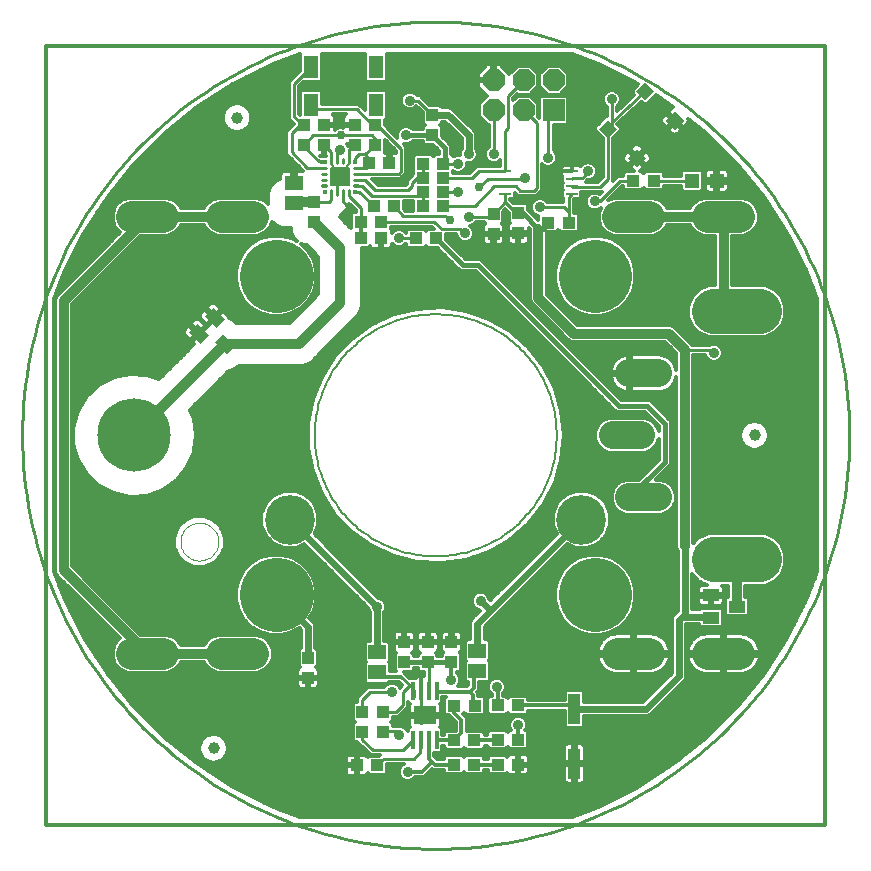
<source format=gtl>
G75*
%MOIN*%
%OFA0B0*%
%FSLAX24Y24*%
%IPPOS*%
%LPD*%
%AMOC8*
5,1,8,0,0,1.08239X$1,22.5*
%
%ADD10C,0.0000*%
%ADD11C,0.0100*%
%ADD12C,0.0120*%
%ADD13C,0.0105*%
%ADD14R,0.0134X0.0134*%
%ADD15C,0.0063*%
%ADD16R,0.0433X0.0394*%
%ADD17R,0.0394X0.0433*%
%ADD18C,0.2441*%
%ADD19C,0.0945*%
%ADD20C,0.1502*%
%ADD21R,0.0394X0.0098*%
%ADD22R,0.0740X0.0740*%
%ADD23OC8,0.0740*%
%ADD24R,0.0591X0.0512*%
%ADD25R,0.0394X0.0551*%
%ADD26C,0.1050*%
%ADD27R,0.0433X0.0433*%
%ADD28R,0.0394X0.1024*%
%ADD29C,0.0394*%
%ADD30R,0.0512X0.0748*%
%ADD31R,0.0551X0.0394*%
%ADD32C,0.2417*%
%ADD33C,0.0050*%
%ADD34C,0.1660*%
%ADD35R,0.0157X0.0630*%
%ADD36R,0.0744X0.0618*%
%ADD37R,0.0472X0.0472*%
%ADD38C,0.0354*%
%ADD39C,0.0200*%
%ADD40C,0.0257*%
%ADD41C,0.0079*%
%ADD42C,0.0160*%
%ADD43C,0.0297*%
%ADD44C,0.0218*%
%ADD45C,0.0240*%
%ADD46C,0.0320*%
D10*
X007784Y008615D02*
X007786Y008672D01*
X007792Y008729D01*
X007802Y008786D01*
X007815Y008842D01*
X007833Y008896D01*
X007854Y008950D01*
X007879Y009001D01*
X007908Y009051D01*
X007939Y009099D01*
X007974Y009144D01*
X008012Y009187D01*
X008053Y009227D01*
X008097Y009265D01*
X008143Y009299D01*
X008191Y009330D01*
X008242Y009357D01*
X008294Y009381D01*
X008347Y009402D01*
X008402Y009418D01*
X008458Y009431D01*
X008515Y009440D01*
X008572Y009445D01*
X008629Y009446D01*
X008687Y009443D01*
X008744Y009436D01*
X008800Y009425D01*
X008855Y009410D01*
X008910Y009392D01*
X008963Y009370D01*
X009014Y009344D01*
X009063Y009315D01*
X009110Y009282D01*
X009155Y009246D01*
X009198Y009208D01*
X009237Y009166D01*
X009274Y009122D01*
X009307Y009075D01*
X009337Y009026D01*
X009364Y008976D01*
X009387Y008923D01*
X009406Y008869D01*
X009422Y008814D01*
X009434Y008758D01*
X009442Y008701D01*
X009446Y008644D01*
X009446Y008586D01*
X009442Y008529D01*
X009434Y008472D01*
X009422Y008416D01*
X009406Y008361D01*
X009387Y008307D01*
X009364Y008254D01*
X009337Y008204D01*
X009307Y008155D01*
X009274Y008108D01*
X009237Y008064D01*
X009198Y008022D01*
X009155Y007984D01*
X009110Y007948D01*
X009063Y007915D01*
X009014Y007886D01*
X008963Y007860D01*
X008910Y007838D01*
X008855Y007820D01*
X008800Y007805D01*
X008744Y007794D01*
X008687Y007787D01*
X008629Y007784D01*
X008572Y007785D01*
X008515Y007790D01*
X008458Y007799D01*
X008402Y007812D01*
X008347Y007828D01*
X008294Y007849D01*
X008242Y007873D01*
X008191Y007900D01*
X008143Y007931D01*
X008097Y007965D01*
X008053Y008003D01*
X008012Y008043D01*
X007974Y008086D01*
X007939Y008131D01*
X007908Y008179D01*
X007879Y008229D01*
X007854Y008280D01*
X007833Y008334D01*
X007815Y008388D01*
X007802Y008444D01*
X007792Y008501D01*
X007786Y008558D01*
X007784Y008615D01*
X005426Y010386D02*
X005428Y010436D01*
X005434Y010486D01*
X005444Y010535D01*
X005458Y010583D01*
X005475Y010630D01*
X005496Y010675D01*
X005521Y010719D01*
X005549Y010760D01*
X005581Y010799D01*
X005615Y010836D01*
X005652Y010870D01*
X005692Y010900D01*
X005734Y010927D01*
X005778Y010951D01*
X005824Y010972D01*
X005871Y010988D01*
X005919Y011001D01*
X005969Y011010D01*
X006018Y011015D01*
X006069Y011016D01*
X006119Y011013D01*
X006168Y011006D01*
X006217Y010995D01*
X006265Y010980D01*
X006311Y010962D01*
X006356Y010940D01*
X006399Y010914D01*
X006440Y010885D01*
X006479Y010853D01*
X006515Y010818D01*
X006547Y010780D01*
X006577Y010740D01*
X006604Y010697D01*
X006627Y010653D01*
X006646Y010607D01*
X006662Y010559D01*
X006674Y010510D01*
X006682Y010461D01*
X006686Y010411D01*
X006686Y010361D01*
X006682Y010311D01*
X006674Y010262D01*
X006662Y010213D01*
X006646Y010165D01*
X006627Y010119D01*
X006604Y010075D01*
X006577Y010032D01*
X006547Y009992D01*
X006515Y009954D01*
X006479Y009919D01*
X006440Y009887D01*
X006399Y009858D01*
X006356Y009832D01*
X006311Y009810D01*
X006265Y009792D01*
X006217Y009777D01*
X006168Y009766D01*
X006119Y009759D01*
X006069Y009756D01*
X006018Y009757D01*
X005969Y009762D01*
X005919Y009771D01*
X005871Y009784D01*
X005824Y009800D01*
X005778Y009821D01*
X005734Y009845D01*
X005692Y009872D01*
X005652Y009902D01*
X005615Y009936D01*
X005581Y009973D01*
X005549Y010012D01*
X005521Y010053D01*
X005496Y010097D01*
X005475Y010142D01*
X005458Y010189D01*
X005444Y010237D01*
X005434Y010286D01*
X005428Y010336D01*
X005426Y010386D01*
X007784Y019244D02*
X007786Y019301D01*
X007792Y019358D01*
X007802Y019415D01*
X007815Y019471D01*
X007833Y019525D01*
X007854Y019579D01*
X007879Y019630D01*
X007908Y019680D01*
X007939Y019728D01*
X007974Y019773D01*
X008012Y019816D01*
X008053Y019856D01*
X008097Y019894D01*
X008143Y019928D01*
X008191Y019959D01*
X008242Y019986D01*
X008294Y020010D01*
X008347Y020031D01*
X008402Y020047D01*
X008458Y020060D01*
X008515Y020069D01*
X008572Y020074D01*
X008629Y020075D01*
X008687Y020072D01*
X008744Y020065D01*
X008800Y020054D01*
X008855Y020039D01*
X008910Y020021D01*
X008963Y019999D01*
X009014Y019973D01*
X009063Y019944D01*
X009110Y019911D01*
X009155Y019875D01*
X009198Y019837D01*
X009237Y019795D01*
X009274Y019751D01*
X009307Y019704D01*
X009337Y019655D01*
X009364Y019605D01*
X009387Y019552D01*
X009406Y019498D01*
X009422Y019443D01*
X009434Y019387D01*
X009442Y019330D01*
X009446Y019273D01*
X009446Y019215D01*
X009442Y019158D01*
X009434Y019101D01*
X009422Y019045D01*
X009406Y018990D01*
X009387Y018936D01*
X009364Y018883D01*
X009337Y018833D01*
X009307Y018784D01*
X009274Y018737D01*
X009237Y018693D01*
X009198Y018651D01*
X009155Y018613D01*
X009110Y018577D01*
X009063Y018544D01*
X009014Y018515D01*
X008963Y018489D01*
X008910Y018467D01*
X008855Y018449D01*
X008800Y018434D01*
X008744Y018423D01*
X008687Y018416D01*
X008629Y018413D01*
X008572Y018414D01*
X008515Y018419D01*
X008458Y018428D01*
X008402Y018441D01*
X008347Y018457D01*
X008294Y018478D01*
X008242Y018502D01*
X008191Y018529D01*
X008143Y018560D01*
X008097Y018594D01*
X008053Y018632D01*
X008012Y018672D01*
X007974Y018715D01*
X007939Y018760D01*
X007908Y018808D01*
X007879Y018858D01*
X007854Y018909D01*
X007833Y018963D01*
X007815Y019017D01*
X007802Y019073D01*
X007792Y019130D01*
X007786Y019187D01*
X007784Y019244D01*
X018413Y019244D02*
X018415Y019301D01*
X018421Y019358D01*
X018431Y019415D01*
X018444Y019471D01*
X018462Y019525D01*
X018483Y019579D01*
X018508Y019630D01*
X018537Y019680D01*
X018568Y019728D01*
X018603Y019773D01*
X018641Y019816D01*
X018682Y019856D01*
X018726Y019894D01*
X018772Y019928D01*
X018820Y019959D01*
X018871Y019986D01*
X018923Y020010D01*
X018976Y020031D01*
X019031Y020047D01*
X019087Y020060D01*
X019144Y020069D01*
X019201Y020074D01*
X019258Y020075D01*
X019316Y020072D01*
X019373Y020065D01*
X019429Y020054D01*
X019484Y020039D01*
X019539Y020021D01*
X019592Y019999D01*
X019643Y019973D01*
X019692Y019944D01*
X019739Y019911D01*
X019784Y019875D01*
X019827Y019837D01*
X019866Y019795D01*
X019903Y019751D01*
X019936Y019704D01*
X019966Y019655D01*
X019993Y019605D01*
X020016Y019552D01*
X020035Y019498D01*
X020051Y019443D01*
X020063Y019387D01*
X020071Y019330D01*
X020075Y019273D01*
X020075Y019215D01*
X020071Y019158D01*
X020063Y019101D01*
X020051Y019045D01*
X020035Y018990D01*
X020016Y018936D01*
X019993Y018883D01*
X019966Y018833D01*
X019936Y018784D01*
X019903Y018737D01*
X019866Y018693D01*
X019827Y018651D01*
X019784Y018613D01*
X019739Y018577D01*
X019692Y018544D01*
X019643Y018515D01*
X019592Y018489D01*
X019539Y018467D01*
X019484Y018449D01*
X019429Y018434D01*
X019373Y018423D01*
X019316Y018416D01*
X019258Y018413D01*
X019201Y018414D01*
X019144Y018419D01*
X019087Y018428D01*
X019031Y018441D01*
X018976Y018457D01*
X018923Y018478D01*
X018871Y018502D01*
X018820Y018529D01*
X018772Y018560D01*
X018726Y018594D01*
X018682Y018632D01*
X018641Y018672D01*
X018603Y018715D01*
X018568Y018760D01*
X018537Y018808D01*
X018508Y018858D01*
X018483Y018909D01*
X018462Y018963D01*
X018444Y019017D01*
X018431Y019073D01*
X018421Y019130D01*
X018415Y019187D01*
X018413Y019244D01*
X018413Y008615D02*
X018415Y008672D01*
X018421Y008729D01*
X018431Y008786D01*
X018444Y008842D01*
X018462Y008896D01*
X018483Y008950D01*
X018508Y009001D01*
X018537Y009051D01*
X018568Y009099D01*
X018603Y009144D01*
X018641Y009187D01*
X018682Y009227D01*
X018726Y009265D01*
X018772Y009299D01*
X018820Y009330D01*
X018871Y009357D01*
X018923Y009381D01*
X018976Y009402D01*
X019031Y009418D01*
X019087Y009431D01*
X019144Y009440D01*
X019201Y009445D01*
X019258Y009446D01*
X019316Y009443D01*
X019373Y009436D01*
X019429Y009425D01*
X019484Y009410D01*
X019539Y009392D01*
X019592Y009370D01*
X019643Y009344D01*
X019692Y009315D01*
X019739Y009282D01*
X019784Y009246D01*
X019827Y009208D01*
X019866Y009166D01*
X019903Y009122D01*
X019936Y009075D01*
X019966Y009026D01*
X019993Y008976D01*
X020016Y008923D01*
X020035Y008869D01*
X020051Y008814D01*
X020063Y008758D01*
X020071Y008701D01*
X020075Y008644D01*
X020075Y008586D01*
X020071Y008529D01*
X020063Y008472D01*
X020051Y008416D01*
X020035Y008361D01*
X020016Y008307D01*
X019993Y008254D01*
X019966Y008204D01*
X019936Y008155D01*
X019903Y008108D01*
X019866Y008064D01*
X019827Y008022D01*
X019784Y007984D01*
X019739Y007948D01*
X019692Y007915D01*
X019643Y007886D01*
X019592Y007860D01*
X019539Y007838D01*
X019484Y007820D01*
X019429Y007805D01*
X019373Y007794D01*
X019316Y007787D01*
X019258Y007784D01*
X019201Y007785D01*
X019144Y007790D01*
X019087Y007799D01*
X019031Y007812D01*
X018976Y007828D01*
X018923Y007849D01*
X018871Y007873D01*
X018820Y007900D01*
X018772Y007931D01*
X018726Y007965D01*
X018682Y008003D01*
X018641Y008043D01*
X018603Y008086D01*
X018568Y008131D01*
X018537Y008179D01*
X018508Y008229D01*
X018483Y008280D01*
X018462Y008334D01*
X018444Y008388D01*
X018431Y008444D01*
X018421Y008501D01*
X018415Y008558D01*
X018413Y008615D01*
D11*
X015319Y006083D02*
X015252Y006016D01*
X013963Y005420D02*
X013959Y005420D01*
X013703Y005420D02*
X013703Y006342D01*
X013670Y006375D01*
X013061Y005593D02*
X012827Y005359D01*
X012827Y004945D01*
X012595Y004713D01*
X012180Y004713D01*
X012208Y004071D02*
X012180Y004044D01*
X012208Y004071D02*
X012599Y004071D01*
X012717Y003953D01*
X013191Y003767D02*
X012854Y003430D01*
X011835Y003430D01*
X011479Y003786D01*
X011479Y004044D01*
X011479Y004713D02*
X011479Y005113D01*
X011752Y005386D01*
X012469Y005386D01*
X012473Y005390D01*
X012772Y005882D02*
X013061Y005593D01*
X013191Y005463D01*
X013191Y005420D01*
X013447Y005420D02*
X013447Y004721D01*
X013575Y004593D01*
X013447Y003767D02*
X013418Y003550D01*
X013418Y003359D01*
X013213Y003154D01*
X012194Y003154D01*
X011971Y002931D01*
X014555Y003769D02*
X014674Y003668D01*
X012178Y005941D02*
X011981Y006028D01*
X000150Y013930D02*
X000154Y014268D01*
X000167Y014606D01*
X000187Y014944D01*
X000216Y015281D01*
X000254Y015617D01*
X000299Y015952D01*
X000353Y016286D01*
X000415Y016618D01*
X000485Y016949D01*
X000563Y017278D01*
X000649Y017605D01*
X000743Y017930D01*
X000846Y018253D01*
X000956Y018572D01*
X001073Y018889D01*
X001199Y019203D01*
X001332Y019514D01*
X001473Y019822D01*
X001621Y020126D01*
X001777Y020426D01*
X001940Y020722D01*
X002110Y021014D01*
X002288Y021302D01*
X002472Y021586D01*
X002664Y021865D01*
X002862Y022139D01*
X003067Y022408D01*
X003278Y022672D01*
X003496Y022931D01*
X003720Y023184D01*
X003950Y023432D01*
X004186Y023674D01*
X004428Y023910D01*
X004676Y024140D01*
X004929Y024364D01*
X005188Y024582D01*
X005452Y024793D01*
X005721Y024998D01*
X005995Y025196D01*
X006274Y025388D01*
X006558Y025572D01*
X006846Y025750D01*
X007138Y025920D01*
X007434Y026083D01*
X007734Y026239D01*
X008038Y026387D01*
X008346Y026528D01*
X008657Y026661D01*
X008971Y026787D01*
X009288Y026904D01*
X009607Y027014D01*
X009930Y027117D01*
X010255Y027211D01*
X010582Y027297D01*
X010911Y027375D01*
X011242Y027445D01*
X011574Y027507D01*
X011908Y027561D01*
X012243Y027606D01*
X012579Y027644D01*
X012916Y027673D01*
X013254Y027693D01*
X013592Y027706D01*
X013930Y027710D01*
X014268Y027706D01*
X014606Y027693D01*
X014944Y027673D01*
X015281Y027644D01*
X015617Y027606D01*
X015952Y027561D01*
X016286Y027507D01*
X016618Y027445D01*
X016949Y027375D01*
X017278Y027297D01*
X017605Y027211D01*
X017930Y027117D01*
X018253Y027014D01*
X018572Y026904D01*
X018889Y026787D01*
X019203Y026661D01*
X019514Y026528D01*
X019822Y026387D01*
X020126Y026239D01*
X020426Y026083D01*
X020722Y025920D01*
X021014Y025750D01*
X021302Y025572D01*
X021586Y025388D01*
X021865Y025196D01*
X022139Y024998D01*
X022408Y024793D01*
X022672Y024582D01*
X022931Y024364D01*
X023184Y024140D01*
X023432Y023910D01*
X023674Y023674D01*
X023910Y023432D01*
X024140Y023184D01*
X024364Y022931D01*
X024582Y022672D01*
X024793Y022408D01*
X024998Y022139D01*
X025196Y021865D01*
X025388Y021586D01*
X025572Y021302D01*
X025750Y021014D01*
X025920Y020722D01*
X026083Y020426D01*
X026239Y020126D01*
X026387Y019822D01*
X026528Y019514D01*
X026661Y019203D01*
X026787Y018889D01*
X026904Y018572D01*
X027014Y018253D01*
X027117Y017930D01*
X027211Y017605D01*
X027297Y017278D01*
X027375Y016949D01*
X027445Y016618D01*
X027507Y016286D01*
X027561Y015952D01*
X027606Y015617D01*
X027644Y015281D01*
X027673Y014944D01*
X027693Y014606D01*
X027706Y014268D01*
X027710Y013930D01*
X027706Y013592D01*
X027693Y013254D01*
X027673Y012916D01*
X027644Y012579D01*
X027606Y012243D01*
X027561Y011908D01*
X027507Y011574D01*
X027445Y011242D01*
X027375Y010911D01*
X027297Y010582D01*
X027211Y010255D01*
X027117Y009930D01*
X027014Y009607D01*
X026904Y009288D01*
X026787Y008971D01*
X026661Y008657D01*
X026528Y008346D01*
X026387Y008038D01*
X026239Y007734D01*
X026083Y007434D01*
X025920Y007138D01*
X025750Y006846D01*
X025572Y006558D01*
X025388Y006274D01*
X025196Y005995D01*
X024998Y005721D01*
X024793Y005452D01*
X024582Y005188D01*
X024364Y004929D01*
X024140Y004676D01*
X023910Y004428D01*
X023674Y004186D01*
X023432Y003950D01*
X023184Y003720D01*
X022931Y003496D01*
X022672Y003278D01*
X022408Y003067D01*
X022139Y002862D01*
X021865Y002664D01*
X021586Y002472D01*
X021302Y002288D01*
X021014Y002110D01*
X020722Y001940D01*
X020426Y001777D01*
X020126Y001621D01*
X019822Y001473D01*
X019514Y001332D01*
X019203Y001199D01*
X018889Y001073D01*
X018572Y000956D01*
X018253Y000846D01*
X017930Y000743D01*
X017605Y000649D01*
X017278Y000563D01*
X016949Y000485D01*
X016618Y000415D01*
X016286Y000353D01*
X015952Y000299D01*
X015617Y000254D01*
X015281Y000216D01*
X014944Y000187D01*
X014606Y000167D01*
X014268Y000154D01*
X013930Y000150D01*
X013592Y000154D01*
X013254Y000167D01*
X012916Y000187D01*
X012579Y000216D01*
X012243Y000254D01*
X011908Y000299D01*
X011574Y000353D01*
X011242Y000415D01*
X010911Y000485D01*
X010582Y000563D01*
X010255Y000649D01*
X009930Y000743D01*
X009607Y000846D01*
X009288Y000956D01*
X008971Y001073D01*
X008657Y001199D01*
X008346Y001332D01*
X008038Y001473D01*
X007734Y001621D01*
X007434Y001777D01*
X007138Y001940D01*
X006846Y002110D01*
X006558Y002288D01*
X006274Y002472D01*
X005995Y002664D01*
X005721Y002862D01*
X005452Y003067D01*
X005188Y003278D01*
X004929Y003496D01*
X004676Y003720D01*
X004428Y003950D01*
X004186Y004186D01*
X003950Y004428D01*
X003720Y004676D01*
X003496Y004929D01*
X003278Y005188D01*
X003067Y005452D01*
X002862Y005721D01*
X002664Y005995D01*
X002472Y006274D01*
X002288Y006558D01*
X002110Y006846D01*
X001940Y007138D01*
X001777Y007434D01*
X001621Y007734D01*
X001473Y008038D01*
X001332Y008346D01*
X001199Y008657D01*
X001073Y008971D01*
X000956Y009288D01*
X000846Y009607D01*
X000743Y009930D01*
X000649Y010255D01*
X000563Y010582D01*
X000485Y010911D01*
X000415Y011242D01*
X000353Y011574D01*
X000299Y011908D01*
X000254Y012243D01*
X000216Y012579D01*
X000187Y012916D01*
X000167Y013254D01*
X000154Y013592D01*
X000150Y013930D01*
X009126Y023378D02*
X009658Y022847D01*
X010215Y022847D01*
X010243Y023050D02*
X010229Y023063D01*
X010032Y023063D01*
X009540Y023556D01*
X009540Y023615D01*
X009851Y023926D01*
X010772Y023926D01*
X011807Y023926D01*
X011922Y023811D01*
X011922Y023630D01*
X011906Y023615D01*
X011882Y023638D01*
X011906Y023615D02*
X011587Y023296D01*
X011630Y023252D01*
X011630Y022937D01*
X011540Y022847D01*
X011266Y022847D01*
X011595Y022847D01*
X011721Y022996D01*
X011587Y023296D02*
X011359Y023296D01*
X011239Y023176D01*
X011239Y023050D01*
X011266Y022847D02*
X011311Y022847D01*
X011266Y022650D02*
X012705Y022650D01*
X012788Y022733D01*
X012788Y023477D01*
X011981Y024284D01*
X011902Y024284D01*
X011804Y024284D01*
X011292Y024796D01*
X009894Y024796D01*
X009776Y024945D01*
X009205Y024559D02*
X009481Y024284D01*
X009540Y024284D01*
X009402Y024284D01*
X009126Y024008D01*
X009126Y023378D01*
X010085Y023050D02*
X010243Y023050D01*
X010445Y023077D02*
X010445Y023378D01*
X010209Y023615D01*
X010642Y023359D02*
X010741Y023457D01*
X010642Y023359D02*
X010642Y023077D01*
X010603Y022689D02*
X010603Y022687D01*
X010610Y022680D01*
X010741Y022552D02*
X010878Y022689D01*
X010603Y022414D02*
X010642Y022374D01*
X010642Y022026D01*
X010445Y022026D02*
X010445Y021784D01*
X010367Y021705D01*
X009874Y021705D01*
X010839Y021725D02*
X011075Y021449D01*
X011430Y021508D02*
X011430Y021056D01*
X011430Y021508D02*
X011036Y021902D01*
X011036Y022026D01*
X010839Y022026D02*
X010839Y021725D01*
X011239Y022054D02*
X011376Y022054D01*
X011863Y021567D01*
X011804Y021922D02*
X013398Y021922D01*
X013516Y022040D01*
X013516Y021567D01*
X013890Y021056D02*
X014126Y020819D01*
X014756Y020819D01*
X014914Y020662D01*
X014402Y021095D02*
X014244Y021252D01*
X012847Y021252D01*
X012532Y021567D01*
X012099Y021056D02*
X013890Y021056D01*
X014185Y021567D02*
X015229Y021567D01*
X015888Y022227D01*
X016247Y022227D01*
X016597Y022227D01*
X016744Y022079D01*
X017197Y022079D01*
X017296Y022178D01*
X017296Y024335D01*
X016863Y024768D01*
X016351Y025256D02*
X016351Y024185D01*
X016247Y024082D01*
X016247Y022739D01*
X015376Y022739D01*
X015150Y022512D01*
X014185Y022512D01*
X014185Y022040D02*
X014678Y022040D01*
X015386Y022197D02*
X015672Y022483D01*
X016247Y022483D01*
X016892Y022483D01*
X016902Y022493D01*
X016247Y021971D02*
X016247Y021700D01*
X016616Y021331D01*
X016685Y021331D01*
X016247Y021700D02*
X015859Y021311D01*
X015841Y021211D02*
X015034Y021211D01*
X014678Y022985D02*
X014185Y022985D01*
X013516Y022985D02*
X013516Y022512D01*
X013300Y022512D01*
X013142Y022355D01*
X013142Y022237D01*
X013024Y022119D01*
X011922Y022119D01*
X011587Y022453D01*
X011266Y022453D01*
X011266Y022256D02*
X011469Y022256D01*
X011804Y021922D01*
X011036Y023077D02*
X011036Y023477D01*
X011174Y023615D01*
X011237Y023615D01*
X011843Y024284D02*
X011902Y024284D01*
X013063Y025091D02*
X013339Y025091D01*
X013811Y024619D01*
X013477Y022591D02*
X013516Y022512D01*
X013280Y020504D02*
X012709Y020504D01*
X015859Y023300D02*
X015863Y023304D01*
X015863Y024768D01*
X016351Y025256D02*
X016863Y025768D01*
X017863Y024768D02*
X017689Y024595D01*
X017689Y023181D01*
X018462Y022483D02*
X018472Y022493D01*
X018811Y022493D01*
X019008Y022689D01*
X019008Y022729D01*
X019008Y022847D01*
X019422Y022217D02*
X019666Y022462D01*
X019666Y024145D01*
X019796Y024274D01*
X019796Y024364D01*
X019796Y025130D01*
X019796Y024364D02*
X020919Y025397D01*
X021193Y022414D02*
X022473Y022414D01*
X020524Y022414D02*
X020071Y022414D01*
X019402Y021744D01*
X019244Y021744D01*
X019225Y021725D01*
X019422Y022217D02*
X018472Y022217D01*
X018462Y022227D01*
X018462Y021971D02*
X018359Y021867D01*
X018359Y021370D01*
X018201Y021528D01*
X017394Y021528D01*
X018359Y021370D02*
X018359Y021016D01*
X022237Y016784D02*
X023103Y016784D01*
X023201Y016685D01*
X009776Y026205D02*
X009205Y025634D01*
X009205Y024559D01*
X009540Y024284D02*
X009520Y024244D01*
D12*
X000937Y026922D02*
X000937Y000937D01*
X026922Y000937D01*
X026922Y026922D01*
X000937Y026922D01*
X004401Y023495D02*
X008956Y023495D01*
X008956Y023613D02*
X004520Y023613D01*
X004638Y023732D02*
X008956Y023732D01*
X008956Y023850D02*
X004757Y023850D01*
X004875Y023969D02*
X008956Y023969D01*
X008956Y024079D02*
X008956Y023308D01*
X009488Y022776D01*
X009513Y022751D01*
X009265Y022751D01*
X009265Y022482D01*
X009145Y022482D01*
X009145Y022751D01*
X008889Y022751D01*
X008848Y022740D01*
X008812Y022719D01*
X008782Y022689D01*
X008761Y022653D01*
X008750Y022612D01*
X008750Y022462D01*
X008593Y022396D01*
X008435Y022239D01*
X008350Y022033D01*
X008350Y021630D01*
X008220Y021760D01*
X007983Y021858D01*
X006676Y021858D01*
X006439Y021760D01*
X006258Y021578D01*
X006222Y021493D01*
X005437Y021493D01*
X005401Y021578D01*
X005220Y021760D01*
X004983Y021858D01*
X003676Y021858D01*
X003439Y021760D01*
X003258Y021578D01*
X003160Y021341D01*
X003160Y021085D01*
X003258Y020848D01*
X003413Y020692D01*
X001369Y018649D01*
X001291Y018570D01*
X001248Y018467D01*
X001248Y009392D01*
X001291Y009289D01*
X003413Y007167D01*
X003258Y007011D01*
X003160Y006774D01*
X003160Y006518D01*
X003258Y006281D01*
X003439Y006099D01*
X003676Y006001D01*
X004983Y006001D01*
X005220Y006099D01*
X005401Y006281D01*
X005437Y006366D01*
X006222Y006366D01*
X006258Y006281D01*
X006439Y006099D01*
X006676Y006001D01*
X007983Y006001D01*
X008220Y006099D01*
X008401Y006281D01*
X008500Y006518D01*
X008500Y006774D01*
X008401Y007011D01*
X008220Y007193D01*
X007983Y007291D01*
X006676Y007291D01*
X006439Y007193D01*
X006258Y007011D01*
X006222Y006926D01*
X005437Y006926D01*
X005401Y007011D01*
X005220Y007193D01*
X004983Y007291D01*
X004081Y007291D01*
X001808Y009564D01*
X001808Y018295D01*
X004081Y020568D01*
X004983Y020568D01*
X005220Y020666D01*
X005401Y020848D01*
X005437Y020933D01*
X006222Y020933D01*
X006258Y020848D01*
X006439Y020666D01*
X006676Y020568D01*
X007983Y020568D01*
X008220Y020666D01*
X008401Y020848D01*
X008483Y021045D01*
X008593Y020935D01*
X008798Y020850D01*
X009118Y020850D01*
X009118Y020708D01*
X009203Y020502D01*
X009307Y020397D01*
X009139Y020494D01*
X008802Y020585D01*
X008427Y020585D01*
X008090Y020494D01*
X007787Y020320D01*
X007539Y020072D01*
X007365Y019769D01*
X007274Y019432D01*
X007274Y019057D01*
X007365Y018720D01*
X007539Y018417D01*
X007787Y018169D01*
X008090Y017995D01*
X008427Y017904D01*
X008802Y017904D01*
X009139Y017995D01*
X009442Y018169D01*
X009690Y018417D01*
X009865Y018720D01*
X009955Y019057D01*
X009955Y019432D01*
X009865Y019769D01*
X009690Y020072D01*
X009458Y020304D01*
X009566Y020259D01*
X009633Y020259D01*
X010021Y019871D01*
X010021Y018637D01*
X009064Y017681D01*
X007272Y017681D01*
X007174Y017779D01*
X007055Y017828D01*
X007048Y017853D01*
X007027Y017889D01*
X006844Y018072D01*
X006619Y017847D01*
X006565Y017901D01*
X006790Y018126D01*
X006607Y018309D01*
X006571Y018330D01*
X006530Y018341D01*
X006488Y018341D01*
X006447Y018330D01*
X006411Y018309D01*
X006284Y018182D01*
X006565Y017901D01*
X006511Y017847D01*
X006230Y018128D01*
X006103Y018001D01*
X006082Y017964D01*
X006071Y017923D01*
X006071Y017881D01*
X006082Y017841D01*
X006103Y017804D01*
X006285Y017622D01*
X006511Y017847D01*
X006565Y017792D01*
X006559Y017786D01*
X006540Y017779D01*
X006104Y017343D01*
X006096Y017324D01*
X006090Y017318D01*
X006036Y017372D01*
X005982Y017318D01*
X005701Y017599D01*
X005574Y017472D01*
X005553Y017435D01*
X005542Y017394D01*
X005542Y017352D01*
X005553Y017312D01*
X005574Y017275D01*
X005756Y017093D01*
X005982Y017318D01*
X006036Y017263D01*
X005811Y017038D01*
X005887Y016962D01*
X004719Y015794D01*
X004308Y015940D01*
X003750Y015978D01*
X003202Y015864D01*
X002706Y015607D01*
X002297Y015225D01*
X002007Y014748D01*
X001856Y014209D01*
X001856Y013650D01*
X002007Y013111D01*
X002297Y012634D01*
X002297Y012634D01*
X002706Y012252D01*
X003202Y011995D01*
X003750Y011881D01*
X004308Y011919D01*
X004835Y012106D01*
X005292Y012429D01*
X005645Y012863D01*
X005868Y013375D01*
X005944Y013930D01*
X005868Y014484D01*
X005740Y014778D01*
X007037Y016076D01*
X007080Y016076D01*
X007286Y016161D01*
X007366Y016241D01*
X009506Y016241D01*
X009770Y016351D01*
X011148Y017729D01*
X011351Y017931D01*
X011461Y018196D01*
X011461Y020187D01*
X011696Y020187D01*
X011741Y020233D01*
X011754Y020209D01*
X011784Y020179D01*
X011821Y020158D01*
X011861Y020147D01*
X012060Y020147D01*
X012060Y020466D01*
X012137Y020466D01*
X012137Y020147D01*
X012336Y020147D01*
X012377Y020158D01*
X012414Y020179D01*
X012443Y020209D01*
X012464Y020246D01*
X012475Y020286D01*
X012475Y020318D01*
X012541Y020252D01*
X012650Y020207D01*
X012768Y020207D01*
X012877Y020252D01*
X012943Y020318D01*
X012943Y020258D01*
X013014Y020187D01*
X013546Y020187D01*
X013615Y020256D01*
X013683Y020187D01*
X013983Y020187D01*
X014655Y019516D01*
X014772Y019399D01*
X015264Y019399D01*
X019949Y014714D01*
X020894Y014714D01*
X021367Y014240D01*
X021367Y014060D01*
X021282Y014265D01*
X021116Y014432D01*
X020898Y014522D01*
X019717Y014522D01*
X019499Y014432D01*
X019333Y014265D01*
X019243Y014047D01*
X019243Y013812D01*
X019333Y013594D01*
X019499Y013427D01*
X019717Y013337D01*
X020898Y013337D01*
X021116Y013427D01*
X021282Y013594D01*
X021367Y013800D01*
X021367Y013123D01*
X020700Y012455D01*
X020272Y012455D01*
X020055Y012365D01*
X019888Y012198D01*
X019798Y011980D01*
X019798Y011745D01*
X019888Y011527D01*
X020055Y011360D01*
X020272Y011270D01*
X021453Y011270D01*
X021671Y011360D01*
X021837Y011527D01*
X021927Y011745D01*
X021927Y011980D01*
X021837Y012198D01*
X021671Y012365D01*
X021453Y012455D01*
X021265Y012455D01*
X021650Y012840D01*
X021767Y012957D01*
X021767Y014406D01*
X021177Y014997D01*
X021060Y015114D01*
X020115Y015114D01*
X015547Y019682D01*
X015430Y019799D01*
X014938Y019799D01*
X014286Y020451D01*
X014286Y020649D01*
X014617Y020649D01*
X014617Y020603D01*
X014662Y020493D01*
X014745Y020410D01*
X014855Y020365D01*
X014973Y020365D01*
X015082Y020410D01*
X015166Y020493D01*
X015211Y020603D01*
X015211Y020721D01*
X015166Y020830D01*
X015082Y020914D01*
X015093Y020914D01*
X015202Y020959D01*
X015284Y021041D01*
X015546Y021041D01*
X015587Y021000D01*
X015564Y020987D01*
X015534Y020957D01*
X015513Y020920D01*
X015502Y020880D01*
X015502Y020681D01*
X015820Y020681D01*
X015820Y020604D01*
X015502Y020604D01*
X015502Y020405D01*
X015513Y020364D01*
X015534Y020327D01*
X015564Y020298D01*
X015600Y020276D01*
X015641Y020266D01*
X015820Y020266D01*
X015820Y020604D01*
X015897Y020604D01*
X015897Y020681D01*
X016216Y020681D01*
X016216Y020880D01*
X016205Y020920D01*
X016184Y020957D01*
X016154Y020987D01*
X016130Y021000D01*
X016176Y021045D01*
X016176Y021388D01*
X016247Y021460D01*
X016369Y021338D01*
X016369Y021065D01*
X016414Y021020D01*
X016390Y021006D01*
X016136Y021006D01*
X016176Y021125D02*
X016369Y021125D01*
X016369Y021243D02*
X016176Y021243D01*
X016176Y021362D02*
X016345Y021362D01*
X016520Y021668D02*
X016417Y021770D01*
X016417Y021802D01*
X016494Y021802D01*
X016564Y021872D01*
X016564Y022019D01*
X016574Y022009D01*
X016674Y021909D01*
X017268Y021909D01*
X017366Y022008D01*
X017466Y022107D01*
X017466Y022985D01*
X017521Y022930D01*
X017630Y022884D01*
X017748Y022884D01*
X017858Y022930D01*
X017941Y023013D01*
X017987Y023122D01*
X017987Y023241D01*
X017941Y023350D01*
X017859Y023432D01*
X017859Y024278D01*
X018282Y024278D01*
X018353Y024348D01*
X018353Y025188D01*
X018282Y025258D01*
X017443Y025258D01*
X017373Y025188D01*
X017373Y024499D01*
X017329Y024542D01*
X017353Y024565D01*
X017353Y024971D01*
X017066Y025258D01*
X016660Y025258D01*
X016521Y025119D01*
X016521Y025186D01*
X016636Y025301D01*
X016660Y025278D01*
X017066Y025278D01*
X017353Y025565D01*
X017353Y025971D01*
X017066Y026258D01*
X016660Y026258D01*
X016391Y025989D01*
X016082Y026298D01*
X015903Y026298D01*
X015903Y025808D01*
X015823Y025808D01*
X015823Y026298D01*
X015643Y026298D01*
X015333Y025988D01*
X015333Y025808D01*
X015823Y025808D01*
X015823Y025728D01*
X015333Y025728D01*
X015333Y025549D01*
X015641Y025240D01*
X015373Y024971D01*
X015373Y024565D01*
X015660Y024278D01*
X015693Y024278D01*
X015693Y023554D01*
X015611Y023472D01*
X015565Y023363D01*
X015565Y023244D01*
X015611Y023135D01*
X015694Y023052D01*
X015803Y023006D01*
X015922Y023006D01*
X016031Y023052D01*
X016077Y023098D01*
X016077Y022909D01*
X015306Y022909D01*
X015080Y022682D01*
X014522Y022682D01*
X014522Y022727D01*
X014618Y022687D01*
X014737Y022687D01*
X014846Y022733D01*
X014929Y022816D01*
X014975Y022926D01*
X014975Y023002D01*
X015091Y023002D01*
X015200Y023048D01*
X015284Y023131D01*
X015329Y023240D01*
X015329Y023359D01*
X015284Y023468D01*
X015272Y023480D01*
X015272Y023977D01*
X015235Y024065D01*
X015168Y024133D01*
X014479Y024822D01*
X014391Y024859D01*
X014128Y024859D01*
X014128Y024885D01*
X014058Y024955D01*
X013715Y024955D01*
X013409Y025261D01*
X013314Y025261D01*
X013232Y025343D01*
X013122Y025388D01*
X013004Y025388D01*
X012895Y025343D01*
X012811Y025259D01*
X012766Y025150D01*
X012766Y025032D01*
X012811Y024923D01*
X012895Y024839D01*
X013004Y024794D01*
X013122Y024794D01*
X013232Y024839D01*
X013291Y024898D01*
X013495Y024695D01*
X013495Y024352D01*
X013563Y024284D01*
X013495Y024215D01*
X013495Y024130D01*
X013166Y024130D01*
X013114Y024181D01*
X013004Y024227D01*
X012886Y024227D01*
X012777Y024181D01*
X012693Y024098D01*
X012648Y023989D01*
X012648Y023870D01*
X012658Y023847D01*
X012239Y024266D01*
X012239Y024451D01*
X012247Y024451D01*
X012317Y024522D01*
X012317Y025369D01*
X012247Y025439D01*
X011636Y025439D01*
X011565Y025369D01*
X011565Y024762D01*
X011362Y024966D01*
X010152Y024966D01*
X010152Y025369D01*
X010082Y025439D01*
X009470Y025439D01*
X009400Y025369D01*
X009400Y024605D01*
X009375Y024630D01*
X009375Y025564D01*
X009522Y025711D01*
X010082Y025711D01*
X010152Y025781D01*
X010152Y026629D01*
X010129Y026652D01*
X011588Y026652D01*
X011565Y026629D01*
X011565Y025781D01*
X011636Y025711D01*
X012247Y025711D01*
X012317Y025781D01*
X012317Y026629D01*
X012294Y026652D01*
X018461Y026652D01*
X019428Y026280D01*
X020685Y025640D01*
X020493Y025447D01*
X020493Y025348D01*
X020551Y025290D01*
X019966Y024751D01*
X019966Y024880D01*
X020048Y024962D01*
X020093Y025071D01*
X020093Y025189D01*
X020048Y025299D01*
X019964Y025382D01*
X019855Y025427D01*
X019737Y025427D01*
X019627Y025382D01*
X019544Y025299D01*
X019499Y025189D01*
X019499Y025071D01*
X019544Y024962D01*
X019626Y024880D01*
X019626Y024571D01*
X019617Y024571D01*
X019240Y024194D01*
X019240Y024095D01*
X019496Y023839D01*
X019496Y022532D01*
X019351Y022387D01*
X018946Y022387D01*
X018981Y022422D01*
X018991Y022432D01*
X019067Y022432D01*
X019177Y022477D01*
X019260Y022560D01*
X019305Y022670D01*
X019305Y022788D01*
X019260Y022897D01*
X019177Y022981D01*
X019067Y023026D01*
X018949Y023026D01*
X018840Y022981D01*
X018766Y022907D01*
X018757Y022916D01*
X018721Y022937D01*
X018680Y022948D01*
X018462Y022948D01*
X018244Y022948D01*
X018204Y022937D01*
X018167Y022916D01*
X018137Y022886D01*
X018116Y022850D01*
X018105Y022809D01*
X018105Y022739D01*
X018462Y022739D01*
X018462Y022948D01*
X018462Y022739D01*
X018462Y022739D01*
X018462Y022739D01*
X018105Y022739D01*
X018105Y022668D01*
X018116Y022628D01*
X018137Y022591D01*
X018146Y022582D01*
X018145Y022582D01*
X018145Y022384D01*
X018174Y022355D01*
X018145Y022326D01*
X018145Y022128D01*
X018174Y022099D01*
X018145Y022070D01*
X018145Y021872D01*
X018189Y021829D01*
X018189Y021698D01*
X017644Y021698D01*
X017562Y021780D01*
X017453Y021825D01*
X017335Y021825D01*
X017226Y021780D01*
X017142Y021696D01*
X017097Y021587D01*
X017097Y021469D01*
X017142Y021360D01*
X017226Y021276D01*
X017335Y021231D01*
X017353Y021231D01*
X017353Y021104D01*
X017002Y021455D01*
X017002Y021597D01*
X016932Y021668D01*
X016520Y021668D01*
X016471Y021717D02*
X017163Y021717D01*
X017102Y021599D02*
X017001Y021599D01*
X017002Y021480D02*
X017097Y021480D01*
X017095Y021362D02*
X017141Y021362D01*
X017214Y021243D02*
X017305Y021243D01*
X017332Y021125D02*
X017353Y021125D01*
X017075Y020816D02*
X017075Y018441D01*
X017117Y018338D01*
X017196Y018259D01*
X018377Y017078D01*
X018480Y017035D01*
X021589Y017035D01*
X021957Y016668D01*
X021957Y016115D01*
X021952Y016145D01*
X021921Y016239D01*
X021876Y016328D01*
X021817Y016408D01*
X021747Y016479D01*
X021667Y016537D01*
X021578Y016583D01*
X021483Y016613D01*
X021385Y016629D01*
X020450Y016629D01*
X020450Y016056D01*
X020330Y016056D01*
X020330Y015936D01*
X020450Y015936D01*
X020450Y015364D01*
X021385Y015364D01*
X021483Y015380D01*
X021578Y015410D01*
X021667Y015456D01*
X021747Y015514D01*
X021817Y015584D01*
X021876Y015665D01*
X021921Y015754D01*
X021952Y015848D01*
X021957Y015878D01*
X021957Y010173D01*
X021997Y010076D01*
X021997Y008084D01*
X021935Y008022D01*
X021836Y007924D01*
X021800Y007836D01*
X021800Y005997D01*
X020842Y005040D01*
X018872Y005040D01*
X018872Y005361D01*
X018802Y005431D01*
X018309Y005431D01*
X018239Y005361D01*
X018239Y005106D01*
X016997Y005106D01*
X016997Y005172D01*
X016927Y005242D01*
X016395Y005242D01*
X016326Y005174D01*
X016258Y005242D01*
X016172Y005242D01*
X016172Y005334D01*
X016221Y005383D01*
X016266Y005492D01*
X016266Y005611D01*
X016221Y005720D01*
X016137Y005803D01*
X016028Y005849D01*
X015910Y005849D01*
X015801Y005803D01*
X015717Y005720D01*
X015672Y005611D01*
X015672Y005492D01*
X015717Y005383D01*
X015801Y005300D01*
X015812Y005295D01*
X015812Y005242D01*
X015725Y005242D01*
X015655Y005172D01*
X015655Y004679D01*
X015725Y004609D01*
X016258Y004609D01*
X016326Y004677D01*
X016395Y004609D01*
X016927Y004609D01*
X016997Y004679D01*
X016997Y004746D01*
X018239Y004746D01*
X018239Y004238D01*
X018309Y004168D01*
X018802Y004168D01*
X018872Y004238D01*
X018872Y004560D01*
X020989Y004560D01*
X021077Y004596D01*
X021145Y004664D01*
X022176Y005695D01*
X022243Y005762D01*
X022280Y005850D01*
X022280Y007646D01*
X022707Y007646D01*
X022707Y007600D01*
X022777Y007530D01*
X023428Y007530D01*
X023498Y007600D01*
X023498Y008093D01*
X023428Y008164D01*
X023069Y008164D01*
X022988Y008169D01*
X022971Y008164D01*
X022777Y008164D01*
X022740Y008126D01*
X022477Y008126D01*
X022477Y009308D01*
X022479Y009302D01*
X022724Y009057D01*
X022979Y008952D01*
X022806Y008952D01*
X022765Y008941D01*
X022729Y008920D01*
X022699Y008890D01*
X022678Y008853D01*
X022667Y008813D01*
X022667Y008633D01*
X023064Y008633D01*
X023064Y008556D01*
X023141Y008556D01*
X023141Y008238D01*
X023399Y008238D01*
X023440Y008249D01*
X023477Y008270D01*
X023506Y008300D01*
X023527Y008336D01*
X023538Y008377D01*
X023538Y008556D01*
X023141Y008556D01*
X023141Y008633D01*
X023538Y008633D01*
X023538Y008813D01*
X023527Y008853D01*
X023506Y008890D01*
X023477Y008920D01*
X023468Y008924D01*
X023689Y008924D01*
X023689Y008538D01*
X023644Y008538D01*
X023573Y008467D01*
X023573Y007974D01*
X023644Y007904D01*
X024294Y007904D01*
X024364Y007974D01*
X024364Y008467D01*
X024294Y008538D01*
X024249Y008538D01*
X024249Y008924D01*
X024893Y008924D01*
X025214Y009057D01*
X025459Y009302D01*
X025591Y009622D01*
X025591Y009969D01*
X025459Y010289D01*
X025214Y010534D01*
X024893Y010667D01*
X023044Y010667D01*
X022724Y010534D01*
X022517Y010327D01*
X022517Y016614D01*
X022909Y016614D01*
X022949Y016517D01*
X023033Y016434D01*
X023142Y016388D01*
X023260Y016388D01*
X023370Y016434D01*
X023453Y016517D01*
X023498Y016626D01*
X023498Y016745D01*
X023453Y016854D01*
X023370Y016937D01*
X023260Y016983D01*
X023142Y016983D01*
X023073Y016954D01*
X022463Y016954D01*
X021942Y017474D01*
X021864Y017553D01*
X021761Y017595D01*
X018652Y017595D01*
X017635Y018612D01*
X017635Y020679D01*
X017655Y020699D01*
X017956Y020699D01*
X018024Y020768D01*
X018092Y020699D01*
X018625Y020699D01*
X018695Y020770D01*
X018695Y021263D01*
X018625Y021333D01*
X018529Y021333D01*
X018529Y021797D01*
X018533Y021802D01*
X018709Y021802D01*
X018779Y021872D01*
X018779Y022047D01*
X019464Y022047D01*
X019393Y021976D01*
X019393Y021977D01*
X019284Y022022D01*
X019166Y022022D01*
X019056Y021977D01*
X018973Y021893D01*
X018928Y021784D01*
X018928Y021666D01*
X018973Y021556D01*
X019056Y021473D01*
X019166Y021428D01*
X019284Y021428D01*
X019393Y021473D01*
X019429Y021509D01*
X019360Y021341D01*
X019360Y021085D01*
X019458Y020848D01*
X019639Y020666D01*
X019876Y020568D01*
X021183Y020568D01*
X021420Y020666D01*
X021601Y020848D01*
X021637Y020933D01*
X022422Y020933D01*
X022458Y020848D01*
X022639Y020666D01*
X022876Y020568D01*
X023250Y020568D01*
X023250Y018935D01*
X023044Y018935D01*
X022724Y018802D01*
X022479Y018557D01*
X022347Y018237D01*
X022347Y017890D01*
X022479Y017570D01*
X022724Y017325D01*
X023044Y017192D01*
X024893Y017192D01*
X025214Y017325D01*
X025459Y017570D01*
X025591Y017890D01*
X025591Y018237D01*
X025459Y018557D01*
X025214Y018802D01*
X024893Y018935D01*
X023810Y018935D01*
X023810Y020568D01*
X024183Y020568D01*
X024420Y020666D01*
X024601Y020848D01*
X024700Y021085D01*
X024700Y021341D01*
X024601Y021578D01*
X024420Y021760D01*
X024183Y021858D01*
X022876Y021858D01*
X022639Y021760D01*
X022458Y021578D01*
X022422Y021493D01*
X021637Y021493D01*
X021601Y021578D01*
X021420Y021760D01*
X021183Y021858D01*
X019876Y021858D01*
X019671Y021773D01*
X020142Y022244D01*
X020187Y022244D01*
X020187Y022167D01*
X020258Y022097D01*
X020790Y022097D01*
X020859Y022165D01*
X020927Y022097D01*
X021460Y022097D01*
X021530Y022167D01*
X021530Y022244D01*
X022117Y022244D01*
X022117Y022128D01*
X022187Y022058D01*
X022759Y022058D01*
X022829Y022128D01*
X022829Y022700D01*
X022759Y022770D01*
X022187Y022770D01*
X022117Y022700D01*
X022117Y022584D01*
X021530Y022584D01*
X021530Y022660D01*
X021460Y022731D01*
X020927Y022731D01*
X020859Y022662D01*
X020790Y022731D01*
X020730Y022731D01*
X020739Y022736D01*
X020873Y022870D01*
X020641Y023102D01*
X020709Y023170D01*
X020941Y022938D01*
X021075Y023072D01*
X021096Y023109D01*
X021107Y023149D01*
X021107Y023191D01*
X021096Y023232D01*
X021075Y023269D01*
X020941Y023402D01*
X020709Y023170D01*
X020641Y023239D01*
X020873Y023471D01*
X020739Y023605D01*
X020702Y023626D01*
X020662Y023637D01*
X020620Y023637D01*
X020579Y023626D01*
X020542Y023605D01*
X020409Y023471D01*
X020641Y023239D01*
X020572Y023170D01*
X020641Y023102D01*
X020409Y022870D01*
X020542Y022736D01*
X020552Y022731D01*
X020258Y022731D01*
X020187Y022660D01*
X020187Y022584D01*
X020001Y022584D01*
X019836Y022419D01*
X019836Y023839D01*
X020093Y024095D01*
X020093Y024194D01*
X019982Y024305D01*
X020792Y025049D01*
X020869Y024971D01*
X020969Y024971D01*
X021263Y025265D01*
X021851Y024883D01*
X021832Y024878D01*
X021795Y024857D01*
X021661Y024723D01*
X021893Y024491D01*
X021825Y024423D01*
X021893Y024355D01*
X021661Y024123D01*
X021795Y023989D01*
X021832Y023968D01*
X021872Y023957D01*
X021915Y023957D01*
X021955Y023968D01*
X021992Y023989D01*
X022126Y024123D01*
X021893Y024355D01*
X021962Y024423D01*
X022194Y024191D01*
X022328Y024325D01*
X022349Y024361D01*
X022360Y024402D01*
X022360Y024444D01*
X022349Y024484D01*
X022976Y023976D01*
X023976Y022976D01*
X024867Y021876D01*
X025638Y020689D01*
X026280Y019428D01*
X026652Y018461D01*
X026652Y009398D01*
X026280Y008431D01*
X025638Y007170D01*
X024867Y005983D01*
X023976Y004883D01*
X022976Y003883D01*
X021876Y002992D01*
X020689Y002221D01*
X019428Y001579D01*
X018461Y001207D01*
X009398Y001207D01*
X008431Y001579D01*
X007170Y002221D01*
X005983Y002992D01*
X004883Y003883D01*
X003883Y004883D01*
X002992Y005983D01*
X002221Y007170D01*
X001579Y008431D01*
X001207Y009398D01*
X001207Y018461D01*
X001579Y019428D01*
X002221Y020689D01*
X002992Y021876D01*
X003883Y022976D01*
X004883Y023976D01*
X005983Y024867D01*
X007170Y025638D01*
X008431Y026280D01*
X009398Y026652D01*
X009423Y026652D01*
X009400Y026629D01*
X009400Y026070D01*
X009035Y025705D01*
X009035Y024489D01*
X009135Y024389D01*
X009201Y024323D01*
X008956Y024079D01*
X008965Y024087D02*
X007516Y024087D01*
X007510Y024084D02*
X007524Y024091D01*
X007532Y024089D01*
X007555Y024105D01*
X007580Y024117D01*
X007583Y024125D01*
X007595Y024133D01*
X007604Y024133D01*
X007623Y024153D01*
X007646Y024169D01*
X007647Y024177D01*
X007658Y024188D01*
X007666Y024189D01*
X007682Y024212D01*
X007702Y024232D01*
X007702Y024240D01*
X007711Y024253D01*
X007718Y024255D01*
X007730Y024281D01*
X007746Y024303D01*
X007745Y024312D01*
X007751Y024325D01*
X007758Y024329D01*
X007765Y024356D01*
X007777Y024381D01*
X007774Y024389D01*
X007778Y024404D01*
X007785Y024409D01*
X007787Y024437D01*
X007794Y024464D01*
X007790Y024471D01*
X007791Y024486D01*
X007797Y024492D01*
X007794Y024520D01*
X007797Y024548D01*
X007791Y024554D01*
X007790Y024569D01*
X007794Y024576D01*
X007787Y024603D01*
X007785Y024631D01*
X007778Y024636D01*
X007774Y024651D01*
X007777Y024659D01*
X007765Y024684D01*
X007758Y024711D01*
X007751Y024715D01*
X007745Y024729D01*
X007746Y024737D01*
X007730Y024760D01*
X007718Y024785D01*
X007711Y024788D01*
X007702Y024800D01*
X007702Y024808D01*
X007682Y024828D01*
X007666Y024851D01*
X007658Y024852D01*
X007647Y024863D01*
X007646Y024871D01*
X007623Y024887D01*
X007604Y024907D01*
X007595Y024907D01*
X007583Y024915D01*
X007580Y024923D01*
X007555Y024935D01*
X007532Y024951D01*
X007524Y024949D01*
X007510Y024956D01*
X007506Y024963D01*
X007479Y024970D01*
X007454Y024982D01*
X007446Y024979D01*
X007432Y024983D01*
X007426Y024989D01*
X007399Y024992D01*
X007372Y024999D01*
X007364Y024995D01*
X007349Y024996D01*
X007343Y025002D01*
X007315Y024999D01*
X007288Y025002D01*
X007281Y024996D01*
X007266Y024995D01*
X007259Y024999D01*
X007232Y024992D01*
X007205Y024989D01*
X007199Y024983D01*
X007185Y024979D01*
X007177Y024982D01*
X007152Y024970D01*
X007125Y024963D01*
X007120Y024956D01*
X007107Y024949D01*
X007099Y024951D01*
X007076Y024935D01*
X007051Y024923D01*
X007048Y024915D01*
X007035Y024907D01*
X007027Y024907D01*
X007007Y024887D01*
X006985Y024871D01*
X006983Y024863D01*
X006973Y024852D01*
X006964Y024851D01*
X006948Y024828D01*
X006929Y024808D01*
X006929Y024800D01*
X006920Y024788D01*
X006912Y024785D01*
X006901Y024760D01*
X006885Y024737D01*
X006886Y024729D01*
X006880Y024715D01*
X006872Y024711D01*
X006865Y024684D01*
X006853Y024659D01*
X006856Y024651D01*
X006852Y024636D01*
X006846Y024631D01*
X006844Y024603D01*
X006836Y024576D01*
X006841Y024569D01*
X006839Y024554D01*
X006834Y024548D01*
X006836Y024520D01*
X006834Y024492D01*
X006839Y024486D01*
X006841Y024471D01*
X006836Y024464D01*
X006844Y024437D01*
X006846Y024409D01*
X006852Y024404D01*
X006856Y024389D01*
X006853Y024381D01*
X006865Y024356D01*
X006872Y024329D01*
X006880Y024325D01*
X006886Y024312D01*
X006885Y024303D01*
X006901Y024281D01*
X006912Y024255D01*
X006920Y024253D01*
X006929Y024240D01*
X006929Y024232D01*
X006948Y024212D01*
X006964Y024189D01*
X006973Y024188D01*
X006983Y024177D01*
X006985Y024169D01*
X007007Y024153D01*
X007027Y024133D01*
X007035Y024133D01*
X007048Y024125D01*
X007051Y024117D01*
X007076Y024105D01*
X007099Y024089D01*
X007107Y024091D01*
X007120Y024084D01*
X007125Y024077D01*
X007152Y024070D01*
X007177Y024058D01*
X007185Y024061D01*
X007199Y024057D01*
X007205Y024051D01*
X007232Y024048D01*
X007259Y024041D01*
X007266Y024045D01*
X007281Y024044D01*
X007288Y024039D01*
X007315Y024041D01*
X007343Y024039D01*
X007349Y024044D01*
X007364Y024045D01*
X007372Y024041D01*
X007399Y024048D01*
X007426Y024051D01*
X007432Y024057D01*
X007446Y024061D01*
X007454Y024058D01*
X007479Y024070D01*
X007506Y024077D01*
X007510Y024084D01*
X007678Y024206D02*
X009083Y024206D01*
X009200Y024324D02*
X007750Y024324D01*
X007789Y024443D02*
X009082Y024443D01*
X009135Y024389D02*
X009135Y024389D01*
X009035Y024561D02*
X007791Y024561D01*
X007768Y024680D02*
X009035Y024680D01*
X009035Y024798D02*
X007703Y024798D01*
X007582Y024917D02*
X009035Y024917D01*
X009035Y025035D02*
X006242Y025035D01*
X006424Y025154D02*
X009035Y025154D01*
X009035Y025272D02*
X006607Y025272D01*
X006789Y025391D02*
X009035Y025391D01*
X009035Y025509D02*
X006972Y025509D01*
X007154Y025628D02*
X009035Y025628D01*
X009077Y025746D02*
X007382Y025746D01*
X007615Y025865D02*
X009195Y025865D01*
X009314Y025983D02*
X007847Y025983D01*
X008080Y026102D02*
X009400Y026102D01*
X009400Y026220D02*
X008313Y026220D01*
X008583Y026339D02*
X009400Y026339D01*
X009400Y026457D02*
X008891Y026457D01*
X009200Y026576D02*
X009400Y026576D01*
X010152Y026576D02*
X011565Y026576D01*
X011565Y026457D02*
X010152Y026457D01*
X010152Y026339D02*
X011565Y026339D01*
X011565Y026220D02*
X010152Y026220D01*
X010152Y026102D02*
X011565Y026102D01*
X011565Y025983D02*
X010152Y025983D01*
X010152Y025865D02*
X011565Y025865D01*
X011601Y025746D02*
X010117Y025746D01*
X010130Y025391D02*
X011587Y025391D01*
X011565Y025272D02*
X010152Y025272D01*
X010152Y025154D02*
X011565Y025154D01*
X011565Y025035D02*
X010152Y025035D01*
X010495Y024626D02*
X010947Y024626D01*
X010918Y024609D01*
X010888Y024579D01*
X010867Y024542D01*
X010856Y024502D01*
X010856Y024322D01*
X011194Y024322D01*
X011194Y024245D01*
X010856Y024245D01*
X010856Y024181D01*
X010825Y024194D01*
X010719Y024194D01*
X010620Y024153D01*
X010586Y024119D01*
X010586Y024245D01*
X010247Y024245D01*
X010247Y024322D01*
X010586Y024322D01*
X010586Y024502D01*
X010575Y024542D01*
X010554Y024579D01*
X010524Y024609D01*
X010495Y024626D01*
X010564Y024561D02*
X010878Y024561D01*
X010856Y024443D02*
X010586Y024443D01*
X010586Y024324D02*
X010856Y024324D01*
X010856Y024206D02*
X010586Y024206D01*
X010965Y023653D02*
X011198Y023653D01*
X011198Y023576D01*
X011013Y023576D01*
X010992Y023625D01*
X010965Y023653D01*
X010998Y023613D02*
X011198Y023613D01*
X010247Y023576D02*
X010247Y023258D01*
X010262Y023258D01*
X010250Y023237D01*
X010126Y023237D01*
X010123Y023233D01*
X010102Y023233D01*
X010078Y023258D01*
X010171Y023258D01*
X010171Y023576D01*
X010247Y023576D01*
X010247Y023495D02*
X010171Y023495D01*
X010171Y023376D02*
X010247Y023376D01*
X010262Y023258D02*
X010078Y023258D01*
X009481Y022784D02*
X003727Y022784D01*
X003823Y022902D02*
X009362Y022902D01*
X009244Y023021D02*
X003927Y023021D01*
X004046Y023139D02*
X009125Y023139D01*
X009007Y023258D02*
X004164Y023258D01*
X004283Y023376D02*
X008956Y023376D01*
X008768Y022665D02*
X003631Y022665D01*
X003535Y022547D02*
X008750Y022547D01*
X008669Y022428D02*
X003439Y022428D01*
X003343Y022310D02*
X008506Y022310D01*
X008415Y022191D02*
X003247Y022191D01*
X003151Y022073D02*
X008366Y022073D01*
X008350Y021954D02*
X003055Y021954D01*
X002966Y021836D02*
X003622Y021836D01*
X003396Y021717D02*
X002889Y021717D01*
X002812Y021599D02*
X003278Y021599D01*
X003217Y021480D02*
X002735Y021480D01*
X002658Y021362D02*
X003168Y021362D01*
X003160Y021243D02*
X002581Y021243D01*
X002504Y021125D02*
X003160Y021125D01*
X003192Y021006D02*
X002427Y021006D01*
X002350Y020888D02*
X003241Y020888D01*
X003336Y020769D02*
X002273Y020769D01*
X002202Y020651D02*
X003371Y020651D01*
X003253Y020532D02*
X002141Y020532D01*
X002081Y020414D02*
X003134Y020414D01*
X003016Y020295D02*
X002020Y020295D01*
X001960Y020177D02*
X002897Y020177D01*
X002779Y020058D02*
X001900Y020058D01*
X001839Y019940D02*
X002660Y019940D01*
X002542Y019821D02*
X001779Y019821D01*
X001718Y019703D02*
X002423Y019703D01*
X002305Y019584D02*
X001658Y019584D01*
X001598Y019466D02*
X002186Y019466D01*
X002068Y019347D02*
X001548Y019347D01*
X001502Y019229D02*
X001949Y019229D01*
X001831Y019110D02*
X001457Y019110D01*
X001411Y018992D02*
X001712Y018992D01*
X001594Y018873D02*
X001366Y018873D01*
X001320Y018755D02*
X001475Y018755D01*
X001357Y018636D02*
X001275Y018636D01*
X001269Y018518D02*
X001229Y018518D01*
X001248Y018399D02*
X001207Y018399D01*
X001207Y018281D02*
X001248Y018281D01*
X001248Y018162D02*
X001207Y018162D01*
X001207Y018044D02*
X001248Y018044D01*
X001248Y017925D02*
X001207Y017925D01*
X001207Y017807D02*
X001248Y017807D01*
X001248Y017688D02*
X001207Y017688D01*
X001207Y017570D02*
X001248Y017570D01*
X001248Y017451D02*
X001207Y017451D01*
X001207Y017333D02*
X001248Y017333D01*
X001248Y017214D02*
X001207Y017214D01*
X001207Y017096D02*
X001248Y017096D01*
X001248Y016977D02*
X001207Y016977D01*
X001207Y016859D02*
X001248Y016859D01*
X001248Y016740D02*
X001207Y016740D01*
X001207Y016622D02*
X001248Y016622D01*
X001248Y016503D02*
X001207Y016503D01*
X001207Y016385D02*
X001248Y016385D01*
X001248Y016266D02*
X001207Y016266D01*
X001207Y016148D02*
X001248Y016148D01*
X001248Y016029D02*
X001207Y016029D01*
X001207Y015911D02*
X001248Y015911D01*
X001248Y015792D02*
X001207Y015792D01*
X001207Y015674D02*
X001248Y015674D01*
X001248Y015555D02*
X001207Y015555D01*
X001207Y015437D02*
X001248Y015437D01*
X001248Y015318D02*
X001207Y015318D01*
X001207Y015200D02*
X001248Y015200D01*
X001248Y015081D02*
X001207Y015081D01*
X001207Y014963D02*
X001248Y014963D01*
X001248Y014844D02*
X001207Y014844D01*
X001207Y014726D02*
X001248Y014726D01*
X001248Y014607D02*
X001207Y014607D01*
X001207Y014489D02*
X001248Y014489D01*
X001248Y014370D02*
X001207Y014370D01*
X001207Y014252D02*
X001248Y014252D01*
X001248Y014133D02*
X001207Y014133D01*
X001207Y014015D02*
X001248Y014015D01*
X001248Y013896D02*
X001207Y013896D01*
X001207Y013778D02*
X001248Y013778D01*
X001248Y013659D02*
X001207Y013659D01*
X001207Y013541D02*
X001248Y013541D01*
X001248Y013422D02*
X001207Y013422D01*
X001207Y013304D02*
X001248Y013304D01*
X001248Y013185D02*
X001207Y013185D01*
X001207Y013067D02*
X001248Y013067D01*
X001248Y012948D02*
X001207Y012948D01*
X001207Y012830D02*
X001248Y012830D01*
X001248Y012711D02*
X001207Y012711D01*
X001207Y012593D02*
X001248Y012593D01*
X001248Y012474D02*
X001207Y012474D01*
X001207Y012356D02*
X001248Y012356D01*
X001248Y012237D02*
X001207Y012237D01*
X001207Y012119D02*
X001248Y012119D01*
X001248Y012000D02*
X001207Y012000D01*
X001207Y011882D02*
X001248Y011882D01*
X001248Y011763D02*
X001207Y011763D01*
X001207Y011645D02*
X001248Y011645D01*
X001248Y011526D02*
X001207Y011526D01*
X001207Y011408D02*
X001248Y011408D01*
X001248Y011289D02*
X001207Y011289D01*
X001207Y011171D02*
X001248Y011171D01*
X001248Y011052D02*
X001207Y011052D01*
X001207Y010934D02*
X001248Y010934D01*
X001248Y010815D02*
X001207Y010815D01*
X001207Y010697D02*
X001248Y010697D01*
X001248Y010578D02*
X001207Y010578D01*
X001207Y010460D02*
X001248Y010460D01*
X001248Y010341D02*
X001207Y010341D01*
X001207Y010223D02*
X001248Y010223D01*
X001248Y010104D02*
X001207Y010104D01*
X001207Y009986D02*
X001248Y009986D01*
X001248Y009867D02*
X001207Y009867D01*
X001207Y009749D02*
X001248Y009749D01*
X001248Y009630D02*
X001207Y009630D01*
X001207Y009512D02*
X001248Y009512D01*
X001248Y009393D02*
X001209Y009393D01*
X001255Y009275D02*
X001305Y009275D01*
X001300Y009156D02*
X001424Y009156D01*
X001346Y009038D02*
X001542Y009038D01*
X001661Y008919D02*
X001391Y008919D01*
X001437Y008801D02*
X001779Y008801D01*
X001898Y008682D02*
X001482Y008682D01*
X001528Y008564D02*
X002016Y008564D01*
X002135Y008445D02*
X001573Y008445D01*
X001632Y008327D02*
X002253Y008327D01*
X002372Y008208D02*
X001692Y008208D01*
X001753Y008090D02*
X002490Y008090D01*
X002609Y007971D02*
X001813Y007971D01*
X001873Y007853D02*
X002727Y007853D01*
X002846Y007734D02*
X001934Y007734D01*
X001994Y007616D02*
X002964Y007616D01*
X003083Y007497D02*
X002055Y007497D01*
X002115Y007379D02*
X003201Y007379D01*
X003320Y007260D02*
X002175Y007260D01*
X002240Y007142D02*
X003388Y007142D01*
X003269Y007023D02*
X002317Y007023D01*
X002394Y006905D02*
X003213Y006905D01*
X003164Y006786D02*
X002470Y006786D01*
X002547Y006668D02*
X003160Y006668D01*
X003160Y006549D02*
X002624Y006549D01*
X002701Y006431D02*
X003196Y006431D01*
X003245Y006312D02*
X002778Y006312D01*
X002855Y006194D02*
X003345Y006194D01*
X003498Y006075D02*
X002932Y006075D01*
X003013Y005957D02*
X009321Y005957D01*
X009321Y005877D02*
X009639Y005877D01*
X009639Y005801D01*
X009321Y005801D01*
X009321Y005601D01*
X003301Y005601D01*
X003205Y005720D02*
X009321Y005720D01*
X009321Y005601D02*
X009332Y005561D01*
X009353Y005524D01*
X009382Y005494D01*
X009419Y005473D01*
X009460Y005462D01*
X009639Y005462D01*
X009639Y005801D01*
X009716Y005801D01*
X009716Y005877D01*
X010034Y005877D01*
X010034Y006077D01*
X010024Y006117D01*
X010002Y006154D01*
X009973Y006184D01*
X009949Y006197D01*
X009994Y006242D01*
X009994Y006775D01*
X009924Y006845D01*
X009918Y006845D01*
X009918Y007599D01*
X009881Y007688D01*
X009814Y007755D01*
X009723Y007845D01*
X009865Y008090D01*
X009955Y008427D01*
X009955Y008802D01*
X009865Y009139D01*
X009690Y009442D01*
X009442Y009690D01*
X009139Y009865D01*
X008802Y009955D01*
X008427Y009955D01*
X008090Y009865D01*
X007787Y009690D01*
X007539Y009442D01*
X007365Y009139D01*
X007274Y008802D01*
X007274Y008427D01*
X007365Y008090D01*
X007539Y007787D01*
X007787Y007539D01*
X008090Y007365D01*
X008427Y007274D01*
X008802Y007274D01*
X009139Y007365D01*
X009384Y007506D01*
X009438Y007452D01*
X009438Y006845D01*
X009431Y006845D01*
X009361Y006775D01*
X009361Y006242D01*
X009406Y006197D01*
X009382Y006184D01*
X009353Y006154D01*
X009332Y006117D01*
X009321Y006077D01*
X009321Y005877D01*
X009321Y006075D02*
X008161Y006075D01*
X008314Y006194D02*
X009400Y006194D01*
X009361Y006312D02*
X008414Y006312D01*
X008463Y006431D02*
X009361Y006431D01*
X009361Y006549D02*
X008500Y006549D01*
X008500Y006668D02*
X009361Y006668D01*
X009372Y006786D02*
X008495Y006786D01*
X008446Y006905D02*
X009438Y006905D01*
X009438Y007023D02*
X008390Y007023D01*
X008271Y007142D02*
X009438Y007142D01*
X009438Y007260D02*
X008058Y007260D01*
X008066Y007379D02*
X003993Y007379D01*
X003875Y007497D02*
X007860Y007497D01*
X007711Y007616D02*
X003756Y007616D01*
X003638Y007734D02*
X007592Y007734D01*
X007502Y007853D02*
X003519Y007853D01*
X003401Y007971D02*
X007433Y007971D01*
X007365Y008090D02*
X003282Y008090D01*
X003164Y008208D02*
X007333Y008208D01*
X007301Y008327D02*
X003045Y008327D01*
X002927Y008445D02*
X007274Y008445D01*
X007274Y008564D02*
X002808Y008564D01*
X002690Y008682D02*
X007274Y008682D01*
X007274Y008801D02*
X002571Y008801D01*
X002453Y008919D02*
X007306Y008919D01*
X007337Y009038D02*
X002334Y009038D01*
X002216Y009156D02*
X007374Y009156D01*
X007443Y009275D02*
X002097Y009275D01*
X001979Y009393D02*
X007511Y009393D01*
X007609Y009512D02*
X001860Y009512D01*
X001808Y009630D02*
X005686Y009630D01*
X005580Y009674D02*
X005888Y009546D01*
X006223Y009546D01*
X006531Y009674D01*
X006768Y009910D01*
X006895Y010219D01*
X006895Y010553D01*
X006768Y010862D01*
X006531Y011098D01*
X006223Y011226D01*
X005888Y011226D01*
X005580Y011098D01*
X005343Y010862D01*
X005216Y010553D01*
X005216Y010219D01*
X005343Y009910D01*
X005580Y009674D01*
X005505Y009749D02*
X001808Y009749D01*
X001808Y009867D02*
X005387Y009867D01*
X005312Y009986D02*
X001808Y009986D01*
X001808Y010104D02*
X005263Y010104D01*
X005216Y010223D02*
X001808Y010223D01*
X001808Y010341D02*
X005216Y010341D01*
X005216Y010460D02*
X001808Y010460D01*
X001808Y010578D02*
X005226Y010578D01*
X005275Y010697D02*
X001808Y010697D01*
X001808Y010815D02*
X005324Y010815D01*
X005415Y010934D02*
X001808Y010934D01*
X001808Y011052D02*
X005533Y011052D01*
X005754Y011171D02*
X001808Y011171D01*
X001808Y011289D02*
X008121Y011289D01*
X008121Y011313D02*
X008121Y010935D01*
X008266Y010586D01*
X008533Y010319D01*
X008882Y010174D01*
X009260Y010174D01*
X009558Y010298D01*
X011684Y008172D01*
X011684Y008155D01*
X011729Y008046D01*
X011741Y008034D01*
X011741Y007073D01*
X011636Y007073D01*
X011565Y007003D01*
X011565Y006392D01*
X011594Y006363D01*
X011565Y006334D01*
X011565Y005722D01*
X011636Y005652D01*
X012326Y005652D01*
X012376Y005702D01*
X012712Y005702D01*
X012821Y005593D01*
X012743Y005515D01*
X012725Y005558D01*
X012641Y005642D01*
X012532Y005687D01*
X012414Y005687D01*
X012305Y005642D01*
X012221Y005558D01*
X012220Y005556D01*
X011682Y005556D01*
X011582Y005457D01*
X011309Y005183D01*
X011309Y005050D01*
X011232Y005050D01*
X011162Y004979D01*
X011162Y004447D01*
X011230Y004378D01*
X011162Y004310D01*
X011162Y003777D01*
X011232Y003707D01*
X011317Y003707D01*
X011408Y003616D01*
X011765Y003260D01*
X012059Y003260D01*
X012047Y003248D01*
X011705Y003248D01*
X011660Y003203D01*
X011646Y003226D01*
X011616Y003256D01*
X011580Y003277D01*
X011539Y003288D01*
X011340Y003288D01*
X011340Y002969D01*
X011263Y002969D01*
X011263Y002893D01*
X010925Y002893D01*
X010925Y002713D01*
X010936Y002672D01*
X010957Y002636D01*
X010987Y002606D01*
X011023Y002585D01*
X011064Y002574D01*
X011263Y002574D01*
X011263Y002893D01*
X011340Y002893D01*
X011340Y002574D01*
X011539Y002574D01*
X011580Y002585D01*
X011616Y002606D01*
X011646Y002636D01*
X011660Y002659D01*
X011705Y002614D01*
X012237Y002614D01*
X012307Y002684D01*
X012307Y002984D01*
X012870Y002984D01*
X012824Y002965D01*
X012741Y002881D01*
X012695Y002772D01*
X012695Y002654D01*
X012741Y002545D01*
X012824Y002461D01*
X012933Y002416D01*
X013052Y002416D01*
X013161Y002461D01*
X013233Y002533D01*
X013536Y002533D01*
X013806Y002803D01*
X013837Y002772D01*
X014199Y002772D01*
X014199Y002705D01*
X014270Y002635D01*
X014802Y002635D01*
X014870Y002703D01*
X014939Y002635D01*
X015471Y002635D01*
X015542Y002705D01*
X015542Y002772D01*
X015664Y002772D01*
X015664Y002705D01*
X015735Y002635D01*
X016267Y002635D01*
X016312Y002680D01*
X016326Y002657D01*
X016355Y002627D01*
X016392Y002606D01*
X016433Y002595D01*
X016632Y002595D01*
X016632Y002913D01*
X016709Y002913D01*
X016709Y002990D01*
X017047Y002990D01*
X017047Y003170D01*
X017036Y003210D01*
X017015Y003247D01*
X016985Y003277D01*
X016948Y003298D01*
X016908Y003309D01*
X016709Y003309D01*
X016709Y002990D01*
X016632Y002990D01*
X016632Y003309D01*
X016433Y003309D01*
X016392Y003298D01*
X016355Y003277D01*
X016326Y003247D01*
X016312Y003223D01*
X016267Y003269D01*
X015735Y003269D01*
X015664Y003198D01*
X015664Y003132D01*
X015542Y003132D01*
X015542Y003198D01*
X015471Y003269D01*
X014939Y003269D01*
X014870Y003200D01*
X014802Y003269D01*
X014270Y003269D01*
X014199Y003198D01*
X014199Y003132D01*
X013986Y003132D01*
X013986Y003132D01*
X013889Y003228D01*
X013889Y003332D01*
X014088Y003332D01*
X014158Y003402D01*
X014158Y003587D01*
X014218Y003587D01*
X014218Y003523D01*
X014288Y003452D01*
X014821Y003452D01*
X014889Y003521D01*
X014958Y003452D01*
X015490Y003452D01*
X015560Y003523D01*
X015560Y003589D01*
X015655Y003589D01*
X015655Y003537D01*
X015725Y003467D01*
X016258Y003467D01*
X016326Y003535D01*
X016395Y003467D01*
X016927Y003467D01*
X016997Y003537D01*
X016997Y004030D01*
X016927Y004101D01*
X016923Y004101D01*
X016937Y004116D01*
X016983Y004225D01*
X016983Y004343D01*
X016937Y004452D01*
X016854Y004536D01*
X016745Y004581D01*
X016626Y004581D01*
X016517Y004536D01*
X016434Y004452D01*
X016388Y004343D01*
X016388Y004225D01*
X016434Y004116D01*
X016448Y004101D01*
X016395Y004101D01*
X016326Y004032D01*
X016258Y004101D01*
X015725Y004101D01*
X015655Y004030D01*
X015655Y003949D01*
X015560Y003949D01*
X015560Y004016D01*
X015490Y004086D01*
X014964Y004086D01*
X014964Y004524D01*
X014858Y004629D01*
X014855Y004632D01*
X014891Y004668D01*
X014960Y004600D01*
X015492Y004600D01*
X015562Y004670D01*
X015562Y005163D01*
X015492Y005234D01*
X015350Y005234D01*
X015350Y005351D01*
X015314Y005386D01*
X015377Y005449D01*
X015377Y005707D01*
X015664Y005707D01*
X015735Y005777D01*
X015735Y006389D01*
X015706Y006418D01*
X015735Y006447D01*
X015735Y007058D01*
X015664Y007128D01*
X015559Y007128D01*
X015559Y007556D01*
X015830Y007827D01*
X015898Y007895D01*
X018301Y010298D01*
X018599Y010174D01*
X018977Y010174D01*
X019326Y010319D01*
X019593Y010586D01*
X019738Y010935D01*
X019738Y011313D01*
X019593Y011662D01*
X019326Y011930D01*
X018977Y012074D01*
X018599Y012074D01*
X018250Y011930D01*
X017983Y011662D01*
X017838Y011313D01*
X017838Y010935D01*
X017962Y010637D01*
X015754Y008429D01*
X015723Y008460D01*
X015723Y008477D01*
X015678Y008586D01*
X015594Y008670D01*
X015485Y008715D01*
X015366Y008715D01*
X015257Y008670D01*
X015174Y008586D01*
X015128Y008477D01*
X015128Y008359D01*
X015174Y008249D01*
X015257Y008166D01*
X015366Y008121D01*
X015383Y008121D01*
X015414Y008090D01*
X015183Y007859D01*
X015116Y007791D01*
X015079Y007703D01*
X015079Y007128D01*
X014974Y007128D01*
X014904Y007058D01*
X014904Y006447D01*
X014933Y006418D01*
X014904Y006389D01*
X014904Y005777D01*
X014974Y005707D01*
X015017Y005707D01*
X015017Y005599D01*
X014985Y005566D01*
X014667Y005566D01*
X014708Y005608D01*
X014753Y005717D01*
X014753Y005835D01*
X014708Y005944D01*
X014636Y006016D01*
X014636Y006039D01*
X014704Y006039D01*
X014774Y006109D01*
X014774Y006642D01*
X014729Y006687D01*
X014753Y006700D01*
X014782Y006730D01*
X014804Y006766D01*
X014814Y006807D01*
X014814Y007006D01*
X014496Y007006D01*
X014496Y007083D01*
X014814Y007083D01*
X014814Y007282D01*
X014804Y007323D01*
X014782Y007359D01*
X014753Y007389D01*
X014716Y007410D01*
X014675Y007421D01*
X014496Y007421D01*
X014496Y007083D01*
X014419Y007083D01*
X014419Y007006D01*
X014101Y007006D01*
X014101Y006807D01*
X014112Y006766D01*
X014133Y006730D01*
X014162Y006700D01*
X014186Y006687D01*
X014141Y006642D01*
X014141Y006575D01*
X013987Y006575D01*
X013987Y006642D01*
X013942Y006687D01*
X013965Y006700D01*
X013995Y006730D01*
X014016Y006766D01*
X014027Y006807D01*
X014027Y007006D01*
X013709Y007006D01*
X013709Y007083D01*
X014027Y007083D01*
X014027Y007282D01*
X014016Y007323D01*
X013995Y007359D01*
X013965Y007389D01*
X013929Y007410D01*
X013888Y007421D01*
X013709Y007421D01*
X013709Y007083D01*
X013632Y007083D01*
X013632Y007421D01*
X013452Y007421D01*
X013412Y007410D01*
X013375Y007389D01*
X013345Y007359D01*
X013324Y007323D01*
X013313Y007282D01*
X013313Y007083D01*
X013632Y007083D01*
X013632Y007006D01*
X013313Y007006D01*
X013313Y006807D01*
X013324Y006766D01*
X013345Y006730D01*
X013375Y006700D01*
X013398Y006687D01*
X013353Y006642D01*
X013353Y006575D01*
X013200Y006575D01*
X013200Y006642D01*
X013155Y006687D01*
X013178Y006700D01*
X013208Y006730D01*
X013229Y006766D01*
X013240Y006807D01*
X013240Y007006D01*
X012921Y007006D01*
X012921Y007083D01*
X012844Y007083D01*
X012844Y007006D01*
X012526Y007006D01*
X012526Y006807D01*
X012537Y006766D01*
X012558Y006730D01*
X012588Y006700D01*
X012611Y006687D01*
X012566Y006642D01*
X012566Y006109D01*
X012613Y006062D01*
X012396Y006062D01*
X012396Y006334D01*
X012367Y006363D01*
X012396Y006392D01*
X012396Y007003D01*
X012326Y007073D01*
X012221Y007073D01*
X012221Y008034D01*
X012233Y008046D01*
X012278Y008155D01*
X012278Y008274D01*
X012233Y008383D01*
X012149Y008466D01*
X012040Y008512D01*
X012023Y008512D01*
X009897Y010637D01*
X010021Y010935D01*
X010021Y011313D01*
X009876Y011662D01*
X009609Y011930D01*
X009260Y012074D01*
X008882Y012074D01*
X008533Y011930D01*
X008266Y011662D01*
X008121Y011313D01*
X008160Y011408D02*
X001808Y011408D01*
X001808Y011526D02*
X008209Y011526D01*
X008258Y011645D02*
X001808Y011645D01*
X001808Y011763D02*
X008366Y011763D01*
X008485Y011882D02*
X003760Y011882D01*
X003750Y011881D02*
X003750Y011881D01*
X003747Y011882D02*
X001808Y011882D01*
X001808Y012000D02*
X003192Y012000D01*
X003202Y011995D02*
X003202Y011995D01*
X002963Y012119D02*
X001808Y012119D01*
X001808Y012237D02*
X002735Y012237D01*
X002706Y012252D02*
X002706Y012252D01*
X002595Y012356D02*
X001808Y012356D01*
X001808Y012474D02*
X002468Y012474D01*
X002341Y012593D02*
X001808Y012593D01*
X001808Y012711D02*
X002250Y012711D01*
X002178Y012830D02*
X001808Y012830D01*
X001808Y012948D02*
X002106Y012948D01*
X002034Y013067D02*
X001808Y013067D01*
X001808Y013185D02*
X001986Y013185D01*
X002007Y013111D02*
X002007Y013111D01*
X001953Y013304D02*
X001808Y013304D01*
X001808Y013422D02*
X001920Y013422D01*
X001886Y013541D02*
X001808Y013541D01*
X001808Y013659D02*
X001856Y013659D01*
X001856Y013778D02*
X001808Y013778D01*
X001808Y013896D02*
X001856Y013896D01*
X001856Y014015D02*
X001808Y014015D01*
X001808Y014133D02*
X001856Y014133D01*
X001868Y014252D02*
X001808Y014252D01*
X001808Y014370D02*
X001901Y014370D01*
X001934Y014489D02*
X001808Y014489D01*
X001808Y014607D02*
X001967Y014607D01*
X002000Y014726D02*
X001808Y014726D01*
X001808Y014844D02*
X002065Y014844D01*
X002007Y014748D02*
X002007Y014748D01*
X002137Y014963D02*
X001808Y014963D01*
X001808Y015081D02*
X002209Y015081D01*
X002281Y015200D02*
X001808Y015200D01*
X001808Y015318D02*
X002396Y015318D01*
X002523Y015437D02*
X001808Y015437D01*
X001808Y015555D02*
X002650Y015555D01*
X002706Y015607D02*
X002706Y015607D01*
X002834Y015674D02*
X001808Y015674D01*
X001808Y015792D02*
X003063Y015792D01*
X003424Y015911D02*
X001808Y015911D01*
X001808Y016029D02*
X004954Y016029D01*
X005072Y016148D02*
X001808Y016148D01*
X001808Y016266D02*
X005191Y016266D01*
X005309Y016385D02*
X001808Y016385D01*
X001808Y016503D02*
X005428Y016503D01*
X005546Y016622D02*
X001808Y016622D01*
X001808Y016740D02*
X005665Y016740D01*
X005783Y016859D02*
X001808Y016859D01*
X001808Y016977D02*
X005872Y016977D01*
X005868Y017096D02*
X005759Y017096D01*
X005754Y017096D02*
X001808Y017096D01*
X001808Y017214D02*
X005635Y017214D01*
X005547Y017333D02*
X001808Y017333D01*
X001808Y017451D02*
X005562Y017451D01*
X005672Y017570D02*
X001808Y017570D01*
X001808Y017688D02*
X005790Y017688D01*
X005755Y017653D02*
X006036Y017372D01*
X006261Y017597D01*
X006079Y017780D01*
X006042Y017801D01*
X006001Y017812D01*
X005959Y017812D01*
X005919Y017801D01*
X005882Y017780D01*
X005755Y017653D01*
X005730Y017570D02*
X005839Y017570D01*
X005848Y017451D02*
X005957Y017451D01*
X005967Y017333D02*
X005996Y017333D01*
X006076Y017333D02*
X006100Y017333D01*
X006115Y017451D02*
X006212Y017451D01*
X006233Y017570D02*
X006331Y017570D01*
X006352Y017688D02*
X006449Y017688D01*
X006470Y017807D02*
X006551Y017807D01*
X006541Y017925D02*
X006432Y017925D01*
X006422Y018044D02*
X006314Y018044D01*
X006304Y018162D02*
X001808Y018162D01*
X001808Y018044D02*
X006146Y018044D01*
X006071Y017925D02*
X001808Y017925D01*
X001808Y017807D02*
X005940Y017807D01*
X006021Y017807D02*
X006101Y017807D01*
X006170Y017688D02*
X006219Y017688D01*
X006589Y017925D02*
X006698Y017925D01*
X006707Y018044D02*
X006816Y018044D01*
X006873Y018044D02*
X008005Y018044D01*
X007800Y018162D02*
X006754Y018162D01*
X006636Y018281D02*
X007676Y018281D01*
X007557Y018399D02*
X001912Y018399D01*
X001808Y018281D02*
X006383Y018281D01*
X006991Y017925D02*
X008349Y017925D01*
X008880Y017925D02*
X009308Y017925D01*
X009224Y018044D02*
X009427Y018044D01*
X009430Y018162D02*
X009545Y018162D01*
X009553Y018281D02*
X009664Y018281D01*
X009672Y018399D02*
X009782Y018399D01*
X009748Y018518D02*
X009901Y018518D01*
X009816Y018636D02*
X010019Y018636D01*
X010021Y018755D02*
X009874Y018755D01*
X009906Y018873D02*
X010021Y018873D01*
X010021Y018992D02*
X009937Y018992D01*
X009955Y019110D02*
X010021Y019110D01*
X010021Y019229D02*
X009955Y019229D01*
X009955Y019347D02*
X010021Y019347D01*
X010021Y019466D02*
X009946Y019466D01*
X009914Y019584D02*
X010021Y019584D01*
X010021Y019703D02*
X009882Y019703D01*
X009835Y019821D02*
X010021Y019821D01*
X009952Y019940D02*
X009766Y019940D01*
X009698Y020058D02*
X009834Y020058D01*
X009715Y020177D02*
X009585Y020177D01*
X009480Y020295D02*
X009467Y020295D01*
X009291Y020414D02*
X009280Y020414D01*
X009190Y020532D02*
X008999Y020532D01*
X009141Y020651D02*
X008182Y020651D01*
X008230Y020532D02*
X004045Y020532D01*
X003926Y020414D02*
X007950Y020414D01*
X007762Y020295D02*
X003808Y020295D01*
X003689Y020177D02*
X007644Y020177D01*
X007531Y020058D02*
X003571Y020058D01*
X003452Y019940D02*
X007463Y019940D01*
X007394Y019821D02*
X003334Y019821D01*
X003215Y019703D02*
X007347Y019703D01*
X007315Y019584D02*
X003097Y019584D01*
X002978Y019466D02*
X007283Y019466D01*
X007274Y019347D02*
X002860Y019347D01*
X002741Y019229D02*
X007274Y019229D01*
X007274Y019110D02*
X002623Y019110D01*
X002504Y018992D02*
X007292Y018992D01*
X007323Y018873D02*
X002386Y018873D01*
X002267Y018755D02*
X007355Y018755D01*
X007413Y018636D02*
X002149Y018636D01*
X002030Y018518D02*
X007481Y018518D01*
X007107Y017807D02*
X009190Y017807D01*
X009071Y017688D02*
X007265Y017688D01*
X005987Y017214D02*
X005878Y017214D01*
X006990Y016029D02*
X010226Y016029D01*
X010302Y016148D02*
X007253Y016148D01*
X006872Y015911D02*
X010149Y015911D01*
X010134Y015886D02*
X009832Y015133D01*
X009678Y014335D01*
X009678Y013524D01*
X009832Y012726D01*
X010134Y011973D01*
X010134Y011973D01*
X010573Y011290D01*
X011133Y010702D01*
X011794Y010231D01*
X011794Y010231D01*
X012533Y009894D01*
X013322Y009703D01*
X014133Y009664D01*
X014936Y009779D01*
X015704Y010045D01*
X016407Y010451D01*
X017020Y010983D01*
X017522Y011621D01*
X017894Y012342D01*
X018123Y013121D01*
X018123Y013121D01*
X018200Y013930D01*
X018123Y014738D01*
X017894Y015517D01*
X017522Y016238D01*
X017522Y016238D01*
X017020Y016876D01*
X017020Y016876D01*
X016407Y017408D01*
X016407Y017408D01*
X015704Y017814D01*
X015704Y017814D01*
X014936Y018080D01*
X014133Y018195D01*
X014133Y018195D01*
X013322Y018156D01*
X013322Y018156D01*
X012533Y017965D01*
X012533Y017965D01*
X011794Y017628D01*
X011133Y017157D01*
X011133Y017157D01*
X010573Y016569D01*
X010134Y015886D01*
X010096Y015792D02*
X006753Y015792D01*
X006635Y015674D02*
X010049Y015674D01*
X010001Y015555D02*
X006516Y015555D01*
X006398Y015437D02*
X009954Y015437D01*
X009906Y015318D02*
X006279Y015318D01*
X006161Y015200D02*
X009859Y015200D01*
X009822Y015081D02*
X006042Y015081D01*
X005924Y014963D02*
X009799Y014963D01*
X009776Y014844D02*
X005805Y014844D01*
X005762Y014726D02*
X009754Y014726D01*
X009731Y014607D02*
X005814Y014607D01*
X005865Y014489D02*
X009708Y014489D01*
X009685Y014370D02*
X005883Y014370D01*
X005868Y014484D02*
X005868Y014484D01*
X005899Y014252D02*
X009678Y014252D01*
X009678Y014133D02*
X005916Y014133D01*
X005932Y014015D02*
X009678Y014015D01*
X009678Y013896D02*
X005939Y013896D01*
X005923Y013778D02*
X009678Y013778D01*
X009678Y013659D02*
X005906Y013659D01*
X005890Y013541D02*
X009678Y013541D01*
X009698Y013422D02*
X005874Y013422D01*
X005868Y013375D02*
X005868Y013375D01*
X005836Y013304D02*
X009721Y013304D01*
X009744Y013185D02*
X005785Y013185D01*
X005733Y013067D02*
X009767Y013067D01*
X009789Y012948D02*
X005682Y012948D01*
X005645Y012863D02*
X005645Y012863D01*
X005618Y012830D02*
X009812Y012830D01*
X009832Y012726D02*
X009832Y012726D01*
X009838Y012711D02*
X005521Y012711D01*
X005425Y012593D02*
X009886Y012593D01*
X009933Y012474D02*
X005329Y012474D01*
X005292Y012429D02*
X005292Y012429D01*
X005292Y012429D01*
X005188Y012356D02*
X009981Y012356D01*
X010028Y012237D02*
X005020Y012237D01*
X004852Y012119D02*
X010075Y012119D01*
X010123Y012000D02*
X009439Y012000D01*
X009657Y011882D02*
X010192Y011882D01*
X010269Y011763D02*
X009776Y011763D01*
X009884Y011645D02*
X010345Y011645D01*
X010421Y011526D02*
X009933Y011526D01*
X009982Y011408D02*
X010497Y011408D01*
X010573Y011290D02*
X010573Y011290D01*
X010573Y011289D02*
X010021Y011289D01*
X010021Y011171D02*
X010686Y011171D01*
X010799Y011052D02*
X010021Y011052D01*
X010020Y010934D02*
X010912Y010934D01*
X011025Y010815D02*
X009971Y010815D01*
X009922Y010697D02*
X011141Y010697D01*
X011133Y010702D02*
X011133Y010702D01*
X011307Y010578D02*
X009957Y010578D01*
X010075Y010460D02*
X011474Y010460D01*
X011640Y010341D02*
X010194Y010341D01*
X010312Y010223D02*
X011813Y010223D01*
X012073Y010104D02*
X010431Y010104D01*
X010549Y009986D02*
X012332Y009986D01*
X012533Y009894D02*
X012533Y009894D01*
X012644Y009867D02*
X010668Y009867D01*
X010786Y009749D02*
X013132Y009749D01*
X013322Y009703D02*
X013322Y009703D01*
X014133Y009664D02*
X014133Y009664D01*
X014721Y009749D02*
X017073Y009749D01*
X017191Y009867D02*
X015189Y009867D01*
X014936Y009779D02*
X014936Y009779D01*
X015532Y009986D02*
X017310Y009986D01*
X017428Y010104D02*
X015806Y010104D01*
X015704Y010045D02*
X015704Y010045D01*
X016011Y010223D02*
X017547Y010223D01*
X017665Y010341D02*
X016216Y010341D01*
X016407Y010451D02*
X016407Y010451D01*
X016417Y010460D02*
X017784Y010460D01*
X017902Y010578D02*
X016553Y010578D01*
X016690Y010697D02*
X017937Y010697D01*
X017888Y010815D02*
X016827Y010815D01*
X016964Y010934D02*
X017839Y010934D01*
X017838Y011052D02*
X017075Y011052D01*
X017020Y010983D02*
X017020Y010983D01*
X017020Y010983D01*
X017168Y011171D02*
X017838Y011171D01*
X017838Y011289D02*
X017261Y011289D01*
X017354Y011408D02*
X017877Y011408D01*
X017926Y011526D02*
X017448Y011526D01*
X017522Y011621D02*
X017522Y011621D01*
X017534Y011645D02*
X017975Y011645D01*
X018083Y011763D02*
X017595Y011763D01*
X017656Y011882D02*
X018202Y011882D01*
X018420Y012000D02*
X017718Y012000D01*
X017779Y012119D02*
X019855Y012119D01*
X019806Y012000D02*
X019157Y012000D01*
X019374Y011882D02*
X019798Y011882D01*
X019798Y011763D02*
X019493Y011763D01*
X019601Y011645D02*
X019839Y011645D01*
X019889Y011526D02*
X019650Y011526D01*
X019699Y011408D02*
X020007Y011408D01*
X020227Y011289D02*
X019738Y011289D01*
X019738Y011171D02*
X021957Y011171D01*
X021957Y011289D02*
X021498Y011289D01*
X021718Y011408D02*
X021957Y011408D01*
X021957Y011526D02*
X021836Y011526D01*
X021886Y011645D02*
X021957Y011645D01*
X021957Y011763D02*
X021927Y011763D01*
X021927Y011882D02*
X021957Y011882D01*
X021957Y012000D02*
X021919Y012000D01*
X021957Y012119D02*
X021870Y012119D01*
X021798Y012237D02*
X021957Y012237D01*
X021957Y012356D02*
X021680Y012356D01*
X021957Y012474D02*
X021284Y012474D01*
X021403Y012593D02*
X021957Y012593D01*
X021957Y012711D02*
X021521Y012711D01*
X021640Y012830D02*
X021957Y012830D01*
X021957Y012948D02*
X021758Y012948D01*
X021767Y013067D02*
X021957Y013067D01*
X021957Y013185D02*
X021767Y013185D01*
X021767Y013304D02*
X021957Y013304D01*
X021957Y013422D02*
X021767Y013422D01*
X021767Y013541D02*
X021957Y013541D01*
X021957Y013659D02*
X021767Y013659D01*
X021767Y013778D02*
X021957Y013778D01*
X021957Y013896D02*
X021767Y013896D01*
X021767Y014015D02*
X021957Y014015D01*
X021957Y014133D02*
X021767Y014133D01*
X021767Y014252D02*
X021957Y014252D01*
X021957Y014370D02*
X021767Y014370D01*
X021685Y014489D02*
X021957Y014489D01*
X021957Y014607D02*
X021566Y014607D01*
X021448Y014726D02*
X021957Y014726D01*
X021957Y014844D02*
X021329Y014844D01*
X021211Y014963D02*
X021957Y014963D01*
X021957Y015081D02*
X021092Y015081D01*
X021001Y014607D02*
X018135Y014607D01*
X018147Y014489D02*
X019636Y014489D01*
X019438Y014370D02*
X018158Y014370D01*
X018169Y014252D02*
X019327Y014252D01*
X019278Y014133D02*
X018181Y014133D01*
X018192Y014015D02*
X019243Y014015D01*
X019243Y013896D02*
X018197Y013896D01*
X018185Y013778D02*
X019257Y013778D01*
X019306Y013659D02*
X018174Y013659D01*
X018163Y013541D02*
X019386Y013541D01*
X019512Y013422D02*
X018151Y013422D01*
X018140Y013304D02*
X021367Y013304D01*
X021367Y013422D02*
X021103Y013422D01*
X021229Y013541D02*
X021367Y013541D01*
X021367Y013659D02*
X021309Y013659D01*
X021358Y013778D02*
X021367Y013778D01*
X021367Y014133D02*
X021337Y014133D01*
X021356Y014252D02*
X021288Y014252D01*
X021238Y014370D02*
X021177Y014370D01*
X021119Y014489D02*
X020978Y014489D01*
X020450Y015437D02*
X020330Y015437D01*
X020330Y015366D02*
X020330Y015936D01*
X019759Y015936D01*
X019773Y015848D01*
X019804Y015754D01*
X019849Y015665D01*
X019908Y015584D01*
X019978Y015514D01*
X020059Y015456D01*
X020147Y015410D01*
X020242Y015380D01*
X020330Y015366D01*
X020330Y015555D02*
X020450Y015555D01*
X020450Y015674D02*
X020330Y015674D01*
X020330Y015792D02*
X020450Y015792D01*
X020450Y015911D02*
X020330Y015911D01*
X020330Y016029D02*
X019199Y016029D01*
X019081Y016148D02*
X019774Y016148D01*
X019773Y016145D02*
X019759Y016056D01*
X020330Y016056D01*
X020330Y016627D01*
X020242Y016613D01*
X020147Y016583D01*
X020059Y016537D01*
X019978Y016479D01*
X019908Y016408D01*
X019849Y016328D01*
X019804Y016239D01*
X019773Y016145D01*
X019818Y016266D02*
X018962Y016266D01*
X018844Y016385D02*
X019890Y016385D01*
X020011Y016503D02*
X018725Y016503D01*
X018607Y016622D02*
X020294Y016622D01*
X020330Y016622D02*
X020450Y016622D01*
X020450Y016503D02*
X020330Y016503D01*
X020330Y016385D02*
X020450Y016385D01*
X020450Y016266D02*
X020330Y016266D01*
X020330Y016148D02*
X020450Y016148D01*
X019763Y015911D02*
X019318Y015911D01*
X019436Y015792D02*
X019792Y015792D01*
X019845Y015674D02*
X019555Y015674D01*
X019673Y015555D02*
X019937Y015555D01*
X019792Y015437D02*
X020096Y015437D01*
X019910Y015318D02*
X021957Y015318D01*
X021957Y015200D02*
X020029Y015200D01*
X019700Y014963D02*
X018057Y014963D01*
X018022Y015081D02*
X019582Y015081D01*
X019463Y015200D02*
X017987Y015200D01*
X017952Y015318D02*
X019345Y015318D01*
X019226Y015437D02*
X017918Y015437D01*
X017894Y015517D02*
X017894Y015517D01*
X017874Y015555D02*
X019108Y015555D01*
X018989Y015674D02*
X017813Y015674D01*
X017752Y015792D02*
X018871Y015792D01*
X018752Y015911D02*
X017691Y015911D01*
X017630Y016029D02*
X018634Y016029D01*
X018515Y016148D02*
X017569Y016148D01*
X017500Y016266D02*
X018397Y016266D01*
X018278Y016385D02*
X017407Y016385D01*
X017314Y016503D02*
X018160Y016503D01*
X018041Y016622D02*
X017221Y016622D01*
X017127Y016740D02*
X017923Y016740D01*
X017804Y016859D02*
X017034Y016859D01*
X017020Y016876D02*
X017020Y016876D01*
X016904Y016977D02*
X017686Y016977D01*
X017567Y017096D02*
X016767Y017096D01*
X016631Y017214D02*
X017449Y017214D01*
X017330Y017333D02*
X016494Y017333D01*
X016332Y017451D02*
X017212Y017451D01*
X017093Y017570D02*
X016127Y017570D01*
X015922Y017688D02*
X016975Y017688D01*
X016856Y017807D02*
X015717Y017807D01*
X015383Y017925D02*
X016738Y017925D01*
X016619Y018044D02*
X015040Y018044D01*
X014936Y018080D02*
X014936Y018080D01*
X014363Y018162D02*
X016501Y018162D01*
X016382Y018281D02*
X011461Y018281D01*
X011461Y018399D02*
X016264Y018399D01*
X016145Y018518D02*
X011461Y018518D01*
X011461Y018636D02*
X016027Y018636D01*
X015908Y018755D02*
X011461Y018755D01*
X011461Y018873D02*
X015790Y018873D01*
X015671Y018992D02*
X011461Y018992D01*
X011461Y019110D02*
X015553Y019110D01*
X015434Y019229D02*
X011461Y019229D01*
X011461Y019347D02*
X015316Y019347D01*
X015644Y019584D02*
X017075Y019584D01*
X017075Y019466D02*
X015763Y019466D01*
X015881Y019347D02*
X017075Y019347D01*
X017075Y019229D02*
X016000Y019229D01*
X016118Y019110D02*
X017075Y019110D01*
X017075Y018992D02*
X016237Y018992D01*
X016355Y018873D02*
X017075Y018873D01*
X017075Y018755D02*
X016474Y018755D01*
X016592Y018636D02*
X017075Y018636D01*
X017075Y018518D02*
X016711Y018518D01*
X016829Y018399D02*
X017092Y018399D01*
X017175Y018281D02*
X016948Y018281D01*
X017066Y018162D02*
X017293Y018162D01*
X017185Y018044D02*
X017412Y018044D01*
X017303Y017925D02*
X017530Y017925D01*
X017422Y017807D02*
X017649Y017807D01*
X017540Y017688D02*
X017767Y017688D01*
X017659Y017570D02*
X017886Y017570D01*
X017777Y017451D02*
X018004Y017451D01*
X017896Y017333D02*
X018123Y017333D01*
X018014Y017214D02*
X018241Y017214D01*
X018133Y017096D02*
X018360Y017096D01*
X018251Y016977D02*
X021647Y016977D01*
X021766Y016859D02*
X018370Y016859D01*
X018488Y016740D02*
X021884Y016740D01*
X021957Y016622D02*
X021431Y016622D01*
X021714Y016503D02*
X021957Y016503D01*
X021957Y016385D02*
X021835Y016385D01*
X021907Y016266D02*
X021957Y016266D01*
X021951Y016148D02*
X021957Y016148D01*
X021934Y015792D02*
X021957Y015792D01*
X021957Y015674D02*
X021880Y015674D01*
X021957Y015555D02*
X021788Y015555D01*
X021629Y015437D02*
X021957Y015437D01*
X022517Y015437D02*
X026652Y015437D01*
X026652Y015555D02*
X022517Y015555D01*
X022517Y015674D02*
X026652Y015674D01*
X026652Y015792D02*
X022517Y015792D01*
X022517Y015911D02*
X026652Y015911D01*
X026652Y016029D02*
X022517Y016029D01*
X022517Y016148D02*
X026652Y016148D01*
X026652Y016266D02*
X022517Y016266D01*
X022517Y016385D02*
X026652Y016385D01*
X026652Y016503D02*
X023439Y016503D01*
X023496Y016622D02*
X026652Y016622D01*
X026652Y016740D02*
X023498Y016740D01*
X023448Y016859D02*
X026652Y016859D01*
X026652Y016977D02*
X023274Y016977D01*
X023129Y016977D02*
X022439Y016977D01*
X022321Y017096D02*
X026652Y017096D01*
X026652Y017214D02*
X024946Y017214D01*
X025221Y017333D02*
X026652Y017333D01*
X026652Y017451D02*
X025340Y017451D01*
X025458Y017570D02*
X026652Y017570D01*
X026652Y017688D02*
X025508Y017688D01*
X025557Y017807D02*
X026652Y017807D01*
X026652Y017925D02*
X025591Y017925D01*
X025591Y018044D02*
X026652Y018044D01*
X026652Y018162D02*
X025591Y018162D01*
X025573Y018281D02*
X026652Y018281D01*
X026652Y018399D02*
X025524Y018399D01*
X025475Y018518D02*
X026630Y018518D01*
X026584Y018636D02*
X025379Y018636D01*
X025261Y018755D02*
X026539Y018755D01*
X026493Y018873D02*
X025042Y018873D01*
X023810Y018992D02*
X026448Y018992D01*
X026402Y019110D02*
X023810Y019110D01*
X023810Y019229D02*
X026357Y019229D01*
X026311Y019347D02*
X023810Y019347D01*
X023810Y019466D02*
X026261Y019466D01*
X026201Y019584D02*
X023810Y019584D01*
X023810Y019703D02*
X026141Y019703D01*
X026080Y019821D02*
X023810Y019821D01*
X023810Y019940D02*
X026020Y019940D01*
X025959Y020058D02*
X023810Y020058D01*
X023810Y020177D02*
X025899Y020177D01*
X025839Y020295D02*
X023810Y020295D01*
X023810Y020414D02*
X025778Y020414D01*
X025718Y020532D02*
X023810Y020532D01*
X023250Y020532D02*
X019629Y020532D01*
X019677Y020651D02*
X017635Y020651D01*
X017635Y020532D02*
X018860Y020532D01*
X018720Y020494D02*
X018417Y020320D01*
X018169Y020072D01*
X017995Y019769D01*
X017904Y019432D01*
X017904Y019057D01*
X017995Y018720D01*
X018169Y018417D01*
X018417Y018169D01*
X018720Y017995D01*
X019057Y017904D01*
X019432Y017904D01*
X019769Y017995D01*
X020072Y018169D01*
X020320Y018417D01*
X020494Y018720D01*
X020585Y019057D01*
X020585Y019432D01*
X020494Y019769D01*
X020320Y020072D01*
X020072Y020320D01*
X019769Y020494D01*
X019432Y020585D01*
X019057Y020585D01*
X018720Y020494D01*
X018579Y020414D02*
X017635Y020414D01*
X017635Y020295D02*
X018392Y020295D01*
X018274Y020177D02*
X017635Y020177D01*
X017635Y020058D02*
X018161Y020058D01*
X018093Y019940D02*
X017635Y019940D01*
X017635Y019821D02*
X018024Y019821D01*
X017977Y019703D02*
X017635Y019703D01*
X017635Y019584D02*
X017945Y019584D01*
X017913Y019466D02*
X017635Y019466D01*
X017635Y019347D02*
X017904Y019347D01*
X017904Y019229D02*
X017635Y019229D01*
X017635Y019110D02*
X017904Y019110D01*
X017922Y018992D02*
X017635Y018992D01*
X017635Y018873D02*
X017953Y018873D01*
X017985Y018755D02*
X017635Y018755D01*
X017635Y018636D02*
X018043Y018636D01*
X018111Y018518D02*
X017730Y018518D01*
X017848Y018399D02*
X018187Y018399D01*
X018306Y018281D02*
X017967Y018281D01*
X018085Y018162D02*
X018429Y018162D01*
X018635Y018044D02*
X018204Y018044D01*
X018322Y017925D02*
X018979Y017925D01*
X018559Y017688D02*
X022430Y017688D01*
X022381Y017807D02*
X018441Y017807D01*
X019510Y017925D02*
X022347Y017925D01*
X022347Y018044D02*
X019854Y018044D01*
X020060Y018162D02*
X022347Y018162D01*
X022365Y018281D02*
X020183Y018281D01*
X020302Y018399D02*
X022414Y018399D01*
X022463Y018518D02*
X020378Y018518D01*
X020446Y018636D02*
X022558Y018636D01*
X022677Y018755D02*
X020504Y018755D01*
X020536Y018873D02*
X022896Y018873D01*
X023250Y018992D02*
X020567Y018992D01*
X020585Y019110D02*
X023250Y019110D01*
X023250Y019229D02*
X020585Y019229D01*
X020585Y019347D02*
X023250Y019347D01*
X023250Y019466D02*
X020576Y019466D01*
X020544Y019584D02*
X023250Y019584D01*
X023250Y019703D02*
X020512Y019703D01*
X020465Y019821D02*
X023250Y019821D01*
X023250Y019940D02*
X020396Y019940D01*
X020328Y020058D02*
X023250Y020058D01*
X023250Y020177D02*
X020215Y020177D01*
X020097Y020295D02*
X023250Y020295D01*
X023250Y020414D02*
X019910Y020414D01*
X019536Y020769D02*
X018695Y020769D01*
X018695Y020888D02*
X019441Y020888D01*
X019392Y021006D02*
X018695Y021006D01*
X018695Y021125D02*
X019360Y021125D01*
X019360Y021243D02*
X018695Y021243D01*
X018529Y021362D02*
X019368Y021362D01*
X019400Y021480D02*
X019417Y021480D01*
X019049Y021480D02*
X018529Y021480D01*
X018529Y021599D02*
X018955Y021599D01*
X018928Y021717D02*
X018529Y021717D01*
X018743Y021836D02*
X018949Y021836D01*
X019034Y021954D02*
X018779Y021954D01*
X018987Y022428D02*
X019392Y022428D01*
X019496Y022547D02*
X019246Y022547D01*
X019304Y022665D02*
X019496Y022665D01*
X019496Y022784D02*
X019305Y022784D01*
X019255Y022902D02*
X019496Y022902D01*
X019496Y023021D02*
X019080Y023021D01*
X018936Y023021D02*
X017944Y023021D01*
X017987Y023139D02*
X019496Y023139D01*
X019496Y023258D02*
X017980Y023258D01*
X017915Y023376D02*
X019496Y023376D01*
X019496Y023495D02*
X017859Y023495D01*
X017859Y023613D02*
X019496Y023613D01*
X019496Y023732D02*
X017859Y023732D01*
X017859Y023850D02*
X019485Y023850D01*
X019367Y023969D02*
X017859Y023969D01*
X017859Y024087D02*
X019248Y024087D01*
X019251Y024206D02*
X017859Y024206D01*
X018328Y024324D02*
X019370Y024324D01*
X019488Y024443D02*
X018353Y024443D01*
X018353Y024561D02*
X019607Y024561D01*
X019626Y024680D02*
X018353Y024680D01*
X018353Y024798D02*
X019626Y024798D01*
X019589Y024917D02*
X018353Y024917D01*
X018353Y025035D02*
X019513Y025035D01*
X019499Y025154D02*
X018353Y025154D01*
X018178Y025391D02*
X019647Y025391D01*
X019533Y025272D02*
X016607Y025272D01*
X016555Y025154D02*
X016521Y025154D01*
X017170Y025154D02*
X017373Y025154D01*
X017373Y025035D02*
X017289Y025035D01*
X017353Y024917D02*
X017373Y024917D01*
X017373Y024798D02*
X017353Y024798D01*
X017353Y024680D02*
X017373Y024680D01*
X017373Y024561D02*
X017349Y024561D01*
X017660Y025278D02*
X018066Y025278D01*
X018353Y025565D01*
X018353Y025971D01*
X018066Y026258D01*
X017660Y026258D01*
X017373Y025971D01*
X017373Y025565D01*
X017660Y025278D01*
X017547Y025391D02*
X017178Y025391D01*
X017297Y025509D02*
X017429Y025509D01*
X017373Y025628D02*
X017353Y025628D01*
X017353Y025746D02*
X017373Y025746D01*
X017373Y025865D02*
X017353Y025865D01*
X017341Y025983D02*
X017385Y025983D01*
X017503Y026102D02*
X017222Y026102D01*
X017104Y026220D02*
X017622Y026220D01*
X018104Y026220D02*
X019547Y026220D01*
X019779Y026102D02*
X018222Y026102D01*
X018341Y025983D02*
X020012Y025983D01*
X020244Y025865D02*
X018353Y025865D01*
X018353Y025746D02*
X020477Y025746D01*
X020673Y025628D02*
X018353Y025628D01*
X018297Y025509D02*
X020555Y025509D01*
X020493Y025391D02*
X019944Y025391D01*
X020059Y025272D02*
X020532Y025272D01*
X020403Y025154D02*
X020093Y025154D01*
X020078Y025035D02*
X020274Y025035D01*
X020145Y024917D02*
X020002Y024917D01*
X020016Y024798D02*
X019966Y024798D01*
X020261Y024561D02*
X021499Y024561D01*
X021459Y024521D02*
X021438Y024485D01*
X021427Y024444D01*
X021427Y024402D01*
X021438Y024361D01*
X021459Y024325D01*
X021593Y024191D01*
X021825Y024423D01*
X021593Y024655D01*
X021459Y024521D01*
X021427Y024443D02*
X020132Y024443D01*
X020003Y024324D02*
X021460Y024324D01*
X021578Y024206D02*
X020081Y024206D01*
X020085Y024087D02*
X021697Y024087D01*
X021744Y024206D02*
X021608Y024206D01*
X021726Y024324D02*
X021863Y024324D01*
X021924Y024324D02*
X022061Y024324D01*
X022043Y024206D02*
X022179Y024206D01*
X022208Y024206D02*
X022693Y024206D01*
X022547Y024324D02*
X022327Y024324D01*
X022360Y024443D02*
X022400Y024443D01*
X022090Y024087D02*
X022839Y024087D01*
X022984Y023969D02*
X021957Y023969D01*
X021830Y023969D02*
X019966Y023969D01*
X019848Y023850D02*
X023102Y023850D01*
X023221Y023732D02*
X019836Y023732D01*
X019836Y023613D02*
X020557Y023613D01*
X020724Y023613D02*
X023339Y023613D01*
X023458Y023495D02*
X020849Y023495D01*
X020915Y023376D02*
X020778Y023376D01*
X020796Y023258D02*
X020660Y023258D01*
X020622Y023258D02*
X020485Y023258D01*
X020503Y023376D02*
X020367Y023376D01*
X020340Y023402D02*
X020572Y023170D01*
X020340Y022938D01*
X020206Y023072D01*
X020185Y023109D01*
X020174Y023149D01*
X020174Y023191D01*
X020185Y023232D01*
X020206Y023269D01*
X020340Y023402D01*
X020314Y023376D02*
X019836Y023376D01*
X019836Y023258D02*
X020200Y023258D01*
X020177Y023139D02*
X019836Y023139D01*
X019836Y023021D02*
X020258Y023021D01*
X020423Y023021D02*
X020559Y023021D01*
X020541Y023139D02*
X020604Y023139D01*
X020678Y023139D02*
X020740Y023139D01*
X020722Y023021D02*
X020859Y023021D01*
X020841Y022902D02*
X024036Y022902D01*
X024132Y022784D02*
X023625Y022784D01*
X023634Y022778D02*
X023598Y022799D01*
X023557Y022810D01*
X023358Y022810D01*
X023358Y022472D01*
X023696Y022472D01*
X023696Y022671D01*
X023685Y022712D01*
X023664Y022748D01*
X023634Y022778D01*
X023696Y022665D02*
X024228Y022665D01*
X024324Y022547D02*
X023696Y022547D01*
X023696Y022356D02*
X023696Y022156D01*
X023685Y022116D01*
X023664Y022079D01*
X023634Y022050D01*
X023598Y022028D01*
X023557Y022018D01*
X023358Y022018D01*
X023358Y022356D01*
X023358Y022472D01*
X023241Y022472D01*
X023241Y022356D01*
X022903Y022356D01*
X022903Y022156D01*
X022914Y022116D01*
X022935Y022079D01*
X022965Y022050D01*
X023002Y022028D01*
X023042Y022018D01*
X023241Y022018D01*
X023241Y022356D01*
X023358Y022356D01*
X023696Y022356D01*
X023696Y022310D02*
X024516Y022310D01*
X024420Y022428D02*
X023358Y022428D01*
X023241Y022428D02*
X022829Y022428D01*
X022903Y022472D02*
X022903Y022671D01*
X022914Y022712D01*
X022935Y022748D01*
X022965Y022778D01*
X023002Y022799D01*
X023042Y022810D01*
X023241Y022810D01*
X023241Y022472D01*
X022903Y022472D01*
X022903Y022547D02*
X022829Y022547D01*
X022829Y022665D02*
X022903Y022665D01*
X022975Y022784D02*
X020786Y022784D01*
X020856Y022665D02*
X020861Y022665D01*
X020495Y022784D02*
X019836Y022784D01*
X019836Y022902D02*
X020441Y022902D01*
X020192Y022665D02*
X019836Y022665D01*
X019836Y022547D02*
X019964Y022547D01*
X019845Y022428D02*
X019836Y022428D01*
X020089Y022191D02*
X020187Y022191D01*
X019970Y022073D02*
X022172Y022073D01*
X022117Y022191D02*
X021530Y022191D01*
X021237Y021836D02*
X022822Y021836D01*
X022774Y022073D02*
X022942Y022073D01*
X022903Y022191D02*
X022829Y022191D01*
X022829Y022310D02*
X022903Y022310D01*
X023241Y022310D02*
X023358Y022310D01*
X023358Y022191D02*
X023241Y022191D01*
X023241Y022073D02*
X023358Y022073D01*
X023657Y022073D02*
X024708Y022073D01*
X024612Y022191D02*
X023696Y022191D01*
X023358Y022547D02*
X023241Y022547D01*
X023241Y022665D02*
X023358Y022665D01*
X023358Y022784D02*
X023241Y022784D01*
X023695Y023258D02*
X021081Y023258D01*
X021104Y023139D02*
X023813Y023139D01*
X023932Y023021D02*
X021023Y023021D01*
X020967Y023376D02*
X023576Y023376D01*
X022117Y022665D02*
X021525Y022665D01*
X021463Y021717D02*
X022596Y021717D01*
X022478Y021599D02*
X021581Y021599D01*
X021618Y020888D02*
X022441Y020888D01*
X022536Y020769D02*
X021523Y020769D01*
X021382Y020651D02*
X022677Y020651D01*
X024237Y021836D02*
X024893Y021836D01*
X024970Y021717D02*
X024463Y021717D01*
X024581Y021599D02*
X025047Y021599D01*
X025124Y021480D02*
X024642Y021480D01*
X024691Y021362D02*
X025201Y021362D01*
X025278Y021243D02*
X024700Y021243D01*
X024700Y021125D02*
X025355Y021125D01*
X025432Y021006D02*
X024667Y021006D01*
X024618Y020888D02*
X025509Y020888D01*
X025586Y020769D02*
X024523Y020769D01*
X024382Y020651D02*
X025658Y020651D01*
X024804Y021954D02*
X019852Y021954D01*
X019822Y021836D02*
X019733Y021836D01*
X018462Y022784D02*
X018462Y022784D01*
X018462Y022902D02*
X018462Y022902D01*
X018153Y022902D02*
X017791Y022902D01*
X017587Y022902D02*
X017466Y022902D01*
X017466Y022784D02*
X018105Y022784D01*
X018106Y022665D02*
X017466Y022665D01*
X017466Y022547D02*
X018145Y022547D01*
X018145Y022428D02*
X017466Y022428D01*
X017466Y022310D02*
X018145Y022310D01*
X018145Y022191D02*
X017466Y022191D01*
X017431Y022073D02*
X018148Y022073D01*
X018145Y021954D02*
X017313Y021954D01*
X017625Y021717D02*
X018189Y021717D01*
X018182Y021836D02*
X016528Y021836D01*
X016564Y021954D02*
X016629Y021954D01*
X015859Y021311D02*
X015841Y021211D01*
X015581Y021006D02*
X015249Y021006D01*
X015108Y020888D02*
X015504Y020888D01*
X015502Y020769D02*
X015191Y020769D01*
X015211Y020651D02*
X015820Y020651D01*
X015897Y020651D02*
X016647Y020651D01*
X016647Y020623D02*
X016329Y020623D01*
X016329Y020424D01*
X016339Y020384D01*
X016361Y020347D01*
X016390Y020317D01*
X016427Y020296D01*
X016468Y020285D01*
X016647Y020285D01*
X016647Y020623D01*
X016724Y020623D01*
X016724Y020285D01*
X016903Y020285D01*
X016944Y020296D01*
X016981Y020317D01*
X017010Y020347D01*
X017031Y020384D01*
X017042Y020424D01*
X017042Y020623D01*
X016724Y020623D01*
X016724Y020700D01*
X017042Y020700D01*
X017042Y020849D01*
X017075Y020816D01*
X017075Y020769D02*
X017042Y020769D01*
X017075Y020651D02*
X016724Y020651D01*
X016647Y020623D02*
X016647Y020700D01*
X016329Y020700D01*
X016329Y020899D01*
X016339Y020940D01*
X016361Y020977D01*
X016390Y021006D01*
X016329Y020888D02*
X016213Y020888D01*
X016216Y020769D02*
X016329Y020769D01*
X016216Y020604D02*
X015897Y020604D01*
X015897Y020266D01*
X016077Y020266D01*
X016117Y020276D01*
X016154Y020298D01*
X016184Y020327D01*
X016205Y020364D01*
X016216Y020405D01*
X016216Y020604D01*
X016216Y020532D02*
X016329Y020532D01*
X016331Y020414D02*
X016216Y020414D01*
X016149Y020295D02*
X016431Y020295D01*
X016647Y020295D02*
X016724Y020295D01*
X016724Y020414D02*
X016647Y020414D01*
X016647Y020532D02*
X016724Y020532D01*
X017042Y020532D02*
X017075Y020532D01*
X017075Y020414D02*
X017039Y020414D01*
X017075Y020295D02*
X016940Y020295D01*
X017075Y020177D02*
X014560Y020177D01*
X014441Y020295D02*
X015568Y020295D01*
X015502Y020414D02*
X015086Y020414D01*
X015182Y020532D02*
X015502Y020532D01*
X015820Y020532D02*
X015897Y020532D01*
X015897Y020414D02*
X015820Y020414D01*
X015820Y020295D02*
X015897Y020295D01*
X015526Y019703D02*
X017075Y019703D01*
X017075Y019821D02*
X014915Y019821D01*
X014797Y019940D02*
X017075Y019940D01*
X017075Y020058D02*
X014678Y020058D01*
X014468Y019703D02*
X011461Y019703D01*
X011461Y019821D02*
X014350Y019821D01*
X014231Y019940D02*
X011461Y019940D01*
X011461Y020058D02*
X014113Y020058D01*
X013994Y020177D02*
X012409Y020177D01*
X012475Y020295D02*
X012498Y020295D01*
X012137Y020295D02*
X012060Y020295D01*
X012060Y020177D02*
X012137Y020177D01*
X012137Y020414D02*
X012060Y020414D01*
X011789Y020177D02*
X011461Y020177D01*
X011430Y020504D02*
X011430Y021056D01*
X011093Y021006D02*
X010922Y021006D01*
X010804Y021125D02*
X011093Y021125D01*
X011093Y021243D02*
X010767Y021243D01*
X010791Y021267D02*
X010962Y021438D01*
X011049Y021648D01*
X011260Y021438D01*
X011260Y021372D01*
X011163Y021372D01*
X011093Y021302D01*
X011093Y020835D01*
X010726Y021202D01*
X010791Y021267D01*
X010886Y021362D02*
X011152Y021362D01*
X011217Y021480D02*
X010980Y021480D01*
X011029Y021599D02*
X011099Y021599D01*
X011093Y020888D02*
X011041Y020888D01*
X011461Y019584D02*
X014587Y019584D01*
X014705Y019466D02*
X011461Y019466D01*
X011447Y018162D02*
X013438Y018162D01*
X012856Y018044D02*
X011397Y018044D01*
X011345Y017925D02*
X012445Y017925D01*
X012186Y017807D02*
X011226Y017807D01*
X011108Y017688D02*
X011926Y017688D01*
X011794Y017628D02*
X011794Y017628D01*
X011712Y017570D02*
X010989Y017570D01*
X010871Y017451D02*
X011546Y017451D01*
X011380Y017333D02*
X010752Y017333D01*
X010634Y017214D02*
X011213Y017214D01*
X011074Y017096D02*
X010515Y017096D01*
X010397Y016977D02*
X010961Y016977D01*
X010848Y016859D02*
X010278Y016859D01*
X010160Y016740D02*
X010736Y016740D01*
X010623Y016622D02*
X010041Y016622D01*
X009923Y016503D02*
X010530Y016503D01*
X010454Y016385D02*
X009804Y016385D01*
X009566Y016266D02*
X010378Y016266D01*
X012920Y020295D02*
X012943Y020295D01*
X012943Y020690D02*
X012877Y020756D01*
X012768Y020801D01*
X012650Y020801D01*
X012541Y020756D01*
X012475Y020691D01*
X012475Y020722D01*
X012464Y020763D01*
X012443Y020799D01*
X012435Y020808D01*
X012435Y020809D01*
X012435Y020886D01*
X013820Y020886D01*
X013884Y020821D01*
X013683Y020821D01*
X013615Y020753D01*
X013546Y020821D01*
X013014Y020821D01*
X012943Y020751D01*
X012943Y020690D01*
X012962Y020769D02*
X012847Y020769D01*
X012572Y020769D02*
X012461Y020769D01*
X012917Y021422D02*
X012868Y021471D01*
X012868Y021752D01*
X013180Y021752D01*
X013180Y021422D01*
X012917Y021422D01*
X012868Y021480D02*
X013180Y021480D01*
X013180Y021599D02*
X012868Y021599D01*
X012868Y021717D02*
X013180Y021717D01*
X012954Y022289D02*
X011992Y022289D01*
X011801Y022480D01*
X012776Y022480D01*
X012858Y022563D01*
X012858Y022563D01*
X012958Y022662D01*
X012958Y023547D01*
X012863Y023642D01*
X012886Y023632D01*
X013004Y023632D01*
X013114Y023678D01*
X013166Y023730D01*
X013495Y023730D01*
X013495Y023683D01*
X013565Y023613D01*
X013845Y023613D01*
X014044Y023414D01*
X014044Y023301D01*
X013919Y023301D01*
X013851Y023233D01*
X013782Y023301D01*
X013250Y023301D01*
X013180Y023231D01*
X013180Y022633D01*
X013130Y022583D01*
X012972Y022425D01*
X012972Y022307D01*
X012954Y022289D01*
X012972Y022310D02*
X011971Y022310D01*
X011853Y022428D02*
X012975Y022428D01*
X013094Y022547D02*
X012842Y022547D01*
X012958Y022665D02*
X013180Y022665D01*
X013180Y022784D02*
X012958Y022784D01*
X012958Y022902D02*
X013180Y022902D01*
X013180Y023021D02*
X012958Y023021D01*
X012958Y023139D02*
X013180Y023139D01*
X013206Y023258D02*
X012958Y023258D01*
X012958Y023376D02*
X014044Y023376D01*
X013964Y023495D02*
X012958Y023495D01*
X012892Y023613D02*
X013564Y023613D01*
X013826Y023258D02*
X013875Y023258D01*
X014444Y023301D02*
X014444Y023579D01*
X014327Y023696D01*
X014128Y023896D01*
X014128Y024215D01*
X014060Y024284D01*
X014128Y024352D01*
X014128Y024379D01*
X014244Y024379D01*
X014792Y023830D01*
X014792Y023480D01*
X014780Y023468D01*
X014735Y023359D01*
X014735Y023282D01*
X014618Y023282D01*
X014514Y023239D01*
X014452Y023301D01*
X014444Y023301D01*
X014496Y023258D02*
X014560Y023258D01*
X014444Y023376D02*
X014742Y023376D01*
X014792Y023495D02*
X014444Y023495D01*
X014411Y023613D02*
X014792Y023613D01*
X014792Y023732D02*
X014292Y023732D01*
X014327Y023696D02*
X014327Y023696D01*
X014174Y023850D02*
X014772Y023850D01*
X014653Y023969D02*
X014128Y023969D01*
X014128Y024087D02*
X014535Y024087D01*
X014416Y024206D02*
X014128Y024206D01*
X014100Y024324D02*
X014298Y024324D01*
X014621Y024680D02*
X015373Y024680D01*
X015373Y024798D02*
X014503Y024798D01*
X014740Y024561D02*
X015377Y024561D01*
X015495Y024443D02*
X014858Y024443D01*
X014977Y024324D02*
X015614Y024324D01*
X015693Y024206D02*
X015095Y024206D01*
X015214Y024087D02*
X015693Y024087D01*
X015693Y023969D02*
X015272Y023969D01*
X015272Y023850D02*
X015693Y023850D01*
X015693Y023732D02*
X015272Y023732D01*
X015272Y023613D02*
X015693Y023613D01*
X015633Y023495D02*
X015272Y023495D01*
X015322Y023376D02*
X015571Y023376D01*
X015565Y023258D02*
X015329Y023258D01*
X015287Y023139D02*
X015609Y023139D01*
X015769Y023021D02*
X015135Y023021D01*
X015299Y022902D02*
X014965Y022902D01*
X014897Y022784D02*
X015181Y022784D01*
X015956Y023021D02*
X016077Y023021D01*
X015373Y024917D02*
X014096Y024917D01*
X013635Y025035D02*
X015437Y025035D01*
X015555Y025154D02*
X013517Y025154D01*
X013303Y025272D02*
X015609Y025272D01*
X015491Y025391D02*
X012296Y025391D01*
X012317Y025272D02*
X012824Y025272D01*
X012768Y025154D02*
X012317Y025154D01*
X012317Y025035D02*
X012766Y025035D01*
X012818Y024917D02*
X012317Y024917D01*
X012317Y024798D02*
X012994Y024798D01*
X013133Y024798D02*
X013391Y024798D01*
X013495Y024680D02*
X012317Y024680D01*
X012317Y024561D02*
X013495Y024561D01*
X013495Y024443D02*
X012239Y024443D01*
X012239Y024324D02*
X013523Y024324D01*
X013495Y024206D02*
X013055Y024206D01*
X012835Y024206D02*
X012299Y024206D01*
X012418Y024087D02*
X012689Y024087D01*
X012648Y023969D02*
X012536Y023969D01*
X012655Y023850D02*
X012657Y023850D01*
X012411Y023613D02*
X012242Y023613D01*
X012242Y023495D02*
X012530Y023495D01*
X012618Y023406D02*
X012618Y023353D01*
X012429Y023353D01*
X012429Y023035D01*
X012352Y023035D01*
X012352Y023353D01*
X012228Y023353D01*
X012242Y023368D01*
X012242Y023782D01*
X012618Y023406D01*
X012618Y023376D02*
X012242Y023376D01*
X012352Y023258D02*
X012429Y023258D01*
X012429Y023139D02*
X012352Y023139D01*
X012293Y023732D02*
X012242Y023732D01*
X011565Y024798D02*
X011530Y024798D01*
X011565Y024917D02*
X011411Y024917D01*
X012282Y025746D02*
X015823Y025746D01*
X015823Y025865D02*
X015903Y025865D01*
X015903Y025983D02*
X015823Y025983D01*
X015823Y026102D02*
X015903Y026102D01*
X015903Y026220D02*
X015823Y026220D01*
X015565Y026220D02*
X012317Y026220D01*
X012317Y026102D02*
X015447Y026102D01*
X015333Y025983D02*
X012317Y025983D01*
X012317Y025865D02*
X015333Y025865D01*
X015333Y025628D02*
X009439Y025628D01*
X009375Y025509D02*
X015372Y025509D01*
X016160Y026220D02*
X016622Y026220D01*
X016503Y026102D02*
X016279Y026102D01*
X018659Y026576D02*
X012317Y026576D01*
X012317Y026457D02*
X018968Y026457D01*
X019276Y026339D02*
X012317Y026339D01*
X009422Y025391D02*
X009375Y025391D01*
X009375Y025272D02*
X009400Y025272D01*
X009400Y025154D02*
X009375Y025154D01*
X009375Y025035D02*
X009400Y025035D01*
X009400Y024917D02*
X009375Y024917D01*
X009375Y024798D02*
X009400Y024798D01*
X009400Y024680D02*
X009375Y024680D01*
X009265Y022665D02*
X009145Y022665D01*
X009145Y022547D02*
X009265Y022547D01*
X008350Y021836D02*
X008037Y021836D01*
X008263Y021717D02*
X008350Y021717D01*
X008467Y021006D02*
X008522Y021006D01*
X008418Y020888D02*
X008707Y020888D01*
X008323Y020769D02*
X009118Y020769D01*
X006622Y021836D02*
X005037Y021836D01*
X005263Y021717D02*
X006396Y021717D01*
X006278Y021599D02*
X005381Y021599D01*
X005418Y020888D02*
X006241Y020888D01*
X006336Y020769D02*
X005323Y020769D01*
X005182Y020651D02*
X006477Y020651D01*
X007115Y024087D02*
X005020Y024087D01*
X005166Y024206D02*
X006953Y024206D01*
X006880Y024324D02*
X005312Y024324D01*
X005459Y024443D02*
X006842Y024443D01*
X006840Y024561D02*
X005605Y024561D01*
X005751Y024680D02*
X006863Y024680D01*
X006927Y024798D02*
X005898Y024798D01*
X006059Y024917D02*
X007048Y024917D01*
X013598Y020769D02*
X013631Y020769D01*
X014286Y020532D02*
X014646Y020532D01*
X014742Y020414D02*
X014323Y020414D01*
X015082Y020914D02*
X015082Y020914D01*
X019836Y023495D02*
X020432Y023495D01*
X020390Y024680D02*
X021705Y024680D01*
X021687Y024561D02*
X021824Y024561D01*
X021806Y024443D02*
X021845Y024443D01*
X021736Y024798D02*
X020519Y024798D01*
X020647Y024917D02*
X021800Y024917D01*
X021617Y025035D02*
X021033Y025035D01*
X021151Y025154D02*
X021435Y025154D01*
X020806Y025035D02*
X020776Y025035D01*
X021823Y017570D02*
X022480Y017570D01*
X022598Y017451D02*
X021965Y017451D01*
X022084Y017333D02*
X022717Y017333D01*
X022992Y017214D02*
X022202Y017214D01*
X022517Y016503D02*
X022963Y016503D01*
X022517Y015318D02*
X026652Y015318D01*
X026652Y015200D02*
X022517Y015200D01*
X022517Y015081D02*
X026652Y015081D01*
X026652Y014963D02*
X022517Y014963D01*
X022517Y014844D02*
X026652Y014844D01*
X026652Y014726D02*
X022517Y014726D01*
X022517Y014607D02*
X026652Y014607D01*
X026652Y014489D02*
X022517Y014489D01*
X022517Y014370D02*
X024367Y014370D01*
X024369Y014372D02*
X024365Y014365D01*
X024351Y014359D01*
X024343Y014360D01*
X024320Y014344D01*
X024295Y014333D01*
X024292Y014325D01*
X024280Y014316D01*
X024271Y014316D01*
X024252Y014296D01*
X024229Y014281D01*
X024227Y014272D01*
X024217Y014262D01*
X024208Y014260D01*
X024192Y014237D01*
X024173Y014218D01*
X024173Y014209D01*
X024164Y014197D01*
X024156Y014194D01*
X024145Y014169D01*
X024129Y014146D01*
X024130Y014138D01*
X024124Y014124D01*
X024116Y014120D01*
X024109Y014093D01*
X024098Y014068D01*
X024100Y014060D01*
X024097Y014046D01*
X024090Y014040D01*
X024088Y014013D01*
X024081Y013986D01*
X024085Y013979D01*
X024083Y013964D01*
X024078Y013957D01*
X024080Y013930D01*
X024078Y013902D01*
X024083Y013895D01*
X024085Y013880D01*
X024081Y013873D01*
X024088Y013846D01*
X024090Y013819D01*
X024097Y013813D01*
X024100Y013799D01*
X024098Y013791D01*
X024109Y013766D01*
X024116Y013739D01*
X024124Y013735D01*
X024130Y013721D01*
X024129Y013713D01*
X024145Y013690D01*
X024156Y013665D01*
X024164Y013662D01*
X024173Y013650D01*
X024173Y013641D01*
X024192Y013622D01*
X024208Y013599D01*
X024217Y013597D01*
X024227Y013587D01*
X024229Y013579D01*
X024252Y013563D01*
X024271Y013543D01*
X024280Y013543D01*
X024292Y013534D01*
X024295Y013526D01*
X024320Y013515D01*
X024343Y013499D01*
X024351Y013500D01*
X024365Y013494D01*
X024369Y013487D01*
X024396Y013479D01*
X024421Y013468D01*
X024429Y013471D01*
X024443Y013467D01*
X024449Y013460D01*
X024476Y013458D01*
X024503Y013451D01*
X024510Y013455D01*
X024525Y013453D01*
X024532Y013448D01*
X024559Y013451D01*
X024587Y013448D01*
X024594Y013453D01*
X024609Y013455D01*
X024616Y013451D01*
X024643Y013458D01*
X024670Y013460D01*
X024676Y013467D01*
X024690Y013471D01*
X024698Y013468D01*
X024723Y013479D01*
X024750Y013487D01*
X024754Y013494D01*
X024768Y013500D01*
X024776Y013499D01*
X024799Y013515D01*
X024824Y013526D01*
X024827Y013534D01*
X024839Y013543D01*
X024848Y013543D01*
X024867Y013563D01*
X024890Y013579D01*
X024892Y013587D01*
X024902Y013597D01*
X024910Y013599D01*
X024926Y013622D01*
X024946Y013641D01*
X024946Y013650D01*
X024955Y013662D01*
X024963Y013665D01*
X024974Y013690D01*
X024990Y013713D01*
X024989Y013721D01*
X024995Y013735D01*
X025002Y013739D01*
X025010Y013766D01*
X025021Y013791D01*
X025018Y013799D01*
X025022Y013813D01*
X025029Y013819D01*
X025031Y013846D01*
X025038Y013873D01*
X025034Y013880D01*
X025035Y013895D01*
X025041Y013902D01*
X025038Y013930D01*
X025041Y013957D01*
X025035Y013964D01*
X025034Y013979D01*
X025038Y013986D01*
X025031Y014013D01*
X025029Y014040D01*
X025022Y014046D01*
X025018Y014060D01*
X025021Y014068D01*
X025010Y014093D01*
X025002Y014120D01*
X024995Y014124D01*
X024989Y014138D01*
X024990Y014146D01*
X024974Y014169D01*
X024963Y014194D01*
X024955Y014197D01*
X024946Y014209D01*
X024946Y014218D01*
X024926Y014237D01*
X024910Y014260D01*
X024902Y014262D01*
X024892Y014272D01*
X024890Y014281D01*
X024867Y014296D01*
X024848Y014316D01*
X024839Y014316D01*
X024827Y014325D01*
X024824Y014333D01*
X024799Y014344D01*
X024776Y014360D01*
X024768Y014359D01*
X024754Y014365D01*
X024750Y014372D01*
X024723Y014380D01*
X024698Y014391D01*
X024690Y014389D01*
X024676Y014392D01*
X024670Y014399D01*
X024643Y014401D01*
X024616Y014408D01*
X024609Y014404D01*
X024594Y014406D01*
X024587Y014411D01*
X024559Y014409D01*
X024532Y014411D01*
X024525Y014406D01*
X024510Y014404D01*
X024503Y014408D01*
X024476Y014401D01*
X024449Y014399D01*
X024443Y014392D01*
X024429Y014389D01*
X024421Y014391D01*
X024396Y014380D01*
X024369Y014372D01*
X024202Y014252D02*
X022517Y014252D01*
X022517Y014133D02*
X024128Y014133D01*
X024088Y014015D02*
X022517Y014015D01*
X022517Y013896D02*
X024083Y013896D01*
X024104Y013778D02*
X022517Y013778D01*
X022517Y013659D02*
X024166Y013659D01*
X024283Y013541D02*
X022517Y013541D01*
X022517Y013422D02*
X026652Y013422D01*
X026652Y013304D02*
X022517Y013304D01*
X022517Y013185D02*
X026652Y013185D01*
X026652Y013067D02*
X022517Y013067D01*
X022517Y012948D02*
X026652Y012948D01*
X026652Y012830D02*
X022517Y012830D01*
X022517Y012711D02*
X026652Y012711D01*
X026652Y012593D02*
X022517Y012593D01*
X022517Y012474D02*
X026652Y012474D01*
X026652Y012356D02*
X022517Y012356D01*
X022517Y012237D02*
X026652Y012237D01*
X026652Y012119D02*
X022517Y012119D01*
X022517Y012000D02*
X026652Y012000D01*
X026652Y011882D02*
X022517Y011882D01*
X022517Y011763D02*
X026652Y011763D01*
X026652Y011645D02*
X022517Y011645D01*
X022517Y011526D02*
X026652Y011526D01*
X026652Y011408D02*
X022517Y011408D01*
X022517Y011289D02*
X026652Y011289D01*
X026652Y011171D02*
X022517Y011171D01*
X022517Y011052D02*
X026652Y011052D01*
X026652Y010934D02*
X022517Y010934D01*
X022517Y010815D02*
X026652Y010815D01*
X026652Y010697D02*
X022517Y010697D01*
X022517Y010578D02*
X022830Y010578D01*
X022650Y010460D02*
X022517Y010460D01*
X022517Y010341D02*
X022531Y010341D01*
X021957Y010341D02*
X019348Y010341D01*
X019467Y010460D02*
X021957Y010460D01*
X021957Y010578D02*
X019585Y010578D01*
X019639Y010697D02*
X021957Y010697D01*
X021957Y010815D02*
X019688Y010815D01*
X019737Y010934D02*
X021957Y010934D01*
X021957Y011052D02*
X019738Y011052D01*
X019093Y010223D02*
X021957Y010223D01*
X021985Y010104D02*
X018107Y010104D01*
X017989Y009986D02*
X021997Y009986D01*
X021997Y009867D02*
X019760Y009867D01*
X019769Y009865D02*
X019432Y009955D01*
X019057Y009955D01*
X018720Y009865D01*
X018417Y009690D01*
X018169Y009442D01*
X017995Y009139D01*
X017904Y008802D01*
X017904Y008427D01*
X017995Y008090D01*
X018169Y007787D01*
X018417Y007539D01*
X018720Y007365D01*
X019057Y007274D01*
X019432Y007274D01*
X019769Y007365D01*
X020072Y007539D01*
X020320Y007787D01*
X020494Y008090D01*
X020585Y008427D01*
X020585Y008802D01*
X020494Y009139D01*
X020320Y009442D01*
X020072Y009690D01*
X019769Y009865D01*
X019970Y009749D02*
X021997Y009749D01*
X021997Y009630D02*
X020132Y009630D01*
X020250Y009512D02*
X021997Y009512D01*
X021997Y009393D02*
X020348Y009393D01*
X020416Y009275D02*
X021997Y009275D01*
X021997Y009156D02*
X020485Y009156D01*
X020522Y009038D02*
X021997Y009038D01*
X021997Y008919D02*
X020554Y008919D01*
X020585Y008801D02*
X021997Y008801D01*
X021997Y008682D02*
X020585Y008682D01*
X020585Y008564D02*
X021997Y008564D01*
X021997Y008445D02*
X020585Y008445D01*
X020558Y008327D02*
X021997Y008327D01*
X021997Y008208D02*
X020526Y008208D01*
X020494Y008090D02*
X021997Y008090D01*
X021884Y007971D02*
X020426Y007971D01*
X020358Y007853D02*
X021807Y007853D01*
X021800Y007734D02*
X020267Y007734D01*
X020148Y007616D02*
X021800Y007616D01*
X021800Y007497D02*
X019999Y007497D01*
X019960Y007331D02*
X019871Y007319D01*
X019784Y007296D01*
X019701Y007262D01*
X019623Y007217D01*
X019552Y007162D01*
X019488Y007099D01*
X019434Y007027D01*
X019389Y006950D01*
X019354Y006867D01*
X019331Y006780D01*
X019322Y006706D01*
X020470Y006706D01*
X020470Y007331D01*
X019960Y007331D01*
X019793Y007379D02*
X021800Y007379D01*
X021800Y007260D02*
X021361Y007260D01*
X021358Y007262D02*
X021275Y007296D01*
X021188Y007319D01*
X021099Y007331D01*
X020590Y007331D01*
X020590Y006706D01*
X021738Y006706D01*
X021728Y006780D01*
X021705Y006867D01*
X021670Y006950D01*
X021625Y007027D01*
X021571Y007099D01*
X021507Y007162D01*
X021436Y007217D01*
X021358Y007262D01*
X021528Y007142D02*
X021800Y007142D01*
X021800Y007023D02*
X021628Y007023D01*
X021689Y006905D02*
X021800Y006905D01*
X021800Y006786D02*
X021726Y006786D01*
X021800Y006668D02*
X020590Y006668D01*
X020590Y006706D02*
X020590Y006586D01*
X021738Y006586D01*
X021728Y006512D01*
X021705Y006425D01*
X021670Y006342D01*
X021625Y006265D01*
X021571Y006193D01*
X021507Y006130D01*
X021436Y006075D01*
X021358Y006030D01*
X021275Y005996D01*
X021188Y005973D01*
X021099Y005961D01*
X020590Y005961D01*
X020590Y006586D01*
X020470Y006586D01*
X020470Y005961D01*
X019960Y005961D01*
X019871Y005973D01*
X019784Y005996D01*
X019701Y006030D01*
X019623Y006075D01*
X019552Y006130D01*
X019488Y006193D01*
X019434Y006265D01*
X019389Y006342D01*
X019354Y006425D01*
X019331Y006512D01*
X019322Y006586D01*
X020470Y006586D01*
X020470Y006706D01*
X020590Y006706D01*
X020590Y006786D02*
X020470Y006786D01*
X020470Y006668D02*
X015735Y006668D01*
X015735Y006786D02*
X019333Y006786D01*
X019370Y006905D02*
X015735Y006905D01*
X015735Y007023D02*
X019431Y007023D01*
X019531Y007142D02*
X015559Y007142D01*
X015559Y007260D02*
X019698Y007260D01*
X020470Y007260D02*
X020590Y007260D01*
X020590Y007142D02*
X020470Y007142D01*
X020470Y007023D02*
X020590Y007023D01*
X020590Y006905D02*
X020470Y006905D01*
X020470Y006549D02*
X020590Y006549D01*
X020590Y006431D02*
X020470Y006431D01*
X020470Y006312D02*
X020590Y006312D01*
X020590Y006194D02*
X020470Y006194D01*
X020470Y006075D02*
X020590Y006075D01*
X021166Y005364D02*
X018869Y005364D01*
X018872Y005246D02*
X021048Y005246D01*
X020929Y005127D02*
X018872Y005127D01*
X018556Y004800D02*
X018430Y004926D01*
X016661Y004926D01*
X016997Y005127D02*
X018239Y005127D01*
X018239Y005246D02*
X016172Y005246D01*
X016202Y005364D02*
X018242Y005364D01*
X018239Y004653D02*
X016971Y004653D01*
X016855Y004535D02*
X018239Y004535D01*
X018239Y004416D02*
X016952Y004416D01*
X016983Y004298D02*
X018239Y004298D01*
X018298Y004179D02*
X016964Y004179D01*
X016967Y004061D02*
X023154Y004061D01*
X023272Y004179D02*
X018813Y004179D01*
X018872Y004298D02*
X023391Y004298D01*
X023509Y004416D02*
X018872Y004416D01*
X018872Y004535D02*
X023628Y004535D01*
X023746Y004653D02*
X021134Y004653D01*
X021253Y004772D02*
X023865Y004772D01*
X023982Y004890D02*
X021371Y004890D01*
X021490Y005009D02*
X024078Y005009D01*
X024174Y005127D02*
X021608Y005127D01*
X021727Y005246D02*
X024270Y005246D01*
X024366Y005364D02*
X021845Y005364D01*
X021964Y005483D02*
X024462Y005483D01*
X024558Y005601D02*
X022082Y005601D01*
X022176Y005695D02*
X022176Y005695D01*
X022201Y005720D02*
X024654Y005720D01*
X024750Y005838D02*
X022275Y005838D01*
X022280Y005957D02*
X024846Y005957D01*
X024927Y006075D02*
X024435Y006075D01*
X024436Y006075D02*
X024507Y006130D01*
X024571Y006193D01*
X024625Y006265D01*
X024670Y006342D01*
X024705Y006425D01*
X024728Y006512D01*
X024738Y006586D01*
X023590Y006586D01*
X023590Y006706D01*
X024738Y006706D01*
X024728Y006780D01*
X024705Y006867D01*
X024670Y006950D01*
X024625Y007027D01*
X024571Y007099D01*
X024507Y007162D01*
X024436Y007217D01*
X024358Y007262D01*
X024275Y007296D01*
X024188Y007319D01*
X024099Y007331D01*
X023590Y007331D01*
X023590Y006706D01*
X023470Y006706D01*
X023470Y007331D01*
X022960Y007331D01*
X022871Y007319D01*
X022784Y007296D01*
X022701Y007262D01*
X022623Y007217D01*
X022552Y007162D01*
X022488Y007099D01*
X022434Y007027D01*
X022389Y006950D01*
X022354Y006867D01*
X022331Y006780D01*
X022322Y006706D01*
X023470Y006706D01*
X023470Y006586D01*
X023590Y006586D01*
X023590Y005961D01*
X024099Y005961D01*
X024188Y005973D01*
X024275Y005996D01*
X024358Y006030D01*
X024436Y006075D01*
X024571Y006194D02*
X025004Y006194D01*
X025081Y006312D02*
X024653Y006312D01*
X024706Y006431D02*
X025158Y006431D01*
X025235Y006549D02*
X024733Y006549D01*
X024726Y006786D02*
X025389Y006786D01*
X025466Y006905D02*
X024689Y006905D01*
X024628Y007023D02*
X025542Y007023D01*
X025619Y007142D02*
X024528Y007142D01*
X024361Y007260D02*
X025684Y007260D01*
X025744Y007379D02*
X022280Y007379D01*
X022280Y007497D02*
X025805Y007497D01*
X025865Y007616D02*
X023498Y007616D01*
X023498Y007734D02*
X025925Y007734D01*
X025986Y007853D02*
X023498Y007853D01*
X023498Y007971D02*
X023577Y007971D01*
X023573Y008090D02*
X023498Y008090D01*
X023573Y008208D02*
X022477Y008208D01*
X022477Y008327D02*
X022684Y008327D01*
X022678Y008336D02*
X022699Y008300D01*
X022729Y008270D01*
X022765Y008249D01*
X022806Y008238D01*
X023064Y008238D01*
X023064Y008556D01*
X022667Y008556D01*
X022667Y008377D01*
X022678Y008336D01*
X022667Y008445D02*
X022477Y008445D01*
X022477Y008564D02*
X023064Y008564D01*
X023141Y008564D02*
X023689Y008564D01*
X023689Y008682D02*
X023538Y008682D01*
X023538Y008801D02*
X023689Y008801D01*
X023689Y008919D02*
X023477Y008919D01*
X023538Y008445D02*
X023573Y008445D01*
X023573Y008327D02*
X023522Y008327D01*
X023141Y008327D02*
X023064Y008327D01*
X023064Y008445D02*
X023141Y008445D01*
X022667Y008682D02*
X022477Y008682D01*
X022477Y008801D02*
X022667Y008801D01*
X022728Y008919D02*
X022477Y008919D01*
X022477Y009038D02*
X022772Y009038D01*
X022625Y009156D02*
X022477Y009156D01*
X022477Y009275D02*
X022507Y009275D01*
X022707Y007616D02*
X022280Y007616D01*
X022280Y007260D02*
X022698Y007260D01*
X022531Y007142D02*
X022280Y007142D01*
X022280Y007023D02*
X022431Y007023D01*
X022370Y006905D02*
X022280Y006905D01*
X022280Y006786D02*
X022333Y006786D01*
X022280Y006668D02*
X023470Y006668D01*
X023470Y006586D02*
X022322Y006586D01*
X022331Y006512D01*
X022354Y006425D01*
X022389Y006342D01*
X022434Y006265D01*
X022488Y006193D01*
X022552Y006130D01*
X022623Y006075D01*
X022701Y006030D01*
X022784Y005996D01*
X022871Y005973D01*
X022960Y005961D01*
X023470Y005961D01*
X023470Y006586D01*
X023470Y006549D02*
X023590Y006549D01*
X023590Y006431D02*
X023470Y006431D01*
X023470Y006312D02*
X023590Y006312D01*
X023590Y006194D02*
X023470Y006194D01*
X023470Y006075D02*
X023590Y006075D01*
X023590Y006668D02*
X025312Y006668D01*
X026046Y007971D02*
X024361Y007971D01*
X024364Y008090D02*
X026106Y008090D01*
X026167Y008208D02*
X024364Y008208D01*
X024364Y008327D02*
X026227Y008327D01*
X026286Y008445D02*
X024364Y008445D01*
X024249Y008564D02*
X026331Y008564D01*
X026377Y008682D02*
X024249Y008682D01*
X024249Y008801D02*
X026422Y008801D01*
X026468Y008919D02*
X024249Y008919D01*
X025166Y009038D02*
X026513Y009038D01*
X026559Y009156D02*
X025312Y009156D01*
X025431Y009275D02*
X026604Y009275D01*
X026650Y009393D02*
X025496Y009393D01*
X025545Y009512D02*
X026652Y009512D01*
X026652Y009630D02*
X025591Y009630D01*
X025591Y009749D02*
X026652Y009749D01*
X026652Y009867D02*
X025591Y009867D01*
X025584Y009986D02*
X026652Y009986D01*
X026652Y010104D02*
X025535Y010104D01*
X025486Y010223D02*
X026652Y010223D01*
X026652Y010341D02*
X025407Y010341D01*
X025288Y010460D02*
X026652Y010460D01*
X026652Y010578D02*
X025108Y010578D01*
X024836Y013541D02*
X026652Y013541D01*
X026652Y013659D02*
X024953Y013659D01*
X025015Y013778D02*
X026652Y013778D01*
X026652Y013896D02*
X025036Y013896D01*
X025031Y014015D02*
X026652Y014015D01*
X026652Y014133D02*
X024991Y014133D01*
X024917Y014252D02*
X026652Y014252D01*
X026652Y014370D02*
X024752Y014370D01*
X021367Y013185D02*
X018129Y013185D01*
X018107Y013067D02*
X021311Y013067D01*
X021193Y012948D02*
X018072Y012948D01*
X018037Y012830D02*
X021074Y012830D01*
X020956Y012711D02*
X018002Y012711D01*
X017968Y012593D02*
X020837Y012593D01*
X020719Y012474D02*
X017933Y012474D01*
X017898Y012356D02*
X020045Y012356D01*
X019927Y012237D02*
X017840Y012237D01*
X017894Y012342D02*
X017894Y012342D01*
X018226Y010223D02*
X018483Y010223D01*
X018729Y009867D02*
X017870Y009867D01*
X017752Y009749D02*
X018519Y009749D01*
X018357Y009630D02*
X017633Y009630D01*
X017515Y009512D02*
X018239Y009512D01*
X018141Y009393D02*
X017396Y009393D01*
X017278Y009275D02*
X018073Y009275D01*
X018004Y009156D02*
X017159Y009156D01*
X017041Y009038D02*
X017967Y009038D01*
X017935Y008919D02*
X016922Y008919D01*
X016804Y008801D02*
X017904Y008801D01*
X017904Y008682D02*
X016685Y008682D01*
X016567Y008564D02*
X017904Y008564D01*
X017904Y008445D02*
X016448Y008445D01*
X016330Y008327D02*
X017931Y008327D01*
X017963Y008208D02*
X016211Y008208D01*
X016093Y008090D02*
X017995Y008090D01*
X018063Y007971D02*
X015974Y007971D01*
X015856Y007853D02*
X018131Y007853D01*
X018222Y007734D02*
X015737Y007734D01*
X015619Y007616D02*
X018341Y007616D01*
X018490Y007497D02*
X015559Y007497D01*
X015559Y007379D02*
X018696Y007379D01*
X019326Y006549D02*
X015735Y006549D01*
X015718Y006431D02*
X019353Y006431D01*
X019406Y006312D02*
X015735Y006312D01*
X015735Y006194D02*
X019488Y006194D01*
X019624Y006075D02*
X015735Y006075D01*
X015735Y005957D02*
X021759Y005957D01*
X021800Y006075D02*
X021435Y006075D01*
X021571Y006194D02*
X021800Y006194D01*
X021800Y006312D02*
X021653Y006312D01*
X021706Y006431D02*
X021800Y006431D01*
X021800Y006549D02*
X021733Y006549D01*
X022280Y006549D02*
X022326Y006549D01*
X022353Y006431D02*
X022280Y006431D01*
X022280Y006312D02*
X022406Y006312D01*
X022488Y006194D02*
X022280Y006194D01*
X022280Y006075D02*
X022624Y006075D01*
X023470Y006786D02*
X023590Y006786D01*
X023590Y006905D02*
X023470Y006905D01*
X023470Y007023D02*
X023590Y007023D01*
X023590Y007142D02*
X023470Y007142D01*
X023470Y007260D02*
X023590Y007260D01*
X021640Y005838D02*
X016054Y005838D01*
X015884Y005838D02*
X015735Y005838D01*
X015717Y005720D02*
X015677Y005720D01*
X015672Y005601D02*
X015377Y005601D01*
X015377Y005483D02*
X015676Y005483D01*
X015736Y005364D02*
X015336Y005364D01*
X015350Y005246D02*
X015812Y005246D01*
X015655Y005127D02*
X015562Y005127D01*
X015562Y005009D02*
X015655Y005009D01*
X015655Y004890D02*
X015562Y004890D01*
X015562Y004772D02*
X015655Y004772D01*
X015681Y004653D02*
X015545Y004653D01*
X015992Y004926D02*
X015992Y005529D01*
X015969Y005552D01*
X016262Y005483D02*
X021285Y005483D01*
X021403Y005601D02*
X016266Y005601D01*
X016221Y005720D02*
X021522Y005720D01*
X023035Y003942D02*
X016997Y003942D01*
X016997Y003824D02*
X022903Y003824D01*
X022757Y003705D02*
X016997Y003705D01*
X016997Y003587D02*
X018224Y003587D01*
X018231Y003599D02*
X018210Y003562D01*
X018199Y003521D01*
X018199Y003027D01*
X018517Y003027D01*
X018517Y002950D01*
X018594Y002950D01*
X018594Y002317D01*
X018773Y002317D01*
X018814Y002328D01*
X018851Y002349D01*
X018880Y002379D01*
X018901Y002415D01*
X018912Y002456D01*
X018912Y002950D01*
X018594Y002950D01*
X018594Y003027D01*
X018912Y003027D01*
X018912Y003521D01*
X018901Y003562D01*
X018880Y003599D01*
X018851Y003628D01*
X018814Y003649D01*
X018773Y003660D01*
X018594Y003660D01*
X018594Y003027D01*
X018517Y003027D01*
X018517Y003660D01*
X018338Y003660D01*
X018297Y003649D01*
X018260Y003628D01*
X018231Y003599D01*
X018199Y003468D02*
X016928Y003468D01*
X017024Y003231D02*
X018199Y003231D01*
X018199Y003113D02*
X017047Y003113D01*
X017047Y002994D02*
X018517Y002994D01*
X018517Y002950D02*
X018199Y002950D01*
X018199Y002456D01*
X018210Y002415D01*
X018231Y002379D01*
X018260Y002349D01*
X018297Y002328D01*
X018338Y002317D01*
X018517Y002317D01*
X018517Y002950D01*
X018517Y002876D02*
X018594Y002876D01*
X018594Y002994D02*
X021879Y002994D01*
X022025Y003113D02*
X018912Y003113D01*
X018912Y003231D02*
X022171Y003231D01*
X022318Y003350D02*
X018912Y003350D01*
X018912Y003468D02*
X022464Y003468D01*
X022610Y003587D02*
X018887Y003587D01*
X018594Y003587D02*
X018517Y003587D01*
X018517Y003468D02*
X018594Y003468D01*
X018594Y003350D02*
X018517Y003350D01*
X018517Y003231D02*
X018594Y003231D01*
X018594Y003113D02*
X018517Y003113D01*
X018199Y003350D02*
X014105Y003350D01*
X014158Y003468D02*
X014273Y003468D01*
X014218Y003587D02*
X014158Y003587D01*
X013959Y003767D02*
X014552Y003767D01*
X014555Y003769D01*
X014784Y003998D01*
X014784Y004449D01*
X014556Y004677D01*
X014556Y004917D01*
X014220Y004890D02*
X014107Y004890D01*
X014107Y004924D02*
X014096Y004964D01*
X014084Y004985D01*
X014088Y004985D01*
X014158Y005056D01*
X014158Y005206D01*
X014263Y005206D01*
X014220Y005163D01*
X014220Y004670D01*
X014290Y004600D01*
X014379Y004600D01*
X014604Y004375D01*
X014604Y004086D01*
X014288Y004086D01*
X014218Y004016D01*
X014218Y003947D01*
X014158Y003947D01*
X014158Y004131D01*
X014088Y004202D01*
X014084Y004202D01*
X014096Y004223D01*
X014107Y004263D01*
X014107Y004533D01*
X013635Y004533D01*
X013635Y004653D01*
X014237Y004653D01*
X014220Y004772D02*
X014107Y004772D01*
X014107Y004653D02*
X014107Y004924D01*
X014111Y005009D02*
X014220Y005009D01*
X014220Y005127D02*
X014158Y005127D01*
X013993Y005386D02*
X015059Y005386D01*
X015197Y005524D01*
X015197Y005961D01*
X015319Y006083D01*
X014962Y005720D02*
X014753Y005720D01*
X014752Y005838D02*
X014904Y005838D01*
X014904Y005957D02*
X014696Y005957D01*
X014740Y006075D02*
X014904Y006075D01*
X014904Y006194D02*
X014774Y006194D01*
X014774Y006312D02*
X014904Y006312D01*
X014920Y006431D02*
X014774Y006431D01*
X014774Y006549D02*
X014904Y006549D01*
X014904Y006668D02*
X014749Y006668D01*
X014809Y006786D02*
X014904Y006786D01*
X014904Y006905D02*
X014814Y006905D01*
X014904Y007023D02*
X014496Y007023D01*
X014419Y007023D02*
X013709Y007023D01*
X013632Y007023D02*
X012921Y007023D01*
X012921Y007083D02*
X013240Y007083D01*
X013240Y007282D01*
X013229Y007323D01*
X013208Y007359D01*
X013178Y007389D01*
X013141Y007410D01*
X013101Y007421D01*
X012921Y007421D01*
X012921Y007083D01*
X012921Y007142D02*
X012844Y007142D01*
X012844Y007083D02*
X012844Y007421D01*
X012665Y007421D01*
X012624Y007410D01*
X012588Y007389D01*
X012558Y007359D01*
X012537Y007323D01*
X012526Y007282D01*
X012526Y007083D01*
X012844Y007083D01*
X012844Y007023D02*
X012376Y007023D01*
X012396Y006905D02*
X012526Y006905D01*
X012532Y006786D02*
X012396Y006786D01*
X012396Y006668D02*
X012592Y006668D01*
X012566Y006549D02*
X012396Y006549D01*
X012396Y006431D02*
X012566Y006431D01*
X012566Y006312D02*
X012396Y006312D01*
X012396Y006194D02*
X012566Y006194D01*
X012600Y006075D02*
X012396Y006075D01*
X012237Y005882D02*
X012178Y005941D01*
X012237Y005882D02*
X012772Y005882D01*
X012870Y006039D02*
X013129Y006039D01*
X013200Y006109D01*
X013200Y006175D01*
X013353Y006175D01*
X013353Y006109D01*
X013424Y006039D01*
X013533Y006039D01*
X013533Y005895D01*
X013447Y005895D01*
X013347Y005895D01*
X013307Y005884D01*
X013270Y005863D01*
X013262Y005855D01*
X013063Y005855D01*
X013051Y005843D01*
X012952Y005943D01*
X012952Y005957D01*
X012870Y006039D01*
X012952Y005957D02*
X013533Y005957D01*
X013447Y005895D02*
X013447Y005420D01*
X013447Y005895D01*
X013447Y005838D02*
X013447Y005838D01*
X013447Y005720D02*
X013447Y005720D01*
X013447Y005601D02*
X013447Y005601D01*
X013447Y005483D02*
X013447Y005483D01*
X013447Y005420D02*
X013447Y005420D01*
X013063Y004985D02*
X012997Y005051D01*
X012997Y004875D01*
X012898Y004775D01*
X012665Y004543D01*
X012497Y004543D01*
X012497Y004447D01*
X012428Y004378D01*
X012497Y004310D01*
X012497Y004241D01*
X012636Y004241D01*
X012658Y004250D01*
X012776Y004250D01*
X012885Y004205D01*
X012969Y004121D01*
X012993Y004064D01*
X012993Y004131D01*
X013063Y004202D01*
X013066Y004202D01*
X013054Y004223D01*
X013043Y004263D01*
X013043Y004533D01*
X013515Y004533D01*
X013515Y004653D01*
X012775Y004653D01*
X012894Y004772D02*
X013043Y004772D01*
X013043Y004890D02*
X012997Y004890D01*
X013043Y004924D02*
X013043Y004653D01*
X013515Y004653D01*
X013575Y004593D02*
X013447Y004534D01*
X013515Y004535D02*
X012497Y004535D01*
X012466Y004416D02*
X013043Y004416D01*
X013043Y004298D02*
X012497Y004298D01*
X012911Y004179D02*
X013040Y004179D01*
X013635Y004535D02*
X014444Y004535D01*
X014563Y004416D02*
X014107Y004416D01*
X014107Y004298D02*
X014604Y004298D01*
X014604Y004179D02*
X014110Y004179D01*
X014158Y004061D02*
X014263Y004061D01*
X014107Y004653D02*
X013635Y004653D01*
X013043Y004924D02*
X013054Y004964D01*
X013066Y004985D01*
X013063Y004985D01*
X013040Y005009D02*
X012997Y005009D01*
X012813Y005601D02*
X012682Y005601D01*
X012263Y005601D02*
X010034Y005601D01*
X010034Y005801D01*
X009716Y005801D01*
X009716Y005462D01*
X009895Y005462D01*
X009936Y005473D01*
X009973Y005494D01*
X010002Y005524D01*
X010024Y005561D01*
X010034Y005601D01*
X010034Y005720D02*
X011568Y005720D01*
X011565Y005838D02*
X009716Y005838D01*
X009639Y005838D02*
X003109Y005838D01*
X003397Y005483D02*
X009403Y005483D01*
X009639Y005483D02*
X009716Y005483D01*
X009716Y005601D02*
X009639Y005601D01*
X009639Y005720D02*
X009716Y005720D01*
X009952Y005483D02*
X011608Y005483D01*
X011490Y005364D02*
X003493Y005364D01*
X003589Y005246D02*
X011371Y005246D01*
X011309Y005127D02*
X003685Y005127D01*
X003781Y005009D02*
X011191Y005009D01*
X011162Y004890D02*
X003877Y004890D01*
X003994Y004772D02*
X011162Y004772D01*
X011162Y004653D02*
X004113Y004653D01*
X004231Y004535D02*
X011162Y004535D01*
X011193Y004416D02*
X004350Y004416D01*
X004468Y004298D02*
X011162Y004298D01*
X011162Y004179D02*
X004587Y004179D01*
X004705Y004061D02*
X011162Y004061D01*
X011162Y003942D02*
X006709Y003942D01*
X006719Y003939D02*
X006692Y003947D01*
X006667Y003958D01*
X006659Y003955D01*
X006644Y003959D01*
X006639Y003966D01*
X006611Y003968D01*
X006584Y003975D01*
X006577Y003971D01*
X006562Y003972D01*
X006556Y003978D01*
X006528Y003975D01*
X006500Y003978D01*
X006494Y003972D01*
X006479Y003971D01*
X006472Y003975D01*
X006445Y003968D01*
X006417Y003966D01*
X006412Y003959D01*
X006397Y003955D01*
X006389Y003958D01*
X006364Y003947D01*
X006337Y003939D01*
X006333Y003932D01*
X006319Y003926D01*
X006311Y003927D01*
X006288Y003911D01*
X006263Y003900D01*
X006260Y003892D01*
X006248Y003883D01*
X006240Y003883D01*
X006220Y003863D01*
X006197Y003847D01*
X006196Y003839D01*
X006185Y003829D01*
X006177Y003827D01*
X006161Y003804D01*
X006141Y003785D01*
X006141Y003776D01*
X006133Y003764D01*
X006125Y003761D01*
X006113Y003736D01*
X006097Y003713D01*
X006099Y003705D01*
X006092Y003691D01*
X006085Y003687D01*
X006078Y003660D01*
X006066Y003635D01*
X006069Y003627D01*
X006065Y003613D01*
X006059Y003607D01*
X006056Y003580D01*
X006049Y003553D01*
X006053Y003546D01*
X006052Y003531D01*
X006047Y003524D01*
X006049Y003496D01*
X006047Y003469D01*
X006052Y003462D01*
X006053Y003447D01*
X006049Y003440D01*
X006056Y003413D01*
X006059Y003386D01*
X006065Y003380D01*
X006069Y003366D01*
X006066Y003358D01*
X006078Y003333D01*
X006085Y003306D01*
X006092Y003302D01*
X006099Y003288D01*
X006097Y003280D01*
X006113Y003257D01*
X006125Y003232D01*
X006133Y003229D01*
X006141Y003217D01*
X006141Y003208D01*
X006161Y003189D01*
X006177Y003166D01*
X006185Y003164D01*
X006196Y003154D01*
X006197Y003145D01*
X006220Y003130D01*
X006240Y003110D01*
X006248Y003110D01*
X006260Y003101D01*
X006263Y003093D01*
X006288Y003082D01*
X006311Y003066D01*
X006319Y003067D01*
X006333Y003061D01*
X006337Y003054D01*
X006364Y003046D01*
X006389Y003035D01*
X006397Y003037D01*
X006412Y003034D01*
X006417Y003027D01*
X006445Y003025D01*
X006472Y003018D01*
X006479Y003022D01*
X006494Y003020D01*
X006500Y003015D01*
X006528Y003017D01*
X006556Y003015D01*
X006562Y003020D01*
X006577Y003022D01*
X006584Y003018D01*
X006611Y003025D01*
X006639Y003027D01*
X006644Y003034D01*
X006659Y003037D01*
X006667Y003035D01*
X006692Y003046D01*
X006719Y003054D01*
X006723Y003061D01*
X006736Y003067D01*
X006745Y003066D01*
X006767Y003082D01*
X006793Y003093D01*
X006796Y003101D01*
X006808Y003110D01*
X006816Y003110D01*
X006836Y003130D01*
X006859Y003145D01*
X006860Y003154D01*
X006871Y003164D01*
X006879Y003166D01*
X006895Y003189D01*
X006915Y003208D01*
X006915Y003217D01*
X006923Y003229D01*
X006931Y003232D01*
X006943Y003257D01*
X006959Y003280D01*
X006957Y003288D01*
X006964Y003302D01*
X006971Y003306D01*
X006978Y003333D01*
X006990Y003358D01*
X006987Y003366D01*
X006991Y003380D01*
X006997Y003386D01*
X007000Y003413D01*
X007007Y003440D01*
X007003Y003447D01*
X007004Y003462D01*
X007009Y003469D01*
X007007Y003496D01*
X007009Y003524D01*
X007004Y003531D01*
X007003Y003546D01*
X007007Y003553D01*
X007000Y003580D01*
X006997Y003607D01*
X006991Y003613D01*
X006987Y003627D01*
X006990Y003635D01*
X006978Y003660D01*
X006971Y003687D01*
X006964Y003691D01*
X006957Y003705D01*
X006959Y003713D01*
X006943Y003736D01*
X006931Y003761D01*
X006923Y003764D01*
X006915Y003776D01*
X006915Y003785D01*
X006895Y003804D01*
X006879Y003827D01*
X006871Y003829D01*
X006860Y003839D01*
X006859Y003847D01*
X006836Y003863D01*
X006816Y003883D01*
X006808Y003883D01*
X006796Y003892D01*
X006793Y003900D01*
X006767Y003911D01*
X006745Y003927D01*
X006736Y003926D01*
X006723Y003932D01*
X006719Y003939D01*
X006882Y003824D02*
X011162Y003824D01*
X011319Y003705D02*
X006957Y003705D01*
X006999Y003587D02*
X011438Y003587D01*
X011556Y003468D02*
X007009Y003468D01*
X006986Y003350D02*
X011675Y003350D01*
X011688Y003231D02*
X011641Y003231D01*
X011340Y003231D02*
X011263Y003231D01*
X011263Y003288D02*
X011064Y003288D01*
X011023Y003277D01*
X010987Y003256D01*
X010957Y003226D01*
X010936Y003190D01*
X010925Y003149D01*
X010925Y002969D01*
X011263Y002969D01*
X011263Y003288D01*
X011263Y003113D02*
X011340Y003113D01*
X011340Y002994D02*
X011263Y002994D01*
X011263Y002876D02*
X011340Y002876D01*
X011340Y002757D02*
X011263Y002757D01*
X011263Y002639D02*
X011340Y002639D01*
X011648Y002639D02*
X011680Y002639D01*
X012261Y002639D02*
X012702Y002639D01*
X012695Y002757D02*
X012307Y002757D01*
X012307Y002876D02*
X012738Y002876D01*
X012993Y002713D02*
X013461Y002713D01*
X013806Y003057D01*
X013709Y003154D01*
X013709Y003554D01*
X013693Y003569D01*
X013703Y003767D01*
X013889Y003231D02*
X014232Y003231D01*
X014536Y002952D02*
X013911Y002952D01*
X013806Y003057D01*
X013760Y002757D02*
X014199Y002757D01*
X014266Y002639D02*
X013641Y002639D01*
X013220Y002520D02*
X018199Y002520D01*
X018199Y002639D02*
X016997Y002639D01*
X016985Y002627D02*
X017015Y002657D01*
X017036Y002693D01*
X017047Y002734D01*
X017047Y002913D01*
X016709Y002913D01*
X016709Y002595D01*
X016908Y002595D01*
X016948Y002606D01*
X016985Y002627D01*
X017047Y002757D02*
X018199Y002757D01*
X018199Y002876D02*
X017047Y002876D01*
X016709Y002876D02*
X016632Y002876D01*
X016632Y002994D02*
X016709Y002994D01*
X016709Y003113D02*
X016632Y003113D01*
X016632Y003231D02*
X016709Y003231D01*
X016394Y003468D02*
X016259Y003468D01*
X016305Y003231D02*
X016317Y003231D01*
X016001Y002952D02*
X015205Y002952D01*
X014901Y003231D02*
X014840Y003231D01*
X014837Y003468D02*
X014942Y003468D01*
X015224Y003769D02*
X015977Y003769D01*
X015992Y003784D01*
X015655Y003587D02*
X015560Y003587D01*
X015506Y003468D02*
X015724Y003468D01*
X015697Y003231D02*
X015509Y003231D01*
X015542Y002757D02*
X015664Y002757D01*
X015731Y002639D02*
X015475Y002639D01*
X014935Y002639D02*
X014806Y002639D01*
X016271Y002639D02*
X016344Y002639D01*
X016632Y002639D02*
X016709Y002639D01*
X016709Y002757D02*
X016632Y002757D01*
X016661Y003784D02*
X016661Y004259D01*
X016685Y004284D01*
X016407Y004179D02*
X014964Y004179D01*
X014964Y004298D02*
X016388Y004298D01*
X016419Y004416D02*
X014964Y004416D01*
X014953Y004535D02*
X016516Y004535D01*
X016350Y004653D02*
X016302Y004653D01*
X016298Y004061D02*
X016354Y004061D01*
X015685Y004061D02*
X015515Y004061D01*
X014906Y004653D02*
X014876Y004653D01*
X015170Y004973D02*
X015226Y004917D01*
X015170Y004973D02*
X015170Y005276D01*
X015059Y005386D01*
X015017Y005601D02*
X014701Y005601D01*
X014456Y005776D02*
X014456Y006374D01*
X014458Y006375D01*
X014167Y006668D02*
X013961Y006668D01*
X014021Y006786D02*
X014106Y006786D01*
X014101Y006905D02*
X014027Y006905D01*
X014101Y007083D02*
X014419Y007083D01*
X014419Y007421D01*
X014240Y007421D01*
X014199Y007410D01*
X014162Y007389D01*
X014133Y007359D01*
X014112Y007323D01*
X014101Y007282D01*
X014101Y007083D01*
X014101Y007142D02*
X014027Y007142D01*
X014027Y007260D02*
X014101Y007260D01*
X014152Y007379D02*
X013976Y007379D01*
X013709Y007379D02*
X013632Y007379D01*
X013632Y007260D02*
X013709Y007260D01*
X013709Y007142D02*
X013632Y007142D01*
X013313Y007142D02*
X013240Y007142D01*
X013240Y007260D02*
X013313Y007260D01*
X013364Y007379D02*
X013189Y007379D01*
X012921Y007379D02*
X012844Y007379D01*
X012844Y007260D02*
X012921Y007260D01*
X012577Y007379D02*
X012221Y007379D01*
X012221Y007497D02*
X015079Y007497D01*
X015079Y007379D02*
X014763Y007379D01*
X014814Y007260D02*
X015079Y007260D01*
X015079Y007142D02*
X014814Y007142D01*
X014496Y007142D02*
X014419Y007142D01*
X014419Y007260D02*
X014496Y007260D01*
X014496Y007379D02*
X014419Y007379D01*
X015079Y007616D02*
X012221Y007616D01*
X012221Y007734D02*
X015092Y007734D01*
X015177Y007853D02*
X012221Y007853D01*
X012221Y007971D02*
X015295Y007971D01*
X015414Y008090D02*
X012251Y008090D01*
X012278Y008208D02*
X015215Y008208D01*
X015142Y008327D02*
X012256Y008327D01*
X012171Y008445D02*
X015128Y008445D01*
X015164Y008564D02*
X011971Y008564D01*
X011853Y008682D02*
X015287Y008682D01*
X015564Y008682D02*
X016006Y008682D01*
X015888Y008564D02*
X015687Y008564D01*
X015738Y008445D02*
X015769Y008445D01*
X016125Y008801D02*
X011734Y008801D01*
X011616Y008919D02*
X016243Y008919D01*
X016362Y009038D02*
X011497Y009038D01*
X011379Y009156D02*
X016480Y009156D01*
X016599Y009275D02*
X011260Y009275D01*
X011142Y009393D02*
X016717Y009393D01*
X016836Y009512D02*
X011023Y009512D01*
X010905Y009630D02*
X016954Y009630D01*
X013313Y006905D02*
X013240Y006905D01*
X013234Y006786D02*
X013319Y006786D01*
X013379Y006668D02*
X013174Y006668D01*
X013165Y006075D02*
X013387Y006075D01*
X013959Y005420D02*
X013993Y005386D01*
X012526Y007142D02*
X012221Y007142D01*
X012221Y007260D02*
X012526Y007260D01*
X011741Y007260D02*
X009918Y007260D01*
X009918Y007142D02*
X011741Y007142D01*
X011586Y007023D02*
X009918Y007023D01*
X009918Y006905D02*
X011565Y006905D01*
X011565Y006786D02*
X009983Y006786D01*
X009994Y006668D02*
X011565Y006668D01*
X011565Y006549D02*
X009994Y006549D01*
X009994Y006431D02*
X011565Y006431D01*
X011565Y006312D02*
X009994Y006312D01*
X009955Y006194D02*
X011565Y006194D01*
X011565Y006075D02*
X010034Y006075D01*
X010034Y005957D02*
X011565Y005957D01*
X011741Y007379D02*
X009918Y007379D01*
X009918Y007497D02*
X011741Y007497D01*
X011741Y007616D02*
X009911Y007616D01*
X009835Y007734D02*
X011741Y007734D01*
X011741Y007853D02*
X009728Y007853D01*
X009796Y007971D02*
X011741Y007971D01*
X011711Y008090D02*
X009864Y008090D01*
X009896Y008208D02*
X011648Y008208D01*
X011529Y008327D02*
X009928Y008327D01*
X009955Y008445D02*
X011411Y008445D01*
X011292Y008564D02*
X009955Y008564D01*
X009955Y008682D02*
X011174Y008682D01*
X011055Y008801D02*
X009955Y008801D01*
X009924Y008919D02*
X010937Y008919D01*
X010818Y009038D02*
X009892Y009038D01*
X009855Y009156D02*
X010700Y009156D01*
X010581Y009275D02*
X009787Y009275D01*
X009718Y009393D02*
X010463Y009393D01*
X010344Y009512D02*
X009620Y009512D01*
X009502Y009630D02*
X010226Y009630D01*
X010107Y009749D02*
X009340Y009749D01*
X009130Y009867D02*
X009989Y009867D01*
X009870Y009986D02*
X006799Y009986D01*
X006848Y010104D02*
X009752Y010104D01*
X009633Y010223D02*
X009376Y010223D01*
X008766Y010223D02*
X006895Y010223D01*
X006895Y010341D02*
X008511Y010341D01*
X008392Y010460D02*
X006895Y010460D01*
X006885Y010578D02*
X008274Y010578D01*
X008220Y010697D02*
X006836Y010697D01*
X006787Y010815D02*
X008171Y010815D01*
X008122Y010934D02*
X006696Y010934D01*
X006578Y011052D02*
X008121Y011052D01*
X008121Y011171D02*
X006357Y011171D01*
X006724Y009867D02*
X008099Y009867D01*
X007889Y009749D02*
X006606Y009749D01*
X006425Y009630D02*
X007727Y009630D01*
X006601Y007260D02*
X005058Y007260D01*
X005271Y007142D02*
X006388Y007142D01*
X006269Y007023D02*
X005390Y007023D01*
X005414Y006312D02*
X006245Y006312D01*
X006345Y006194D02*
X005314Y006194D01*
X005161Y006075D02*
X006498Y006075D01*
X006347Y003942D02*
X004824Y003942D01*
X004956Y003824D02*
X006174Y003824D01*
X006099Y003705D02*
X005102Y003705D01*
X005249Y003587D02*
X006057Y003587D01*
X006047Y003468D02*
X005395Y003468D01*
X005541Y003350D02*
X006070Y003350D01*
X006127Y003231D02*
X005688Y003231D01*
X005834Y003113D02*
X006237Y003113D01*
X006162Y002876D02*
X010925Y002876D01*
X010925Y002994D02*
X005980Y002994D01*
X006345Y002757D02*
X010925Y002757D01*
X010956Y002639D02*
X006527Y002639D01*
X006710Y002520D02*
X012765Y002520D01*
X010925Y003113D02*
X006819Y003113D01*
X006929Y003231D02*
X010962Y003231D01*
X009375Y001217D02*
X018485Y001217D01*
X018793Y001335D02*
X009066Y001335D01*
X008757Y001454D02*
X019102Y001454D01*
X019411Y001572D02*
X008448Y001572D01*
X008211Y001691D02*
X019648Y001691D01*
X019880Y001809D02*
X007979Y001809D01*
X007746Y001928D02*
X020113Y001928D01*
X020345Y002046D02*
X007514Y002046D01*
X007281Y002165D02*
X020578Y002165D01*
X020784Y002283D02*
X007075Y002283D01*
X006892Y002402D02*
X018217Y002402D01*
X018517Y002402D02*
X018594Y002402D01*
X018594Y002520D02*
X018517Y002520D01*
X018517Y002639D02*
X018594Y002639D01*
X018594Y002757D02*
X018517Y002757D01*
X018894Y002402D02*
X020967Y002402D01*
X021149Y002520D02*
X018912Y002520D01*
X018912Y002639D02*
X021332Y002639D01*
X021514Y002757D02*
X018912Y002757D01*
X018912Y002876D02*
X021697Y002876D01*
X019937Y014726D02*
X018124Y014726D01*
X018123Y014738D02*
X018123Y014738D01*
X018092Y014844D02*
X019819Y014844D01*
X009393Y007497D02*
X009369Y007497D01*
X009438Y007379D02*
X009164Y007379D01*
X008703Y012000D02*
X004536Y012000D01*
X004308Y011919D02*
X004308Y011919D01*
X004835Y012106D02*
X004835Y012106D01*
X004835Y015911D02*
X004391Y015911D01*
X004308Y015940D02*
X004308Y015940D01*
X003750Y015978D02*
X003750Y015978D01*
D13*
X010283Y022253D02*
X010283Y022259D01*
X010283Y022253D02*
X010147Y022253D01*
X010147Y022259D01*
X010283Y022259D01*
X010283Y022450D02*
X010283Y022456D01*
X010283Y022450D02*
X010147Y022450D01*
X010147Y022456D01*
X010283Y022456D01*
X010283Y022647D02*
X010283Y022653D01*
X010283Y022647D02*
X010147Y022647D01*
X010147Y022653D01*
X010283Y022653D01*
X010283Y022844D02*
X010283Y022850D01*
X010283Y022844D02*
X010147Y022844D01*
X010147Y022850D01*
X010283Y022850D01*
X010442Y023145D02*
X010448Y023145D01*
X010448Y023009D01*
X010442Y023009D01*
X010442Y023145D01*
X010448Y023113D02*
X010442Y023113D01*
X010639Y023145D02*
X010645Y023145D01*
X010645Y023009D01*
X010639Y023009D01*
X010639Y023145D01*
X010645Y023113D02*
X010639Y023113D01*
X010836Y023145D02*
X010842Y023145D01*
X010842Y023009D01*
X010836Y023009D01*
X010836Y023145D01*
X010842Y023113D02*
X010836Y023113D01*
X011033Y023145D02*
X011039Y023145D01*
X011039Y023009D01*
X011033Y023009D01*
X011033Y023145D01*
X011039Y023113D02*
X011033Y023113D01*
X011198Y022850D02*
X011198Y022844D01*
X011198Y022850D02*
X011334Y022850D01*
X011334Y022844D01*
X011198Y022844D01*
X011198Y022653D02*
X011198Y022647D01*
X011198Y022653D02*
X011334Y022653D01*
X011334Y022647D01*
X011198Y022647D01*
X011198Y022456D02*
X011198Y022450D01*
X011198Y022456D02*
X011334Y022456D01*
X011334Y022450D01*
X011198Y022450D01*
X011198Y022259D02*
X011198Y022253D01*
X011198Y022259D02*
X011334Y022259D01*
X011334Y022253D01*
X011198Y022253D01*
X011039Y021958D02*
X011033Y021958D01*
X011033Y022094D01*
X011039Y022094D01*
X011039Y021958D01*
X011039Y022062D02*
X011033Y022062D01*
X010842Y021958D02*
X010836Y021958D01*
X010836Y022094D01*
X010842Y022094D01*
X010842Y021958D01*
X010842Y022062D02*
X010836Y022062D01*
X010645Y021958D02*
X010639Y021958D01*
X010639Y022094D01*
X010645Y022094D01*
X010645Y021958D01*
X010645Y022062D02*
X010639Y022062D01*
X010448Y021958D02*
X010442Y021958D01*
X010442Y022094D01*
X010448Y022094D01*
X010448Y021958D01*
X010448Y022062D02*
X010442Y022062D01*
D14*
X010243Y022050D03*
X011239Y022054D03*
X011239Y023050D03*
X010243Y023050D03*
D15*
X011025Y022836D02*
X011025Y022268D01*
X010457Y022268D01*
X010457Y022836D01*
X011025Y022836D01*
X011025Y022330D02*
X010457Y022330D01*
X010457Y022392D02*
X011025Y022392D01*
X011025Y022454D02*
X010457Y022454D01*
X010457Y022516D02*
X011025Y022516D01*
X011025Y022578D02*
X010457Y022578D01*
X010457Y022640D02*
X011025Y022640D01*
X011025Y022702D02*
X010457Y022702D01*
X010457Y022764D02*
X011025Y022764D01*
X011025Y022826D02*
X010457Y022826D01*
D16*
X010209Y023615D03*
X010209Y024284D03*
X009540Y024284D03*
X009540Y023615D03*
X011237Y023615D03*
X011721Y022996D03*
X011906Y023615D03*
X012390Y022996D03*
X013516Y022985D03*
X013516Y022512D03*
X013516Y022040D03*
X013516Y021567D03*
X014185Y021567D03*
X014185Y022040D03*
X014185Y022512D03*
X014185Y022985D03*
X012532Y021567D03*
X011863Y021567D03*
X012099Y021056D03*
X012099Y020504D03*
X011430Y020504D03*
X011430Y021056D03*
X013280Y020504D03*
X013949Y020504D03*
X017689Y021016D03*
X018359Y021016D03*
X020524Y022414D03*
X021193Y022414D03*
X011902Y024284D03*
X011233Y024284D03*
X014556Y004917D03*
X015226Y004917D03*
X015992Y004926D03*
X016661Y004926D03*
X016661Y003784D03*
X015992Y003784D03*
X015224Y003769D03*
X014555Y003769D03*
X014536Y002952D03*
X015205Y002952D03*
X016001Y002952D03*
X016670Y002952D03*
X011971Y002931D03*
X011302Y002931D03*
D17*
X011479Y004044D03*
X011479Y004713D03*
X012180Y004713D03*
X012180Y004044D03*
X012883Y006375D03*
X012883Y007045D03*
X013670Y007045D03*
X013670Y006375D03*
X014458Y006375D03*
X014458Y007045D03*
X009678Y006508D03*
X009678Y005839D03*
X015859Y020642D03*
X015859Y021311D03*
X016685Y021331D03*
X016685Y020662D03*
X013811Y023949D03*
X013811Y024619D03*
X009874Y021705D03*
X009874Y021036D03*
D18*
X003890Y013930D03*
D19*
X019835Y013930D02*
X020780Y013930D01*
X020390Y015996D02*
X021335Y015996D01*
X021335Y011863D02*
X020390Y011863D01*
D20*
X023218Y009796D02*
X024720Y009796D01*
X024720Y018063D02*
X023218Y018063D01*
D21*
X018462Y021971D03*
X018462Y022227D03*
X018462Y022483D03*
X018462Y022739D03*
X016247Y022739D03*
X016247Y022483D03*
X016247Y022227D03*
X016247Y021971D03*
D22*
X017863Y024768D03*
D23*
X017863Y025768D03*
X016863Y025768D03*
X015863Y025768D03*
X015863Y024768D03*
X016863Y024768D03*
D24*
X009205Y022335D03*
X009205Y021666D03*
X011981Y006697D03*
X011981Y006028D03*
X015319Y006083D03*
X015319Y006752D03*
D25*
G36*
X006580Y017025D02*
X006858Y017303D01*
X007246Y016915D01*
X006968Y016637D01*
X006580Y017025D01*
G37*
G36*
X005703Y017373D02*
X005981Y017651D01*
X006369Y017263D01*
X006091Y016985D01*
X005703Y017373D01*
G37*
G36*
X006232Y017902D02*
X006510Y018180D01*
X006898Y017792D01*
X006620Y017514D01*
X006232Y017902D01*
G37*
D26*
X006805Y021213D02*
X007855Y021213D01*
X004855Y021213D02*
X003805Y021213D01*
X003805Y006646D02*
X004855Y006646D01*
X006805Y006646D02*
X007855Y006646D01*
X020005Y006646D02*
X021055Y006646D01*
X023005Y006646D02*
X024055Y006646D01*
X024055Y021213D02*
X023005Y021213D01*
X021055Y021213D02*
X020005Y021213D01*
D27*
G36*
X020336Y023170D02*
X020641Y023475D01*
X020946Y023170D01*
X020641Y022865D01*
X020336Y023170D01*
G37*
G36*
X019361Y024145D02*
X019666Y024450D01*
X019971Y024145D01*
X019666Y023840D01*
X019361Y024145D01*
G37*
G36*
X020614Y025397D02*
X020919Y025702D01*
X021224Y025397D01*
X020919Y025092D01*
X020614Y025397D01*
G37*
G36*
X021588Y024423D02*
X021893Y024728D01*
X022198Y024423D01*
X021893Y024118D01*
X021588Y024423D01*
G37*
D28*
X018556Y004800D03*
X018556Y002989D03*
D29*
X024559Y013930D03*
X007315Y024520D03*
X006528Y003496D03*
D30*
X009776Y024945D03*
X009776Y026205D03*
X011941Y026205D03*
X011941Y024945D03*
D31*
X023103Y008595D03*
X023103Y007847D03*
X023969Y008221D03*
D32*
X019256Y008603D02*
X019232Y008603D01*
X019232Y008627D01*
X019256Y008627D01*
X019256Y008603D01*
X008627Y008603D02*
X008603Y008603D01*
X008603Y008627D01*
X008627Y008627D01*
X008627Y008603D01*
X008627Y019232D02*
X008603Y019232D01*
X008603Y019256D01*
X008627Y019256D01*
X008627Y019232D01*
X019232Y019232D02*
X019256Y019232D01*
X019232Y019232D02*
X019232Y019256D01*
X019256Y019256D01*
X019256Y019232D01*
D33*
X009895Y013930D02*
X009897Y014057D01*
X009903Y014183D01*
X009913Y014310D01*
X009927Y014436D01*
X009945Y014561D01*
X009966Y014686D01*
X009992Y014810D01*
X010022Y014933D01*
X010055Y015056D01*
X010092Y015177D01*
X010134Y015297D01*
X010178Y015415D01*
X010227Y015532D01*
X010279Y015648D01*
X010335Y015762D01*
X010394Y015874D01*
X010457Y015984D01*
X010523Y016092D01*
X010593Y016198D01*
X010666Y016302D01*
X010742Y016403D01*
X010821Y016502D01*
X010903Y016598D01*
X010989Y016692D01*
X011077Y016783D01*
X011168Y016871D01*
X011262Y016957D01*
X011358Y017039D01*
X011457Y017118D01*
X011558Y017194D01*
X011662Y017267D01*
X011768Y017337D01*
X011876Y017403D01*
X011986Y017466D01*
X012098Y017525D01*
X012212Y017581D01*
X012328Y017633D01*
X012445Y017682D01*
X012563Y017726D01*
X012683Y017768D01*
X012804Y017805D01*
X012927Y017838D01*
X013050Y017868D01*
X013174Y017894D01*
X013299Y017915D01*
X013424Y017933D01*
X013550Y017947D01*
X013677Y017957D01*
X013803Y017963D01*
X013930Y017965D01*
X014057Y017963D01*
X014183Y017957D01*
X014310Y017947D01*
X014436Y017933D01*
X014561Y017915D01*
X014686Y017894D01*
X014810Y017868D01*
X014933Y017838D01*
X015056Y017805D01*
X015177Y017768D01*
X015297Y017726D01*
X015415Y017682D01*
X015532Y017633D01*
X015648Y017581D01*
X015762Y017525D01*
X015874Y017466D01*
X015984Y017403D01*
X016092Y017337D01*
X016198Y017267D01*
X016302Y017194D01*
X016403Y017118D01*
X016502Y017039D01*
X016598Y016957D01*
X016692Y016871D01*
X016783Y016783D01*
X016871Y016692D01*
X016957Y016598D01*
X017039Y016502D01*
X017118Y016403D01*
X017194Y016302D01*
X017267Y016198D01*
X017337Y016092D01*
X017403Y015984D01*
X017466Y015874D01*
X017525Y015762D01*
X017581Y015648D01*
X017633Y015532D01*
X017682Y015415D01*
X017726Y015297D01*
X017768Y015177D01*
X017805Y015056D01*
X017838Y014933D01*
X017868Y014810D01*
X017894Y014686D01*
X017915Y014561D01*
X017933Y014436D01*
X017947Y014310D01*
X017957Y014183D01*
X017963Y014057D01*
X017965Y013930D01*
X017963Y013803D01*
X017957Y013677D01*
X017947Y013550D01*
X017933Y013424D01*
X017915Y013299D01*
X017894Y013174D01*
X017868Y013050D01*
X017838Y012927D01*
X017805Y012804D01*
X017768Y012683D01*
X017726Y012563D01*
X017682Y012445D01*
X017633Y012328D01*
X017581Y012212D01*
X017525Y012098D01*
X017466Y011986D01*
X017403Y011876D01*
X017337Y011768D01*
X017267Y011662D01*
X017194Y011558D01*
X017118Y011457D01*
X017039Y011358D01*
X016957Y011262D01*
X016871Y011168D01*
X016783Y011077D01*
X016692Y010989D01*
X016598Y010903D01*
X016502Y010821D01*
X016403Y010742D01*
X016302Y010666D01*
X016198Y010593D01*
X016092Y010523D01*
X015984Y010457D01*
X015874Y010394D01*
X015762Y010335D01*
X015648Y010279D01*
X015532Y010227D01*
X015415Y010178D01*
X015297Y010134D01*
X015177Y010092D01*
X015056Y010055D01*
X014933Y010022D01*
X014810Y009992D01*
X014686Y009966D01*
X014561Y009945D01*
X014436Y009927D01*
X014310Y009913D01*
X014183Y009903D01*
X014057Y009897D01*
X013930Y009895D01*
X013803Y009897D01*
X013677Y009903D01*
X013550Y009913D01*
X013424Y009927D01*
X013299Y009945D01*
X013174Y009966D01*
X013050Y009992D01*
X012927Y010022D01*
X012804Y010055D01*
X012683Y010092D01*
X012563Y010134D01*
X012445Y010178D01*
X012328Y010227D01*
X012212Y010279D01*
X012098Y010335D01*
X011986Y010394D01*
X011876Y010457D01*
X011768Y010523D01*
X011662Y010593D01*
X011558Y010666D01*
X011457Y010742D01*
X011358Y010821D01*
X011262Y010903D01*
X011168Y010989D01*
X011077Y011077D01*
X010989Y011168D01*
X010903Y011262D01*
X010821Y011358D01*
X010742Y011457D01*
X010666Y011558D01*
X010593Y011662D01*
X010523Y011768D01*
X010457Y011876D01*
X010394Y011986D01*
X010335Y012098D01*
X010279Y012212D01*
X010227Y012328D01*
X010178Y012445D01*
X010134Y012563D01*
X010092Y012683D01*
X010055Y012804D01*
X010022Y012927D01*
X009992Y013050D01*
X009966Y013174D01*
X009945Y013299D01*
X009927Y013424D01*
X009913Y013550D01*
X009903Y013677D01*
X009897Y013803D01*
X009895Y013930D01*
D34*
X009071Y011124D03*
X018788Y011124D03*
D35*
X013959Y005420D03*
X013703Y005420D03*
X013447Y005420D03*
X013191Y005420D03*
X013191Y003767D03*
X013447Y003767D03*
X013703Y003767D03*
X013959Y003767D03*
D36*
X013575Y004593D03*
D37*
X022473Y022414D03*
X023300Y022414D03*
D38*
X025504Y019953D03*
X025219Y016786D03*
X025156Y014848D03*
X023201Y016685D03*
X021626Y014914D03*
X020721Y013063D03*
X021784Y012591D03*
X023430Y010945D03*
X025156Y011286D03*
X025248Y007276D03*
X021508Y004205D03*
X020462Y002814D03*
X017558Y002752D03*
X016685Y004284D03*
X015544Y004367D03*
X014401Y004295D03*
X014456Y005776D03*
X015969Y005552D03*
X016331Y006926D03*
X015426Y008418D03*
X015878Y009244D03*
X013752Y008890D03*
X011981Y008215D03*
X011351Y009678D03*
X010524Y006178D03*
X008733Y005622D03*
X009486Y003034D03*
X007414Y002999D03*
X012473Y005390D03*
X012717Y003953D03*
X012993Y002713D03*
X007335Y012571D03*
X008713Y014008D03*
X007138Y015229D03*
X007926Y015859D03*
X009363Y015957D03*
X011725Y018556D03*
X011666Y019678D03*
X012926Y019796D03*
X012709Y020504D03*
X013024Y021587D03*
X014678Y022040D03*
X015034Y021211D03*
X014914Y020662D03*
X015111Y020091D03*
X013890Y019067D03*
X016528Y019638D03*
X017394Y021528D03*
X016902Y022493D03*
X017689Y023181D03*
X019008Y022729D03*
X019225Y021725D03*
X021587Y018772D03*
X018969Y013977D03*
X014678Y022985D03*
X015032Y023300D03*
X015863Y023304D03*
X013701Y023457D03*
X012945Y023930D03*
X013063Y025091D03*
X012836Y026189D03*
X010741Y023457D03*
X008894Y022985D03*
X007959Y024081D03*
X008804Y024717D03*
X008478Y025722D03*
X007100Y025246D03*
X006201Y024287D03*
X002460Y020321D03*
X002335Y018196D03*
X002335Y016321D03*
X005012Y016744D03*
X005265Y018101D03*
X002460Y011821D03*
X002460Y009946D03*
X018469Y026286D03*
X019796Y025130D03*
D39*
X014579Y023457D03*
X014343Y024008D03*
X013083Y022709D03*
X012571Y022394D03*
X012059Y022394D03*
X010883Y022414D03*
X010878Y022689D03*
X010603Y022689D03*
X010603Y022414D03*
X012532Y020819D03*
X012926Y020819D03*
D40*
X011075Y021449D03*
D41*
X010839Y022370D02*
X010883Y022414D01*
X010878Y022689D02*
X010977Y022788D01*
X010977Y022906D01*
X011036Y022965D01*
X011036Y023077D01*
X010510Y022920D02*
X010510Y022782D01*
X010603Y022689D01*
X010520Y022772D01*
X010510Y022920D02*
X010445Y022985D01*
X010445Y023077D01*
D42*
X009933Y021036D02*
X009874Y021036D01*
X012945Y023930D02*
X013792Y023930D01*
X013811Y023949D01*
X013811Y023930D02*
X014244Y023496D01*
X014244Y023004D01*
X013949Y020504D02*
X014855Y019599D01*
X015347Y019599D01*
X020032Y014914D01*
X020977Y014914D01*
X021567Y014323D01*
X021567Y013040D01*
X020390Y011863D01*
X014458Y006375D02*
X013670Y006375D01*
X012883Y006375D01*
X013641Y006375D02*
X013670Y006375D01*
X013191Y005420D02*
X013191Y005243D01*
X013447Y004534D02*
X013447Y004376D01*
X013457Y004367D01*
X015226Y004917D02*
X015347Y004817D01*
X017355Y020819D02*
X017493Y020819D01*
X017689Y021016D01*
X017355Y020819D02*
X016843Y021331D01*
X016685Y021331D01*
D43*
X015386Y022197D03*
X014402Y021095D03*
X013185Y023433D03*
X010772Y023926D03*
X010701Y024485D03*
X021729Y011079D03*
D44*
X012394Y023378D03*
D45*
X013811Y023930D02*
X013811Y023949D01*
X013811Y024619D02*
X014343Y024619D01*
X015032Y023930D01*
X015032Y023300D01*
X014244Y023004D02*
X014185Y022985D01*
X018788Y011124D02*
X015694Y008031D01*
X015694Y008149D01*
X015426Y008418D01*
X015694Y008031D02*
X015319Y007656D01*
X015319Y006752D01*
X018556Y004800D02*
X020941Y004800D01*
X022040Y005898D01*
X022040Y007788D01*
X022138Y007886D01*
X022237Y007985D01*
X022237Y010229D01*
X022138Y007886D02*
X023024Y007886D01*
X011981Y008024D02*
X011981Y006697D01*
X011981Y008024D02*
X011981Y008215D01*
X009071Y011124D01*
X008615Y008615D02*
X009678Y007552D01*
X009678Y006508D01*
D46*
X007330Y006646D02*
X004330Y006646D01*
X001528Y009448D01*
X001528Y018411D01*
X004330Y021213D01*
X007330Y021213D01*
X009205Y021666D02*
X009244Y021705D01*
X009874Y021705D01*
X009874Y021036D02*
X010741Y020170D01*
X010741Y018339D01*
X009363Y016961D01*
X006922Y016961D01*
X006913Y016970D01*
X003890Y013947D01*
X003890Y013930D01*
X017355Y018496D02*
X017355Y020819D01*
X017355Y018496D02*
X018536Y017315D01*
X021705Y017315D01*
X022237Y016784D01*
X022237Y010229D01*
X023969Y009796D02*
X023969Y008221D01*
X023103Y007847D02*
X023024Y007886D01*
X023969Y018063D02*
X023530Y018503D01*
X023530Y021213D01*
X020530Y021213D01*
M02*

</source>
